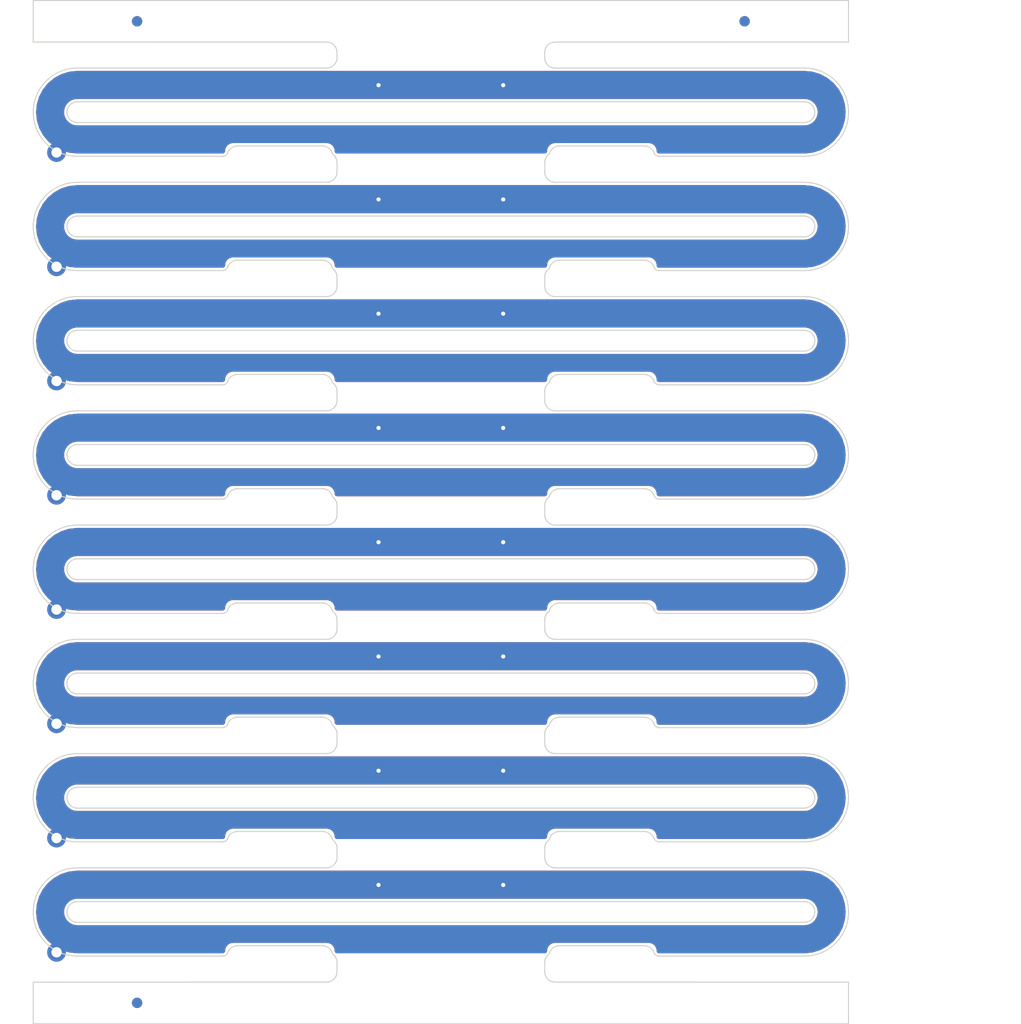
<source format=kicad_pcb>
(kicad_pcb (version 20171130) (host pcbnew 5.1.5+dfsg1-2build2)
  (layers (0 F.Cu signal) (31 B.Cu signal) (34 B.Paste user) (35 F.Paste user) (36 B.SilkS user) (37 F.SilkS user) (38 B.Mask user) (39 F.Mask user) (44 Edge.Cuts user))
  (net 0 "")
  (net 1 Board_1-GND)
  (net 2 Board_2-GND)
  (net 3 Board_3-GND)
  (net 4 Board_4-GND)
  (net 5 Board_5-GND)
  (net 6 Board_6-GND)
  (net 7 Board_7-GND)
  (net 8 Board_8-GND)
  (module NPTH (layer F.Cu) (at 54.004455 140.001144)
    (fp_text reference REF** hide)
    (fp_text value NPTH hide)
    (pad "" np_thru_hole circle (at 0 0) (size 1.5 1.5) (drill 1.5) (layers *.Cu))
  )
  (module NPTH (layer F.Cu) (at 124.495546 45.499)
    (fp_text reference REF** hide)
    (fp_text value NPTH hide)
    (pad "" np_thru_hole circle (at 0 0) (size 1.5 1.5) (drill 1.5) (layers *.Cu))
  )
  (module NPTH (layer F.Cu) (at 54.004455 45.499)
    (fp_text reference REF** hide)
    (fp_text value NPTH hide)
    (pad "" np_thru_hole circle (at 0 0) (size 1.5 1.5) (drill 1.5) (layers *.Cu))
  )
  (module Fiducial (layer B.Cu) (at 60.004455 140.001144)
    (fp_text reference REF** hide)
    (fp_text value Fiducial hide)
    (pad "" smd circle (at 0 0) (size 1 1) (layers B.Cu B.Mask) (clearance 0.5))
  )
  (module Fiducial (layer F.Cu) (at 60.004455 140.001144)
    (fp_text reference REF** hide)
    (fp_text value Fiducial hide)
    (pad "" smd circle (at 0 0) (size 1 1) (layers F.Cu F.Mask) (clearance 0.5))
  )
  (module Fiducial (layer B.Cu) (at 118.495546 45.499)
    (fp_text reference REF** hide)
    (fp_text value Fiducial hide)
    (pad "" smd circle (at 0 0) (size 1 1) (layers B.Cu B.Mask) (clearance 0.5))
  )
  (module Fiducial (layer F.Cu) (at 118.495546 45.499)
    (fp_text reference REF** hide)
    (fp_text value Fiducial hide)
    (pad "" smd circle (at 0 0) (size 1 1) (layers F.Cu F.Mask) (clearance 0.5))
  )
  (module Fiducial (layer B.Cu) (at 60.004455 45.499)
    (fp_text reference REF** hide)
    (fp_text value Fiducial hide)
    (pad "" smd circle (at 0 0) (size 1 1) (layers B.Cu B.Mask) (clearance 0.5))
  )
  (module Fiducial (layer F.Cu) (at 60.004455 45.499)
    (fp_text reference REF** hide)
    (fp_text value Fiducial hide)
    (pad "" smd circle (at 0 0) (size 1 1) (layers F.Cu F.Mask) (clearance 0.5))
  )
  (module cycfi_library:single-pad-10x2 (layer B.Cu) (at 89.250001 128.650127)
    (fp_text reference H4 hide)
    (fp_text value "Core GND")
    (pad 1 smd rect (at 0 0) (size 10 2) (layers B.Cu B.Paste B.Mask) (net 8 Board_8-GND))
  )
  (module cycfi_library:round-single-pad-1.8mm-th (layer F.Cu) (at 52.250001 135.130127)
    (fp_text reference H3 hide)
    (fp_text value single_pad_smd)
    (pad 1 thru_hole circle (at 0 0) (size 1.8 1.8) (drill 1) (layers *.Cu *.Mask) (net 8 Board_8-GND))
  )
  (module cycfi_library:single-pad-10x2 (layer B.Cu) (at 89.250001 117.650109)
    (fp_text reference H4 hide)
    (fp_text value "Core GND")
    (pad 1 smd rect (at 0 0) (size 10 2) (layers B.Cu B.Paste B.Mask) (net 7 Board_7-GND))
  )
  (module cycfi_library:round-single-pad-1.8mm-th (layer F.Cu) (at 52.250001 124.130109)
    (fp_text reference H3 hide)
    (fp_text value single_pad_smd)
    (pad 1 thru_hole circle (at 0 0) (size 1.8 1.8) (drill 1) (layers *.Cu *.Mask) (net 7 Board_7-GND))
  )
  (module cycfi_library:single-pad-10x2 (layer B.Cu) (at 89.250001 106.650091)
    (fp_text reference H4 hide)
    (fp_text value "Core GND")
    (pad 1 smd rect (at 0 0) (size 10 2) (layers B.Cu B.Paste B.Mask) (net 6 Board_6-GND))
  )
  (module cycfi_library:round-single-pad-1.8mm-th (layer F.Cu) (at 52.250001 113.130091)
    (fp_text reference H3 hide)
    (fp_text value single_pad_smd)
    (pad 1 thru_hole circle (at 0 0) (size 1.8 1.8) (drill 1) (layers *.Cu *.Mask) (net 6 Board_6-GND))
  )
  (module cycfi_library:single-pad-10x2 (layer B.Cu) (at 89.250001 95.650073)
    (fp_text reference H4 hide)
    (fp_text value "Core GND")
    (pad 1 smd rect (at 0 0) (size 10 2) (layers B.Cu B.Paste B.Mask) (net 5 Board_5-GND))
  )
  (module cycfi_library:round-single-pad-1.8mm-th (layer F.Cu) (at 52.250001 102.130073)
    (fp_text reference H3 hide)
    (fp_text value single_pad_smd)
    (pad 1 thru_hole circle (at 0 0) (size 1.8 1.8) (drill 1) (layers *.Cu *.Mask) (net 5 Board_5-GND))
  )
  (module cycfi_library:single-pad-10x2 (layer B.Cu) (at 89.250001 84.650055)
    (fp_text reference H4 hide)
    (fp_text value "Core GND")
    (pad 1 smd rect (at 0 0) (size 10 2) (layers B.Cu B.Paste B.Mask) (net 4 Board_4-GND))
  )
  (module cycfi_library:round-single-pad-1.8mm-th (layer F.Cu) (at 52.250001 91.130055)
    (fp_text reference H3 hide)
    (fp_text value single_pad_smd)
    (pad 1 thru_hole circle (at 0 0) (size 1.8 1.8) (drill 1) (layers *.Cu *.Mask) (net 4 Board_4-GND))
  )
  (module cycfi_library:single-pad-10x2 (layer B.Cu) (at 89.250001 73.650037)
    (fp_text reference H4 hide)
    (fp_text value "Core GND")
    (pad 1 smd rect (at 0 0) (size 10 2) (layers B.Cu B.Paste B.Mask) (net 3 Board_3-GND))
  )
  (module cycfi_library:round-single-pad-1.8mm-th (layer F.Cu) (at 52.250001 80.130037)
    (fp_text reference H3 hide)
    (fp_text value single_pad_smd)
    (pad 1 thru_hole circle (at 0 0) (size 1.8 1.8) (drill 1) (layers *.Cu *.Mask) (net 3 Board_3-GND))
  )
  (module cycfi_library:single-pad-10x2 (layer B.Cu) (at 89.250001 62.650019)
    (fp_text reference H4 hide)
    (fp_text value "Core GND")
    (pad 1 smd rect (at 0 0) (size 10 2) (layers B.Cu B.Paste B.Mask) (net 2 Board_2-GND))
  )
  (module cycfi_library:round-single-pad-1.8mm-th (layer F.Cu) (at 52.250001 69.130019)
    (fp_text reference H3 hide)
    (fp_text value single_pad_smd)
    (pad 1 thru_hole circle (at 0 0) (size 1.8 1.8) (drill 1) (layers *.Cu *.Mask) (net 2 Board_2-GND))
  )
  (module cycfi_library:single-pad-10x2 (layer B.Cu) (at 89.250001 51.650001)
    (fp_text reference H4 hide)
    (fp_text value "Core GND")
    (pad 1 smd rect (at 0 0) (size 10 2) (layers B.Cu B.Paste B.Mask) (net 1 Board_1-GND))
  )
  (module cycfi_library:round-single-pad-1.8mm-th (layer F.Cu) (at 52.250001 58.130001)
    (fp_text reference H3 hide)
    (fp_text value single_pad_smd)
    (pad 1 thru_hole circle (at 0 0) (size 1.8 1.8) (drill 1) (layers *.Cu *.Mask) (net 1 Board_1-GND))
  )
  (gr_line (start 124.4999 77.2159) (end 124.4011 77.2362) (layer Edge.Cuts) (width 0.1))
  (gr_line (start 124.5964 77.1857) (end 124.4999 77.2159) (layer Edge.Cuts) (width 0.1))
  (gr_line (start 124.6893 77.1459) (end 124.5964 77.1857) (layer Edge.Cuts) (width 0.1))
  (gr_line (start 124.7776 77.0968) (end 124.6893 77.1459) (layer Edge.Cuts) (width 0.1))
  (gr_line (start 124.8608 77.0389) (end 124.7776 77.0968) (layer Edge.Cuts) (width 0.1))
  (gr_line (start 124.9375 76.9731) (end 124.8608 77.0389) (layer Edge.Cuts) (width 0.1))
  (gr_line (start 125.0071 76.8998) (end 124.9375 76.9731) (layer Edge.Cuts) (width 0.1))
  (gr_line (start 125.069 76.8199) (end 125.0071 76.8998) (layer Edge.Cuts) (width 0.1))
  (gr_line (start 125.1224 76.7341) (end 125.069 76.8199) (layer Edge.Cuts) (width 0.1))
  (gr_line (start 125.1669 76.6434) (end 125.1224 76.7341) (layer Edge.Cuts) (width 0.1))
  (gr_line (start 125.202 76.5486) (end 125.1669 76.6434) (layer Edge.Cuts) (width 0.1))
  (gr_line (start 125.2273 76.4507) (end 125.202 76.5486) (layer Edge.Cuts) (width 0.1))
  (gr_line (start 125.2426 76.3508) (end 125.2273 76.4507) (layer Edge.Cuts) (width 0.1))
  (gr_line (start 125.2477 76.2499) (end 125.2426 76.3508) (layer Edge.Cuts) (width 0.1))
  (gr_line (start 125.2426 76.1492) (end 125.2477 76.2499) (layer Edge.Cuts) (width 0.1))
  (gr_line (start 125.2273 76.0493) (end 125.2426 76.1492) (layer Edge.Cuts) (width 0.1))
  (gr_line (start 125.202 75.9515) (end 125.2273 76.0493) (layer Edge.Cuts) (width 0.1))
  (gr_line (start 125.1669 75.8567) (end 125.202 75.9515) (layer Edge.Cuts) (width 0.1))
  (gr_line (start 125.1224 75.766) (end 125.1669 75.8567) (layer Edge.Cuts) (width 0.1))
  (gr_line (start 125.069 75.6802) (end 125.1224 75.766) (layer Edge.Cuts) (width 0.1))
  (gr_line (start 125.0071 75.6003) (end 125.069 75.6802) (layer Edge.Cuts) (width 0.1))
  (gr_line (start 124.9373 75.5268) (end 125.0071 75.6003) (layer Edge.Cuts) (width 0.1))
  (gr_line (start 124.8606 75.461) (end 124.9373 75.5268) (layer Edge.Cuts) (width 0.1))
  (gr_line (start 124.7776 75.4033) (end 124.8606 75.461) (layer Edge.Cuts) (width 0.1))
  (gr_line (start 124.6893 75.3542) (end 124.7776 75.4033) (layer Edge.Cuts) (width 0.1))
  (gr_line (start 124.5966 75.3145) (end 124.6893 75.3542) (layer Edge.Cuts) (width 0.1))
  (gr_line (start 124.5002 75.2842) (end 124.5966 75.3145) (layer Edge.Cuts) (width 0.1))
  (gr_line (start 124.4012 75.2638) (end 124.5002 75.2842) (layer Edge.Cuts) (width 0.1))
  (gr_line (start 124.3007 75.2536) (end 124.4012 75.2638) (layer Edge.Cuts) (width 0.1))
  (gr_line (start 124.2248 75.251) (end 124.3007 75.2536) (layer Edge.Cuts) (width 0.1))
  (gr_line (start 54.2754 75.251) (end 124.2248 75.251) (layer Edge.Cuts) (width 0.1))
  (gr_line (start 54.1991 75.2536) (end 54.2754 75.251) (layer Edge.Cuts) (width 0.1))
  (gr_line (start 54.0988 75.2638) (end 54.1991 75.2536) (layer Edge.Cuts) (width 0.1))
  (gr_line (start 53.9998 75.2842) (end 54.0988 75.2638) (layer Edge.Cuts) (width 0.1))
  (gr_line (start 53.9034 75.3145) (end 53.9998 75.2842) (layer Edge.Cuts) (width 0.1))
  (gr_line (start 53.8105 75.3543) (end 53.9034 75.3145) (layer Edge.Cuts) (width 0.1))
  (gr_line (start 53.7221 75.4034) (end 53.8105 75.3543) (layer Edge.Cuts) (width 0.1))
  (gr_line (start 53.6392 75.4612) (end 53.7221 75.4034) (layer Edge.Cuts) (width 0.1))
  (gr_line (start 53.5625 75.527) (end 53.6392 75.4612) (layer Edge.Cuts) (width 0.1))
  (gr_line (start 53.4929 75.6003) (end 53.5625 75.527) (layer Edge.Cuts) (width 0.1))
  (gr_line (start 53.431 75.6802) (end 53.4929 75.6003) (layer Edge.Cuts) (width 0.1))
  (gr_line (start 53.3776 75.766) (end 53.431 75.6802) (layer Edge.Cuts) (width 0.1))
  (gr_line (start 53.3331 75.8567) (end 53.3776 75.766) (layer Edge.Cuts) (width 0.1))
  (gr_line (start 53.2981 75.9512) (end 53.3331 75.8567) (layer Edge.Cuts) (width 0.1))
  (gr_line (start 53.2727 76.0491) (end 53.2981 75.9512) (layer Edge.Cuts) (width 0.1))
  (gr_line (start 53.2574 76.149) (end 53.2727 76.0491) (layer Edge.Cuts) (width 0.1))
  (gr_line (start 53.2523 76.2499) (end 53.2574 76.149) (layer Edge.Cuts) (width 0.1))
  (gr_line (start 53.2574 76.3508) (end 53.2523 76.2499) (layer Edge.Cuts) (width 0.1))
  (gr_line (start 53.2727 76.4507) (end 53.2574 76.3508) (layer Edge.Cuts) (width 0.1))
  (gr_line (start 53.298 76.5486) (end 53.2727 76.4507) (layer Edge.Cuts) (width 0.1))
  (gr_line (start 53.3331 76.6434) (end 53.298 76.5486) (layer Edge.Cuts) (width 0.1))
  (gr_line (start 53.3776 76.7341) (end 53.3331 76.6434) (layer Edge.Cuts) (width 0.1))
  (gr_line (start 53.431 76.8199) (end 53.3776 76.7341) (layer Edge.Cuts) (width 0.1))
  (gr_line (start 53.4929 76.8998) (end 53.431 76.8199) (layer Edge.Cuts) (width 0.1))
  (gr_line (start 53.5625 76.9731) (end 53.4929 76.8998) (layer Edge.Cuts) (width 0.1))
  (gr_line (start 53.6392 77.0389) (end 53.5625 76.9731) (layer Edge.Cuts) (width 0.1))
  (gr_line (start 53.7221 77.0967) (end 53.6392 77.0389) (layer Edge.Cuts) (width 0.1))
  (gr_line (start 53.8105 77.1457) (end 53.7221 77.0967) (layer Edge.Cuts) (width 0.1))
  (gr_line (start 53.9034 77.1856) (end 53.8105 77.1457) (layer Edge.Cuts) (width 0.1))
  (gr_line (start 53.9998 77.2159) (end 53.9034 77.1856) (layer Edge.Cuts) (width 0.1))
  (gr_line (start 54.0988 77.2362) (end 53.9998 77.2159) (layer Edge.Cuts) (width 0.1))
  (gr_line (start 54.1993 77.2465) (end 54.0988 77.2362) (layer Edge.Cuts) (width 0.1))
  (gr_line (start 54.2752 77.249) (end 54.1993 77.2465) (layer Edge.Cuts) (width 0.1))
  (gr_line (start 124.2249 77.249) (end 54.2752 77.249) (layer Edge.Cuts) (width 0.1))
  (gr_line (start 124.3005 77.2465) (end 124.2249 77.249) (layer Edge.Cuts) (width 0.1))
  (gr_line (start 124.4011 77.2362) (end 124.3005 77.2465) (layer Edge.Cuts) (width 0.1))
  (gr_line (start 124.4999 132.216) (end 124.4011 132.2363) (layer Edge.Cuts) (width 0.1))
  (gr_line (start 124.5964 132.1858) (end 124.4999 132.216) (layer Edge.Cuts) (width 0.1))
  (gr_line (start 124.6893 132.1459) (end 124.5964 132.1858) (layer Edge.Cuts) (width 0.1))
  (gr_line (start 124.7776 132.0969) (end 124.6893 132.1459) (layer Edge.Cuts) (width 0.1))
  (gr_line (start 124.8608 132.039) (end 124.7776 132.0969) (layer Edge.Cuts) (width 0.1))
  (gr_line (start 124.9375 131.9732) (end 124.8608 132.039) (layer Edge.Cuts) (width 0.1))
  (gr_line (start 125.0071 131.8999) (end 124.9375 131.9732) (layer Edge.Cuts) (width 0.1))
  (gr_line (start 125.069 131.82) (end 125.0071 131.8999) (layer Edge.Cuts) (width 0.1))
  (gr_line (start 125.1224 131.7342) (end 125.069 131.82) (layer Edge.Cuts) (width 0.1))
  (gr_line (start 125.1669 131.6435) (end 125.1224 131.7342) (layer Edge.Cuts) (width 0.1))
  (gr_line (start 125.202 131.5487) (end 125.1669 131.6435) (layer Edge.Cuts) (width 0.1))
  (gr_line (start 125.2273 131.4508) (end 125.202 131.5487) (layer Edge.Cuts) (width 0.1))
  (gr_line (start 125.2426 131.3509) (end 125.2273 131.4508) (layer Edge.Cuts) (width 0.1))
  (gr_line (start 125.2477 131.25) (end 125.2426 131.3509) (layer Edge.Cuts) (width 0.1))
  (gr_line (start 125.2426 131.1493) (end 125.2477 131.25) (layer Edge.Cuts) (width 0.1))
  (gr_line (start 125.2273 131.0494) (end 125.2426 131.1493) (layer Edge.Cuts) (width 0.1))
  (gr_line (start 125.202 130.9516) (end 125.2273 131.0494) (layer Edge.Cuts) (width 0.1))
  (gr_line (start 125.1669 130.8568) (end 125.202 130.9516) (layer Edge.Cuts) (width 0.1))
  (gr_line (start 125.1224 130.7661) (end 125.1669 130.8568) (layer Edge.Cuts) (width 0.1))
  (gr_line (start 125.069 130.6803) (end 125.1224 130.7661) (layer Edge.Cuts) (width 0.1))
  (gr_line (start 125.0071 130.6003) (end 125.069 130.6803) (layer Edge.Cuts) (width 0.1))
  (gr_line (start 124.9373 130.5269) (end 125.0071 130.6003) (layer Edge.Cuts) (width 0.1))
  (gr_line (start 124.8606 130.4611) (end 124.9373 130.5269) (layer Edge.Cuts) (width 0.1))
  (gr_line (start 124.7776 130.4033) (end 124.8606 130.4611) (layer Edge.Cuts) (width 0.1))
  (gr_line (start 124.6893 130.3543) (end 124.7776 130.4033) (layer Edge.Cuts) (width 0.1))
  (gr_line (start 124.5966 130.3146) (end 124.6893 130.3543) (layer Edge.Cuts) (width 0.1))
  (gr_line (start 124.5002 130.2843) (end 124.5966 130.3146) (layer Edge.Cuts) (width 0.1))
  (gr_line (start 124.4012 130.2639) (end 124.5002 130.2843) (layer Edge.Cuts) (width 0.1))
  (gr_line (start 124.3007 130.2537) (end 124.4012 130.2639) (layer Edge.Cuts) (width 0.1))
  (gr_line (start 124.2248 130.2511) (end 124.3007 130.2537) (layer Edge.Cuts) (width 0.1))
  (gr_line (start 54.2754 130.2511) (end 124.2248 130.2511) (layer Edge.Cuts) (width 0.1))
  (gr_line (start 54.1992 130.2537) (end 54.2754 130.2511) (layer Edge.Cuts) (width 0.1))
  (gr_line (start 54.0988 130.2639) (end 54.1992 130.2537) (layer Edge.Cuts) (width 0.1))
  (gr_line (start 53.9998 130.2843) (end 54.0988 130.2639) (layer Edge.Cuts) (width 0.1))
  (gr_line (start 53.9034 130.3146) (end 53.9998 130.2843) (layer Edge.Cuts) (width 0.1))
  (gr_line (start 53.8105 130.3544) (end 53.9034 130.3146) (layer Edge.Cuts) (width 0.1))
  (gr_line (start 53.7221 130.4035) (end 53.8105 130.3544) (layer Edge.Cuts) (width 0.1))
  (gr_line (start 53.6392 130.4612) (end 53.7221 130.4035) (layer Edge.Cuts) (width 0.1))
  (gr_line (start 53.5625 130.5271) (end 53.6392 130.4612) (layer Edge.Cuts) (width 0.1))
  (gr_line (start 53.4929 130.6003) (end 53.5625 130.5271) (layer Edge.Cuts) (width 0.1))
  (gr_line (start 53.431 130.6803) (end 53.4929 130.6003) (layer Edge.Cuts) (width 0.1))
  (gr_line (start 53.3776 130.7661) (end 53.431 130.6803) (layer Edge.Cuts) (width 0.1))
  (gr_line (start 53.3331 130.8568) (end 53.3776 130.7661) (layer Edge.Cuts) (width 0.1))
  (gr_line (start 53.2981 130.9513) (end 53.3331 130.8568) (layer Edge.Cuts) (width 0.1))
  (gr_line (start 53.2727 131.0492) (end 53.2981 130.9513) (layer Edge.Cuts) (width 0.1))
  (gr_line (start 53.2574 131.1491) (end 53.2727 131.0492) (layer Edge.Cuts) (width 0.1))
  (gr_line (start 53.2523 131.25) (end 53.2574 131.1491) (layer Edge.Cuts) (width 0.1))
  (gr_line (start 53.2574 131.3509) (end 53.2523 131.25) (layer Edge.Cuts) (width 0.1))
  (gr_line (start 53.2727 131.4508) (end 53.2574 131.3509) (layer Edge.Cuts) (width 0.1))
  (gr_line (start 53.298 131.5487) (end 53.2727 131.4508) (layer Edge.Cuts) (width 0.1))
  (gr_line (start 53.3331 131.6435) (end 53.298 131.5487) (layer Edge.Cuts) (width 0.1))
  (gr_line (start 53.3776 131.7342) (end 53.3331 131.6435) (layer Edge.Cuts) (width 0.1))
  (gr_line (start 53.431 131.82) (end 53.3776 131.7342) (layer Edge.Cuts) (width 0.1))
  (gr_line (start 53.4929 131.8999) (end 53.431 131.82) (layer Edge.Cuts) (width 0.1))
  (gr_line (start 53.5625 131.9732) (end 53.4929 131.8999) (layer Edge.Cuts) (width 0.1))
  (gr_line (start 53.6392 132.039) (end 53.5625 131.9732) (layer Edge.Cuts) (width 0.1))
  (gr_line (start 53.7221 132.0968) (end 53.6392 132.039) (layer Edge.Cuts) (width 0.1))
  (gr_line (start 53.8105 132.1458) (end 53.7221 132.0968) (layer Edge.Cuts) (width 0.1))
  (gr_line (start 53.9034 132.1857) (end 53.8105 132.1458) (layer Edge.Cuts) (width 0.1))
  (gr_line (start 53.9998 132.216) (end 53.9034 132.1857) (layer Edge.Cuts) (width 0.1))
  (gr_line (start 54.0988 132.2363) (end 53.9998 132.216) (layer Edge.Cuts) (width 0.1))
  (gr_line (start 54.1993 132.2466) (end 54.0988 132.2363) (layer Edge.Cuts) (width 0.1))
  (gr_line (start 54.2752 132.2491) (end 54.1993 132.2466) (layer Edge.Cuts) (width 0.1))
  (gr_line (start 124.2249 132.2491) (end 54.2752 132.2491) (layer Edge.Cuts) (width 0.1))
  (gr_line (start 124.3005 132.2465) (end 124.2249 132.2491) (layer Edge.Cuts) (width 0.1))
  (gr_line (start 124.4011 132.2363) (end 124.3005 132.2465) (layer Edge.Cuts) (width 0.1))
  (gr_line (start 124.4999 66.2159) (end 124.401 66.2362) (layer Edge.Cuts) (width 0.1))
  (gr_line (start 124.5964 66.1857) (end 124.4999 66.2159) (layer Edge.Cuts) (width 0.1))
  (gr_line (start 124.6893 66.1458) (end 124.5964 66.1857) (layer Edge.Cuts) (width 0.1))
  (gr_line (start 124.7776 66.0968) (end 124.6893 66.1458) (layer Edge.Cuts) (width 0.1))
  (gr_line (start 124.8606 66.0391) (end 124.7776 66.0968) (layer Edge.Cuts) (width 0.1))
  (gr_line (start 124.9373 65.9733) (end 124.8606 66.0391) (layer Edge.Cuts) (width 0.1))
  (gr_line (start 125.0071 65.8998) (end 124.9373 65.9733) (layer Edge.Cuts) (width 0.1))
  (gr_line (start 125.069 65.8199) (end 125.0071 65.8998) (layer Edge.Cuts) (width 0.1))
  (gr_line (start 125.1223 65.7343) (end 125.069 65.8199) (layer Edge.Cuts) (width 0.1))
  (gr_line (start 125.1668 65.6436) (end 125.1223 65.7343) (layer Edge.Cuts) (width 0.1))
  (gr_line (start 125.2019 65.5488) (end 125.1668 65.6436) (layer Edge.Cuts) (width 0.1))
  (gr_line (start 125.2273 65.451) (end 125.2019 65.5488) (layer Edge.Cuts) (width 0.1))
  (gr_line (start 125.2426 65.3511) (end 125.2273 65.451) (layer Edge.Cuts) (width 0.1))
  (gr_line (start 125.2477 65.2502) (end 125.2426 65.3511) (layer Edge.Cuts) (width 0.1))
  (gr_line (start 125.2426 65.1492) (end 125.2477 65.2502) (layer Edge.Cuts) (width 0.1))
  (gr_line (start 125.2273 65.0493) (end 125.2426 65.1492) (layer Edge.Cuts) (width 0.1))
  (gr_line (start 125.202 64.9515) (end 125.2273 65.0493) (layer Edge.Cuts) (width 0.1))
  (gr_line (start 125.1669 64.8567) (end 125.202 64.9515) (layer Edge.Cuts) (width 0.1))
  (gr_line (start 125.1224 64.7659) (end 125.1669 64.8567) (layer Edge.Cuts) (width 0.1))
  (gr_line (start 125.069 64.6802) (end 125.1224 64.7659) (layer Edge.Cuts) (width 0.1))
  (gr_line (start 125.0071 64.6002) (end 125.069 64.6802) (layer Edge.Cuts) (width 0.1))
  (gr_line (start 124.9373 64.5268) (end 125.0071 64.6002) (layer Edge.Cuts) (width 0.1))
  (gr_line (start 124.8606 64.461) (end 124.9373 64.5268) (layer Edge.Cuts) (width 0.1))
  (gr_line (start 124.7779 64.4034) (end 124.8606 64.461) (layer Edge.Cuts) (width 0.1))
  (gr_line (start 124.6895 64.3543) (end 124.7779 64.4034) (layer Edge.Cuts) (width 0.1))
  (gr_line (start 124.5966 64.3145) (end 124.6895 64.3543) (layer Edge.Cuts) (width 0.1))
  (gr_line (start 124.5002 64.2842) (end 124.5966 64.3145) (layer Edge.Cuts) (width 0.1))
  (gr_line (start 124.4012 64.2638) (end 124.5002 64.2842) (layer Edge.Cuts) (width 0.1))
  (gr_line (start 124.3007 64.2536) (end 124.4012 64.2638) (layer Edge.Cuts) (width 0.1))
  (gr_line (start 124.2248 64.251) (end 124.3007 64.2536) (layer Edge.Cuts) (width 0.1))
  (gr_line (start 54.2753 64.251) (end 124.2248 64.251) (layer Edge.Cuts) (width 0.1))
  (gr_line (start 54.1992 64.2536) (end 54.2753 64.251) (layer Edge.Cuts) (width 0.1))
  (gr_line (start 54.0988 64.2638) (end 54.1992 64.2536) (layer Edge.Cuts) (width 0.1))
  (gr_line (start 53.9998 64.2842) (end 54.0988 64.2638) (layer Edge.Cuts) (width 0.1))
  (gr_line (start 53.9034 64.3145) (end 53.9998 64.2842) (layer Edge.Cuts) (width 0.1))
  (gr_line (start 53.8105 64.3543) (end 53.9034 64.3145) (layer Edge.Cuts) (width 0.1))
  (gr_line (start 53.7221 64.4034) (end 53.8105 64.3543) (layer Edge.Cuts) (width 0.1))
  (gr_line (start 53.6392 64.4611) (end 53.7221 64.4034) (layer Edge.Cuts) (width 0.1))
  (gr_line (start 53.5625 64.527) (end 53.6392 64.4611) (layer Edge.Cuts) (width 0.1))
  (gr_line (start 53.4929 64.6002) (end 53.5625 64.527) (layer Edge.Cuts) (width 0.1))
  (gr_line (start 53.431 64.6802) (end 53.4929 64.6002) (layer Edge.Cuts) (width 0.1))
  (gr_line (start 53.3776 64.7659) (end 53.431 64.6802) (layer Edge.Cuts) (width 0.1))
  (gr_line (start 53.3331 64.8567) (end 53.3776 64.7659) (layer Edge.Cuts) (width 0.1))
  (gr_line (start 53.298 64.9515) (end 53.3331 64.8567) (layer Edge.Cuts) (width 0.1))
  (gr_line (start 53.2727 65.049) (end 53.298 64.9515) (layer Edge.Cuts) (width 0.1))
  (gr_line (start 53.2574 65.1489) (end 53.2727 65.049) (layer Edge.Cuts) (width 0.1))
  (gr_line (start 53.2523 65.2499) (end 53.2574 65.1489) (layer Edge.Cuts) (width 0.1))
  (gr_line (start 53.2574 65.3508) (end 53.2523 65.2499) (layer Edge.Cuts) (width 0.1))
  (gr_line (start 53.2727 65.4507) (end 53.2574 65.3508) (layer Edge.Cuts) (width 0.1))
  (gr_line (start 53.298 65.5486) (end 53.2727 65.4507) (layer Edge.Cuts) (width 0.1))
  (gr_line (start 53.3331 65.6433) (end 53.298 65.5486) (layer Edge.Cuts) (width 0.1))
  (gr_line (start 53.3776 65.7341) (end 53.3331 65.6433) (layer Edge.Cuts) (width 0.1))
  (gr_line (start 53.431 65.8199) (end 53.3776 65.7341) (layer Edge.Cuts) (width 0.1))
  (gr_line (start 53.4929 65.8998) (end 53.431 65.8199) (layer Edge.Cuts) (width 0.1))
  (gr_line (start 53.5625 65.9731) (end 53.4929 65.8998) (layer Edge.Cuts) (width 0.1))
  (gr_line (start 53.6392 66.0389) (end 53.5625 65.9731) (layer Edge.Cuts) (width 0.1))
  (gr_line (start 53.7221 66.0967) (end 53.6392 66.0389) (layer Edge.Cuts) (width 0.1))
  (gr_line (start 53.8105 66.1457) (end 53.7221 66.0967) (layer Edge.Cuts) (width 0.1))
  (gr_line (start 53.9034 66.1856) (end 53.8105 66.1457) (layer Edge.Cuts) (width 0.1))
  (gr_line (start 53.9998 66.2159) (end 53.9034 66.1856) (layer Edge.Cuts) (width 0.1))
  (gr_line (start 54.0988 66.2362) (end 53.9998 66.2159) (layer Edge.Cuts) (width 0.1))
  (gr_line (start 54.1993 66.2464) (end 54.0988 66.2362) (layer Edge.Cuts) (width 0.1))
  (gr_line (start 54.2752 66.249) (end 54.1993 66.2464) (layer Edge.Cuts) (width 0.1))
  (gr_line (start 124.2249 66.249) (end 54.2752 66.249) (layer Edge.Cuts) (width 0.1))
  (gr_line (start 124.3006 66.2464) (end 124.2249 66.249) (layer Edge.Cuts) (width 0.1))
  (gr_line (start 124.401 66.2362) (end 124.3006 66.2464) (layer Edge.Cuts) (width 0.1))
  (gr_line (start 124.4999 121.216) (end 124.401 121.2363) (layer Edge.Cuts) (width 0.1))
  (gr_line (start 124.5964 121.1858) (end 124.4999 121.216) (layer Edge.Cuts) (width 0.1))
  (gr_line (start 124.6893 121.1459) (end 124.5964 121.1858) (layer Edge.Cuts) (width 0.1))
  (gr_line (start 124.7776 121.0969) (end 124.6893 121.1459) (layer Edge.Cuts) (width 0.1))
  (gr_line (start 124.8608 121.039) (end 124.7776 121.0969) (layer Edge.Cuts) (width 0.1))
  (gr_line (start 124.9375 120.9732) (end 124.8608 121.039) (layer Edge.Cuts) (width 0.1))
  (gr_line (start 125.0071 120.8999) (end 124.9375 120.9732) (layer Edge.Cuts) (width 0.1))
  (gr_line (start 125.069 120.82) (end 125.0071 120.8999) (layer Edge.Cuts) (width 0.1))
  (gr_line (start 125.1224 120.7342) (end 125.069 120.82) (layer Edge.Cuts) (width 0.1))
  (gr_line (start 125.1669 120.6434) (end 125.1224 120.7342) (layer Edge.Cuts) (width 0.1))
  (gr_line (start 125.202 120.5487) (end 125.1669 120.6434) (layer Edge.Cuts) (width 0.1))
  (gr_line (start 125.2273 120.4508) (end 125.202 120.5487) (layer Edge.Cuts) (width 0.1))
  (gr_line (start 125.2426 120.3509) (end 125.2273 120.4508) (layer Edge.Cuts) (width 0.1))
  (gr_line (start 125.2477 120.25) (end 125.2426 120.3509) (layer Edge.Cuts) (width 0.1))
  (gr_line (start 125.2426 120.1493) (end 125.2477 120.25) (layer Edge.Cuts) (width 0.1))
  (gr_line (start 125.2273 120.0494) (end 125.2426 120.1493) (layer Edge.Cuts) (width 0.1))
  (gr_line (start 125.202 119.9516) (end 125.2273 120.0494) (layer Edge.Cuts) (width 0.1))
  (gr_line (start 125.1669 119.8568) (end 125.202 119.9516) (layer Edge.Cuts) (width 0.1))
  (gr_line (start 125.1224 119.766) (end 125.1669 119.8568) (layer Edge.Cuts) (width 0.1))
  (gr_line (start 125.069 119.6803) (end 125.1224 119.766) (layer Edge.Cuts) (width 0.1))
  (gr_line (start 125.0071 119.6003) (end 125.069 119.6803) (layer Edge.Cuts) (width 0.1))
  (gr_line (start 124.9373 119.5269) (end 125.0071 119.6003) (layer Edge.Cuts) (width 0.1))
  (gr_line (start 124.8606 119.4611) (end 124.9373 119.5269) (layer Edge.Cuts) (width 0.1))
  (gr_line (start 124.7776 119.4033) (end 124.8606 119.4611) (layer Edge.Cuts) (width 0.1))
  (gr_line (start 124.6893 119.3543) (end 124.7776 119.4033) (layer Edge.Cuts) (width 0.1))
  (gr_line (start 124.5966 119.3145) (end 124.6893 119.3543) (layer Edge.Cuts) (width 0.1))
  (gr_line (start 124.5002 119.2843) (end 124.5966 119.3145) (layer Edge.Cuts) (width 0.1))
  (gr_line (start 124.4012 119.2639) (end 124.5002 119.2843) (layer Edge.Cuts) (width 0.1))
  (gr_line (start 124.3007 119.2537) (end 124.4012 119.2639) (layer Edge.Cuts) (width 0.1))
  (gr_line (start 124.2248 119.2511) (end 124.3007 119.2537) (layer Edge.Cuts) (width 0.1))
  (gr_line (start 54.2753 119.2511) (end 124.2248 119.2511) (layer Edge.Cuts) (width 0.1))
  (gr_line (start 54.1993 119.2537) (end 54.2753 119.2511) (layer Edge.Cuts) (width 0.1))
  (gr_line (start 54.0988 119.2639) (end 54.1993 119.2537) (layer Edge.Cuts) (width 0.1))
  (gr_line (start 53.9998 119.2843) (end 54.0988 119.2639) (layer Edge.Cuts) (width 0.1))
  (gr_line (start 53.9034 119.3145) (end 53.9998 119.2843) (layer Edge.Cuts) (width 0.1))
  (gr_line (start 53.8105 119.3544) (end 53.9034 119.3145) (layer Edge.Cuts) (width 0.1))
  (gr_line (start 53.7221 119.4035) (end 53.8105 119.3544) (layer Edge.Cuts) (width 0.1))
  (gr_line (start 53.6392 119.4612) (end 53.7221 119.4035) (layer Edge.Cuts) (width 0.1))
  (gr_line (start 53.5625 119.5271) (end 53.6392 119.4612) (layer Edge.Cuts) (width 0.1))
  (gr_line (start 53.4929 119.6003) (end 53.5625 119.5271) (layer Edge.Cuts) (width 0.1))
  (gr_line (start 53.431 119.6803) (end 53.4929 119.6003) (layer Edge.Cuts) (width 0.1))
  (gr_line (start 53.3776 119.766) (end 53.431 119.6803) (layer Edge.Cuts) (width 0.1))
  (gr_line (start 53.3331 119.8568) (end 53.3776 119.766) (layer Edge.Cuts) (width 0.1))
  (gr_line (start 53.2981 119.9513) (end 53.3331 119.8568) (layer Edge.Cuts) (width 0.1))
  (gr_line (start 53.2727 120.0491) (end 53.2981 119.9513) (layer Edge.Cuts) (width 0.1))
  (gr_line (start 53.2574 120.149) (end 53.2727 120.0491) (layer Edge.Cuts) (width 0.1))
  (gr_line (start 53.2523 120.25) (end 53.2574 120.149) (layer Edge.Cuts) (width 0.1))
  (gr_line (start 53.2574 120.3509) (end 53.2523 120.25) (layer Edge.Cuts) (width 0.1))
  (gr_line (start 53.2727 120.4508) (end 53.2574 120.3509) (layer Edge.Cuts) (width 0.1))
  (gr_line (start 53.298 120.5487) (end 53.2727 120.4508) (layer Edge.Cuts) (width 0.1))
  (gr_line (start 53.3331 120.6434) (end 53.298 120.5487) (layer Edge.Cuts) (width 0.1))
  (gr_line (start 53.3776 120.7342) (end 53.3331 120.6434) (layer Edge.Cuts) (width 0.1))
  (gr_line (start 53.431 120.82) (end 53.3776 120.7342) (layer Edge.Cuts) (width 0.1))
  (gr_line (start 53.4929 120.8999) (end 53.431 120.82) (layer Edge.Cuts) (width 0.1))
  (gr_line (start 53.5625 120.9732) (end 53.4929 120.8999) (layer Edge.Cuts) (width 0.1))
  (gr_line (start 53.6392 121.039) (end 53.5625 120.9732) (layer Edge.Cuts) (width 0.1))
  (gr_line (start 53.7221 121.0967) (end 53.6392 121.039) (layer Edge.Cuts) (width 0.1))
  (gr_line (start 53.8105 121.1458) (end 53.7221 121.0967) (layer Edge.Cuts) (width 0.1))
  (gr_line (start 53.9034 121.1857) (end 53.8105 121.1458) (layer Edge.Cuts) (width 0.1))
  (gr_line (start 53.9998 121.2159) (end 53.9034 121.1857) (layer Edge.Cuts) (width 0.1))
  (gr_line (start 54.0988 121.2363) (end 53.9998 121.2159) (layer Edge.Cuts) (width 0.1))
  (gr_line (start 54.1993 121.2465) (end 54.0988 121.2363) (layer Edge.Cuts) (width 0.1))
  (gr_line (start 54.2752 121.2491) (end 54.1993 121.2465) (layer Edge.Cuts) (width 0.1))
  (gr_line (start 124.2248 121.2491) (end 54.2752 121.2491) (layer Edge.Cuts) (width 0.1))
  (gr_line (start 124.3006 121.2465) (end 124.2248 121.2491) (layer Edge.Cuts) (width 0.1))
  (gr_line (start 124.401 121.2363) (end 124.3006 121.2465) (layer Edge.Cuts) (width 0.1))
  (gr_line (start 124.4999 55.2159) (end 124.401 55.2362) (layer Edge.Cuts) (width 0.1))
  (gr_line (start 124.5964 55.1857) (end 124.4999 55.2159) (layer Edge.Cuts) (width 0.1))
  (gr_line (start 124.6893 55.1458) (end 124.5964 55.1857) (layer Edge.Cuts) (width 0.1))
  (gr_line (start 124.7776 55.0968) (end 124.6893 55.1458) (layer Edge.Cuts) (width 0.1))
  (gr_line (start 124.8606 55.0391) (end 124.7776 55.0968) (layer Edge.Cuts) (width 0.1))
  (gr_line (start 124.9373 54.9732) (end 124.8606 55.0391) (layer Edge.Cuts) (width 0.1))
  (gr_line (start 125.0071 54.8998) (end 124.9373 54.9732) (layer Edge.Cuts) (width 0.1))
  (gr_line (start 125.069 54.8199) (end 125.0071 54.8998) (layer Edge.Cuts) (width 0.1))
  (gr_line (start 125.1223 54.7343) (end 125.069 54.8199) (layer Edge.Cuts) (width 0.1))
  (gr_line (start 125.1668 54.6436) (end 125.1223 54.7343) (layer Edge.Cuts) (width 0.1))
  (gr_line (start 125.2019 54.5488) (end 125.1668 54.6436) (layer Edge.Cuts) (width 0.1))
  (gr_line (start 125.2273 54.451) (end 125.2019 54.5488) (layer Edge.Cuts) (width 0.1))
  (gr_line (start 125.2426 54.3511) (end 125.2273 54.451) (layer Edge.Cuts) (width 0.1))
  (gr_line (start 125.2477 54.2501) (end 125.2426 54.3511) (layer Edge.Cuts) (width 0.1))
  (gr_line (start 125.2426 54.1492) (end 125.2477 54.2501) (layer Edge.Cuts) (width 0.1))
  (gr_line (start 125.2273 54.0493) (end 125.2426 54.1492) (layer Edge.Cuts) (width 0.1))
  (gr_line (start 125.202 53.9515) (end 125.2273 54.0493) (layer Edge.Cuts) (width 0.1))
  (gr_line (start 125.1669 53.8567) (end 125.202 53.9515) (layer Edge.Cuts) (width 0.1))
  (gr_line (start 125.1224 53.7659) (end 125.1669 53.8567) (layer Edge.Cuts) (width 0.1))
  (gr_line (start 125.069 53.6802) (end 125.1224 53.7659) (layer Edge.Cuts) (width 0.1))
  (gr_line (start 125.0071 53.6002) (end 125.069 53.6802) (layer Edge.Cuts) (width 0.1))
  (gr_line (start 124.9373 53.5268) (end 125.0071 53.6002) (layer Edge.Cuts) (width 0.1))
  (gr_line (start 124.8606 53.4609) (end 124.9373 53.5268) (layer Edge.Cuts) (width 0.1))
  (gr_line (start 124.7779 53.4034) (end 124.8606 53.4609) (layer Edge.Cuts) (width 0.1))
  (gr_line (start 124.6895 53.3543) (end 124.7779 53.4034) (layer Edge.Cuts) (width 0.1))
  (gr_line (start 124.5966 53.3144) (end 124.6895 53.3543) (layer Edge.Cuts) (width 0.1))
  (gr_line (start 124.5002 53.2842) (end 124.5966 53.3144) (layer Edge.Cuts) (width 0.1))
  (gr_line (start 124.4012 53.2638) (end 124.5002 53.2842) (layer Edge.Cuts) (width 0.1))
  (gr_line (start 124.3007 53.2536) (end 124.4012 53.2638) (layer Edge.Cuts) (width 0.1))
  (gr_line (start 124.2248 53.251) (end 124.3007 53.2536) (layer Edge.Cuts) (width 0.1))
  (gr_line (start 54.2752 53.251) (end 124.2248 53.251) (layer Edge.Cuts) (width 0.1))
  (gr_line (start 54.1993 53.2536) (end 54.2752 53.251) (layer Edge.Cuts) (width 0.1))
  (gr_line (start 54.0988 53.2638) (end 54.1993 53.2536) (layer Edge.Cuts) (width 0.1))
  (gr_line (start 53.9998 53.2842) (end 54.0988 53.2638) (layer Edge.Cuts) (width 0.1))
  (gr_line (start 53.9034 53.3144) (end 53.9998 53.2842) (layer Edge.Cuts) (width 0.1))
  (gr_line (start 53.8105 53.3543) (end 53.9034 53.3144) (layer Edge.Cuts) (width 0.1))
  (gr_line (start 53.7221 53.4034) (end 53.8105 53.3543) (layer Edge.Cuts) (width 0.1))
  (gr_line (start 53.6392 53.4611) (end 53.7221 53.4034) (layer Edge.Cuts) (width 0.1))
  (gr_line (start 53.5625 53.527) (end 53.6392 53.4611) (layer Edge.Cuts) (width 0.1))
  (gr_line (start 53.4929 53.6002) (end 53.5625 53.527) (layer Edge.Cuts) (width 0.1))
  (gr_line (start 53.431 53.6802) (end 53.4929 53.6002) (layer Edge.Cuts) (width 0.1))
  (gr_line (start 53.3776 53.7659) (end 53.431 53.6802) (layer Edge.Cuts) (width 0.1))
  (gr_line (start 53.3331 53.8567) (end 53.3776 53.7659) (layer Edge.Cuts) (width 0.1))
  (gr_line (start 53.298 53.9515) (end 53.3331 53.8567) (layer Edge.Cuts) (width 0.1))
  (gr_line (start 53.2727 54.049) (end 53.298 53.9515) (layer Edge.Cuts) (width 0.1))
  (gr_line (start 53.2574 54.1489) (end 53.2727 54.049) (layer Edge.Cuts) (width 0.1))
  (gr_line (start 53.2523 54.2499) (end 53.2574 54.1489) (layer Edge.Cuts) (width 0.1))
  (gr_line (start 53.2574 54.3508) (end 53.2523 54.2499) (layer Edge.Cuts) (width 0.1))
  (gr_line (start 53.2727 54.4507) (end 53.2574 54.3508) (layer Edge.Cuts) (width 0.1))
  (gr_line (start 53.298 54.5485) (end 53.2727 54.4507) (layer Edge.Cuts) (width 0.1))
  (gr_line (start 53.3331 54.6433) (end 53.298 54.5485) (layer Edge.Cuts) (width 0.1))
  (gr_line (start 53.3776 54.7341) (end 53.3331 54.6433) (layer Edge.Cuts) (width 0.1))
  (gr_line (start 53.431 54.8199) (end 53.3776 54.7341) (layer Edge.Cuts) (width 0.1))
  (gr_line (start 53.4929 54.8998) (end 53.431 54.8199) (layer Edge.Cuts) (width 0.1))
  (gr_line (start 53.5625 54.973) (end 53.4929 54.8998) (layer Edge.Cuts) (width 0.1))
  (gr_line (start 53.6392 55.0389) (end 53.5625 54.973) (layer Edge.Cuts) (width 0.1))
  (gr_line (start 53.7221 55.0966) (end 53.6392 55.0389) (layer Edge.Cuts) (width 0.1))
  (gr_line (start 53.8105 55.1457) (end 53.7221 55.0966) (layer Edge.Cuts) (width 0.1))
  (gr_line (start 53.9034 55.1856) (end 53.8105 55.1457) (layer Edge.Cuts) (width 0.1))
  (gr_line (start 53.9998 55.2158) (end 53.9034 55.1856) (layer Edge.Cuts) (width 0.1))
  (gr_line (start 54.0988 55.2362) (end 53.9998 55.2158) (layer Edge.Cuts) (width 0.1))
  (gr_line (start 54.1993 55.2464) (end 54.0988 55.2362) (layer Edge.Cuts) (width 0.1))
  (gr_line (start 54.2752 55.249) (end 54.1993 55.2464) (layer Edge.Cuts) (width 0.1))
  (gr_line (start 124.2248 55.249) (end 54.2752 55.249) (layer Edge.Cuts) (width 0.1))
  (gr_line (start 124.3007 55.2464) (end 124.2248 55.249) (layer Edge.Cuts) (width 0.1))
  (gr_line (start 124.401 55.2362) (end 124.3007 55.2464) (layer Edge.Cuts) (width 0.1))
  (gr_line (start 124.5002 110.2159) (end 124.4009 110.2363) (layer Edge.Cuts) (width 0.1))
  (gr_line (start 124.5966 110.1857) (end 124.5002 110.2159) (layer Edge.Cuts) (width 0.1))
  (gr_line (start 124.6895 110.1458) (end 124.5966 110.1857) (layer Edge.Cuts) (width 0.1))
  (gr_line (start 124.7779 110.0967) (end 124.6895 110.1458) (layer Edge.Cuts) (width 0.1))
  (gr_line (start 124.8608 110.039) (end 124.7779 110.0967) (layer Edge.Cuts) (width 0.1))
  (gr_line (start 124.9375 109.9731) (end 124.8608 110.039) (layer Edge.Cuts) (width 0.1))
  (gr_line (start 125.0071 109.8999) (end 124.9375 109.9731) (layer Edge.Cuts) (width 0.1))
  (gr_line (start 125.069 109.8199) (end 125.0071 109.8999) (layer Edge.Cuts) (width 0.1))
  (gr_line (start 125.1224 109.7342) (end 125.069 109.8199) (layer Edge.Cuts) (width 0.1))
  (gr_line (start 125.1669 109.6434) (end 125.1224 109.7342) (layer Edge.Cuts) (width 0.1))
  (gr_line (start 125.202 109.5486) (end 125.1669 109.6434) (layer Edge.Cuts) (width 0.1))
  (gr_line (start 125.2273 109.4508) (end 125.202 109.5486) (layer Edge.Cuts) (width 0.1))
  (gr_line (start 125.2426 109.3509) (end 125.2273 109.4508) (layer Edge.Cuts) (width 0.1))
  (gr_line (start 125.2477 109.25) (end 125.2426 109.3509) (layer Edge.Cuts) (width 0.1))
  (gr_line (start 125.2426 109.1493) (end 125.2477 109.25) (layer Edge.Cuts) (width 0.1))
  (gr_line (start 125.2273 109.0494) (end 125.2426 109.1493) (layer Edge.Cuts) (width 0.1))
  (gr_line (start 125.202 108.9515) (end 125.2273 109.0494) (layer Edge.Cuts) (width 0.1))
  (gr_line (start 125.1669 108.8568) (end 125.202 108.9515) (layer Edge.Cuts) (width 0.1))
  (gr_line (start 125.1224 108.766) (end 125.1669 108.8568) (layer Edge.Cuts) (width 0.1))
  (gr_line (start 125.069 108.6802) (end 125.1224 108.766) (layer Edge.Cuts) (width 0.1))
  (gr_line (start 125.0071 108.6003) (end 125.069 108.6802) (layer Edge.Cuts) (width 0.1))
  (gr_line (start 124.9373 108.5269) (end 125.0071 108.6003) (layer Edge.Cuts) (width 0.1))
  (gr_line (start 124.8606 108.461) (end 124.9373 108.5269) (layer Edge.Cuts) (width 0.1))
  (gr_line (start 124.7776 108.4033) (end 124.8606 108.461) (layer Edge.Cuts) (width 0.1))
  (gr_line (start 124.6893 108.3543) (end 124.7776 108.4033) (layer Edge.Cuts) (width 0.1))
  (gr_line (start 124.5966 108.3145) (end 124.6893 108.3543) (layer Edge.Cuts) (width 0.1))
  (gr_line (start 124.5002 108.2843) (end 124.5966 108.3145) (layer Edge.Cuts) (width 0.1))
  (gr_line (start 124.4012 108.2639) (end 124.5002 108.2843) (layer Edge.Cuts) (width 0.1))
  (gr_line (start 124.3007 108.2537) (end 124.4012 108.2639) (layer Edge.Cuts) (width 0.1))
  (gr_line (start 124.2248 108.2511) (end 124.3007 108.2537) (layer Edge.Cuts) (width 0.1))
  (gr_line (start 54.2752 108.2511) (end 124.2248 108.2511) (layer Edge.Cuts) (width 0.1))
  (gr_line (start 54.1994 108.2537) (end 54.2752 108.2511) (layer Edge.Cuts) (width 0.1))
  (gr_line (start 54.0988 108.2639) (end 54.1994 108.2537) (layer Edge.Cuts) (width 0.1))
  (gr_line (start 53.9998 108.2843) (end 54.0988 108.2639) (layer Edge.Cuts) (width 0.1))
  (gr_line (start 53.9034 108.3145) (end 53.9998 108.2843) (layer Edge.Cuts) (width 0.1))
  (gr_line (start 53.8105 108.3544) (end 53.9034 108.3145) (layer Edge.Cuts) (width 0.1))
  (gr_line (start 53.7221 108.4035) (end 53.8105 108.3544) (layer Edge.Cuts) (width 0.1))
  (gr_line (start 53.6392 108.4612) (end 53.7221 108.4035) (layer Edge.Cuts) (width 0.1))
  (gr_line (start 53.5625 108.527) (end 53.6392 108.4612) (layer Edge.Cuts) (width 0.1))
  (gr_line (start 53.4929 108.6003) (end 53.5625 108.527) (layer Edge.Cuts) (width 0.1))
  (gr_line (start 53.431 108.6802) (end 53.4929 108.6003) (layer Edge.Cuts) (width 0.1))
  (gr_line (start 53.3776 108.766) (end 53.431 108.6802) (layer Edge.Cuts) (width 0.1))
  (gr_line (start 53.3331 108.8568) (end 53.3776 108.766) (layer Edge.Cuts) (width 0.1))
  (gr_line (start 53.2981 108.9513) (end 53.3331 108.8568) (layer Edge.Cuts) (width 0.1))
  (gr_line (start 53.2727 109.0491) (end 53.2981 108.9513) (layer Edge.Cuts) (width 0.1))
  (gr_line (start 53.2574 109.149) (end 53.2727 109.0491) (layer Edge.Cuts) (width 0.1))
  (gr_line (start 53.2523 109.25) (end 53.2574 109.149) (layer Edge.Cuts) (width 0.1))
  (gr_line (start 53.2574 109.3509) (end 53.2523 109.25) (layer Edge.Cuts) (width 0.1))
  (gr_line (start 53.2727 109.4508) (end 53.2574 109.3509) (layer Edge.Cuts) (width 0.1))
  (gr_line (start 53.298 109.5486) (end 53.2727 109.4508) (layer Edge.Cuts) (width 0.1))
  (gr_line (start 53.3331 109.6434) (end 53.298 109.5486) (layer Edge.Cuts) (width 0.1))
  (gr_line (start 53.3776 109.7342) (end 53.3331 109.6434) (layer Edge.Cuts) (width 0.1))
  (gr_line (start 53.431 109.8199) (end 53.3776 109.7342) (layer Edge.Cuts) (width 0.1))
  (gr_line (start 53.4929 109.8999) (end 53.431 109.8199) (layer Edge.Cuts) (width 0.1))
  (gr_line (start 53.5625 109.9731) (end 53.4929 109.8999) (layer Edge.Cuts) (width 0.1))
  (gr_line (start 53.6392 110.039) (end 53.5625 109.9731) (layer Edge.Cuts) (width 0.1))
  (gr_line (start 53.7221 110.0967) (end 53.6392 110.039) (layer Edge.Cuts) (width 0.1))
  (gr_line (start 53.8105 110.1458) (end 53.7221 110.0967) (layer Edge.Cuts) (width 0.1))
  (gr_line (start 53.9034 110.1857) (end 53.8105 110.1458) (layer Edge.Cuts) (width 0.1))
  (gr_line (start 53.9998 110.2159) (end 53.9034 110.1857) (layer Edge.Cuts) (width 0.1))
  (gr_line (start 54.0988 110.2363) (end 53.9998 110.2159) (layer Edge.Cuts) (width 0.1))
  (gr_line (start 54.1993 110.2465) (end 54.0988 110.2363) (layer Edge.Cuts) (width 0.1))
  (gr_line (start 54.2752 110.2491) (end 54.1993 110.2465) (layer Edge.Cuts) (width 0.1))
  (gr_line (start 124.2247 110.2491) (end 54.2752 110.2491) (layer Edge.Cuts) (width 0.1))
  (gr_line (start 124.3007 110.2465) (end 124.2247 110.2491) (layer Edge.Cuts) (width 0.1))
  (gr_line (start 124.4009 110.2363) (end 124.3007 110.2465) (layer Edge.Cuts) (width 0.1))
  (gr_line (start 124.5002 99.2159) (end 124.4008 99.2363) (layer Edge.Cuts) (width 0.1))
  (gr_line (start 124.5966 99.1856) (end 124.5002 99.2159) (layer Edge.Cuts) (width 0.1))
  (gr_line (start 124.6895 99.1458) (end 124.5966 99.1856) (layer Edge.Cuts) (width 0.1))
  (gr_line (start 124.7779 99.0967) (end 124.6895 99.1458) (layer Edge.Cuts) (width 0.1))
  (gr_line (start 124.8608 99.039) (end 124.7779 99.0967) (layer Edge.Cuts) (width 0.1))
  (gr_line (start 124.9375 98.9731) (end 124.8608 99.039) (layer Edge.Cuts) (width 0.1))
  (gr_line (start 125.0071 98.8999) (end 124.9375 98.9731) (layer Edge.Cuts) (width 0.1))
  (gr_line (start 125.069 98.8199) (end 125.0071 98.8999) (layer Edge.Cuts) (width 0.1))
  (gr_line (start 125.1224 98.7341) (end 125.069 98.8199) (layer Edge.Cuts) (width 0.1))
  (gr_line (start 125.1669 98.6434) (end 125.1224 98.7341) (layer Edge.Cuts) (width 0.1))
  (gr_line (start 125.202 98.5486) (end 125.1669 98.6434) (layer Edge.Cuts) (width 0.1))
  (gr_line (start 125.2273 98.4508) (end 125.202 98.5486) (layer Edge.Cuts) (width 0.1))
  (gr_line (start 125.2426 98.3509) (end 125.2273 98.4508) (layer Edge.Cuts) (width 0.1))
  (gr_line (start 125.2477 98.2499) (end 125.2426 98.3509) (layer Edge.Cuts) (width 0.1))
  (gr_line (start 125.2426 98.1493) (end 125.2477 98.2499) (layer Edge.Cuts) (width 0.1))
  (gr_line (start 125.2273 98.0494) (end 125.2426 98.1493) (layer Edge.Cuts) (width 0.1))
  (gr_line (start 125.202 97.9515) (end 125.2273 98.0494) (layer Edge.Cuts) (width 0.1))
  (gr_line (start 125.1669 97.8567) (end 125.202 97.9515) (layer Edge.Cuts) (width 0.1))
  (gr_line (start 125.1224 97.766) (end 125.1669 97.8567) (layer Edge.Cuts) (width 0.1))
  (gr_line (start 125.069 97.6802) (end 125.1224 97.766) (layer Edge.Cuts) (width 0.1))
  (gr_line (start 125.0071 97.6003) (end 125.069 97.6802) (layer Edge.Cuts) (width 0.1))
  (gr_line (start 124.9373 97.5268) (end 125.0071 97.6003) (layer Edge.Cuts) (width 0.1))
  (gr_line (start 124.8606 97.461) (end 124.9373 97.5268) (layer Edge.Cuts) (width 0.1))
  (gr_line (start 124.7776 97.4033) (end 124.8606 97.461) (layer Edge.Cuts) (width 0.1))
  (gr_line (start 124.6893 97.3543) (end 124.7776 97.4033) (layer Edge.Cuts) (width 0.1))
  (gr_line (start 124.5966 97.3145) (end 124.6893 97.3543) (layer Edge.Cuts) (width 0.1))
  (gr_line (start 124.5002 97.2842) (end 124.5966 97.3145) (layer Edge.Cuts) (width 0.1))
  (gr_line (start 124.4012 97.2639) (end 124.5002 97.2842) (layer Edge.Cuts) (width 0.1))
  (gr_line (start 124.3007 97.2536) (end 124.4012 97.2639) (layer Edge.Cuts) (width 0.1))
  (gr_line (start 124.2248 97.2511) (end 124.3007 97.2536) (layer Edge.Cuts) (width 0.1))
  (gr_line (start 54.2751 97.2511) (end 124.2248 97.2511) (layer Edge.Cuts) (width 0.1))
  (gr_line (start 54.1995 97.2537) (end 54.2751 97.2511) (layer Edge.Cuts) (width 0.1))
  (gr_line (start 54.0988 97.2639) (end 54.1995 97.2537) (layer Edge.Cuts) (width 0.1))
  (gr_line (start 53.9998 97.2842) (end 54.0988 97.2639) (layer Edge.Cuts) (width 0.1))
  (gr_line (start 53.9034 97.3145) (end 53.9998 97.2842) (layer Edge.Cuts) (width 0.1))
  (gr_line (start 53.8105 97.3544) (end 53.9034 97.3145) (layer Edge.Cuts) (width 0.1))
  (gr_line (start 53.7221 97.4034) (end 53.8105 97.3544) (layer Edge.Cuts) (width 0.1))
  (gr_line (start 53.6392 97.4612) (end 53.7221 97.4034) (layer Edge.Cuts) (width 0.1))
  (gr_line (start 53.5625 97.527) (end 53.6392 97.4612) (layer Edge.Cuts) (width 0.1))
  (gr_line (start 53.4929 97.6003) (end 53.5625 97.527) (layer Edge.Cuts) (width 0.1))
  (gr_line (start 53.431 97.6802) (end 53.4929 97.6003) (layer Edge.Cuts) (width 0.1))
  (gr_line (start 53.3776 97.766) (end 53.431 97.6802) (layer Edge.Cuts) (width 0.1))
  (gr_line (start 53.3331 97.8567) (end 53.3776 97.766) (layer Edge.Cuts) (width 0.1))
  (gr_line (start 53.2981 97.9513) (end 53.3331 97.8567) (layer Edge.Cuts) (width 0.1))
  (gr_line (start 53.2727 98.0491) (end 53.2981 97.9513) (layer Edge.Cuts) (width 0.1))
  (gr_line (start 53.2574 98.149) (end 53.2727 98.0491) (layer Edge.Cuts) (width 0.1))
  (gr_line (start 53.2523 98.2499) (end 53.2574 98.149) (layer Edge.Cuts) (width 0.1))
  (gr_line (start 53.2574 98.3509) (end 53.2523 98.2499) (layer Edge.Cuts) (width 0.1))
  (gr_line (start 53.2727 98.4508) (end 53.2574 98.3509) (layer Edge.Cuts) (width 0.1))
  (gr_line (start 53.298 98.5486) (end 53.2727 98.4508) (layer Edge.Cuts) (width 0.1))
  (gr_line (start 53.3331 98.6434) (end 53.298 98.5486) (layer Edge.Cuts) (width 0.1))
  (gr_line (start 53.3776 98.7341) (end 53.3331 98.6434) (layer Edge.Cuts) (width 0.1))
  (gr_line (start 53.431 98.8199) (end 53.3776 98.7341) (layer Edge.Cuts) (width 0.1))
  (gr_line (start 53.4929 98.8999) (end 53.431 98.8199) (layer Edge.Cuts) (width 0.1))
  (gr_line (start 53.5625 98.9731) (end 53.4929 98.8999) (layer Edge.Cuts) (width 0.1))
  (gr_line (start 53.6392 99.039) (end 53.5625 98.9731) (layer Edge.Cuts) (width 0.1))
  (gr_line (start 53.7221 99.0967) (end 53.6392 99.039) (layer Edge.Cuts) (width 0.1))
  (gr_line (start 53.8105 99.1458) (end 53.7221 99.0967) (layer Edge.Cuts) (width 0.1))
  (gr_line (start 53.9034 99.1856) (end 53.8105 99.1458) (layer Edge.Cuts) (width 0.1))
  (gr_line (start 53.9998 99.2159) (end 53.9034 99.1856) (layer Edge.Cuts) (width 0.1))
  (gr_line (start 54.0988 99.2363) (end 53.9998 99.2159) (layer Edge.Cuts) (width 0.1))
  (gr_line (start 54.1993 99.2465) (end 54.0988 99.2363) (layer Edge.Cuts) (width 0.1))
  (gr_line (start 54.2752 99.2491) (end 54.1993 99.2465) (layer Edge.Cuts) (width 0.1))
  (gr_line (start 124.2246 99.2491) (end 54.2752 99.2491) (layer Edge.Cuts) (width 0.1))
  (gr_line (start 124.3008 99.2465) (end 124.2246 99.2491) (layer Edge.Cuts) (width 0.1))
  (gr_line (start 124.4008 99.2363) (end 124.3008 99.2465) (layer Edge.Cuts) (width 0.1))
  (gr_line (start 124.5002 88.2159) (end 124.4007 88.2363) (layer Edge.Cuts) (width 0.1))
  (gr_line (start 124.5966 88.1856) (end 124.5002 88.2159) (layer Edge.Cuts) (width 0.1))
  (gr_line (start 124.6895 88.1457) (end 124.5966 88.1856) (layer Edge.Cuts) (width 0.1))
  (gr_line (start 124.7779 88.0967) (end 124.6895 88.1457) (layer Edge.Cuts) (width 0.1))
  (gr_line (start 124.8608 88.0389) (end 124.7779 88.0967) (layer Edge.Cuts) (width 0.1))
  (gr_line (start 124.9375 87.9731) (end 124.8608 88.0389) (layer Edge.Cuts) (width 0.1))
  (gr_line (start 125.0071 87.8998) (end 124.9375 87.9731) (layer Edge.Cuts) (width 0.1))
  (gr_line (start 125.069 87.8199) (end 125.0071 87.8998) (layer Edge.Cuts) (width 0.1))
  (gr_line (start 125.1224 87.7341) (end 125.069 87.8199) (layer Edge.Cuts) (width 0.1))
  (gr_line (start 125.1669 87.6434) (end 125.1224 87.7341) (layer Edge.Cuts) (width 0.1))
  (gr_line (start 125.202 87.5486) (end 125.1669 87.6434) (layer Edge.Cuts) (width 0.1))
  (gr_line (start 125.2273 87.4508) (end 125.202 87.5486) (layer Edge.Cuts) (width 0.1))
  (gr_line (start 125.2426 87.3509) (end 125.2273 87.4508) (layer Edge.Cuts) (width 0.1))
  (gr_line (start 125.2477 87.2499) (end 125.2426 87.3509) (layer Edge.Cuts) (width 0.1))
  (gr_line (start 125.2426 87.1493) (end 125.2477 87.2499) (layer Edge.Cuts) (width 0.1))
  (gr_line (start 125.2273 87.0494) (end 125.2426 87.1493) (layer Edge.Cuts) (width 0.1))
  (gr_line (start 125.202 86.9515) (end 125.2273 87.0494) (layer Edge.Cuts) (width 0.1))
  (gr_line (start 125.1669 86.8567) (end 125.202 86.9515) (layer Edge.Cuts) (width 0.1))
  (gr_line (start 125.1224 86.766) (end 125.1669 86.8567) (layer Edge.Cuts) (width 0.1))
  (gr_line (start 125.069 86.6802) (end 125.1224 86.766) (layer Edge.Cuts) (width 0.1))
  (gr_line (start 125.0071 86.6003) (end 125.069 86.6802) (layer Edge.Cuts) (width 0.1))
  (gr_line (start 124.9373 86.5268) (end 125.0071 86.6003) (layer Edge.Cuts) (width 0.1))
  (gr_line (start 124.8606 86.461) (end 124.9373 86.5268) (layer Edge.Cuts) (width 0.1))
  (gr_line (start 124.7776 86.4033) (end 124.8606 86.461) (layer Edge.Cuts) (width 0.1))
  (gr_line (start 124.6893 86.3542) (end 124.7776 86.4033) (layer Edge.Cuts) (width 0.1))
  (gr_line (start 124.5966 86.3145) (end 124.6893 86.3542) (layer Edge.Cuts) (width 0.1))
  (gr_line (start 124.5002 86.2842) (end 124.5966 86.3145) (layer Edge.Cuts) (width 0.1))
  (gr_line (start 124.4012 86.2639) (end 124.5002 86.2842) (layer Edge.Cuts) (width 0.1))
  (gr_line (start 124.3007 86.2536) (end 124.4012 86.2639) (layer Edge.Cuts) (width 0.1))
  (gr_line (start 124.2248 86.2511) (end 124.3007 86.2536) (layer Edge.Cuts) (width 0.1))
  (gr_line (start 54.275 86.2511) (end 124.2248 86.2511) (layer Edge.Cuts) (width 0.1))
  (gr_line (start 54.1996 86.2536) (end 54.275 86.2511) (layer Edge.Cuts) (width 0.1))
  (gr_line (start 54.0988 86.2639) (end 54.1996 86.2536) (layer Edge.Cuts) (width 0.1))
  (gr_line (start 53.9998 86.2842) (end 54.0988 86.2639) (layer Edge.Cuts) (width 0.1))
  (gr_line (start 53.9034 86.3145) (end 53.9998 86.2842) (layer Edge.Cuts) (width 0.1))
  (gr_line (start 53.8105 86.3544) (end 53.9034 86.3145) (layer Edge.Cuts) (width 0.1))
  (gr_line (start 53.7221 86.4034) (end 53.8105 86.3544) (layer Edge.Cuts) (width 0.1))
  (gr_line (start 53.6392 86.4612) (end 53.7221 86.4034) (layer Edge.Cuts) (width 0.1))
  (gr_line (start 53.5625 86.527) (end 53.6392 86.4612) (layer Edge.Cuts) (width 0.1))
  (gr_line (start 53.4929 86.6003) (end 53.5625 86.527) (layer Edge.Cuts) (width 0.1))
  (gr_line (start 53.431 86.6802) (end 53.4929 86.6003) (layer Edge.Cuts) (width 0.1))
  (gr_line (start 53.3776 86.766) (end 53.431 86.6802) (layer Edge.Cuts) (width 0.1))
  (gr_line (start 53.3331 86.8567) (end 53.3776 86.766) (layer Edge.Cuts) (width 0.1))
  (gr_line (start 53.2981 86.9512) (end 53.3331 86.8567) (layer Edge.Cuts) (width 0.1))
  (gr_line (start 53.2727 87.0491) (end 53.2981 86.9512) (layer Edge.Cuts) (width 0.1))
  (gr_line (start 53.2574 87.149) (end 53.2727 87.0491) (layer Edge.Cuts) (width 0.1))
  (gr_line (start 53.2523 87.2499) (end 53.2574 87.149) (layer Edge.Cuts) (width 0.1))
  (gr_line (start 53.2574 87.3509) (end 53.2523 87.2499) (layer Edge.Cuts) (width 0.1))
  (gr_line (start 53.2727 87.4508) (end 53.2574 87.3509) (layer Edge.Cuts) (width 0.1))
  (gr_line (start 53.298 87.5486) (end 53.2727 87.4508) (layer Edge.Cuts) (width 0.1))
  (gr_line (start 53.3331 87.6434) (end 53.298 87.5486) (layer Edge.Cuts) (width 0.1))
  (gr_line (start 53.3776 87.7341) (end 53.3331 87.6434) (layer Edge.Cuts) (width 0.1))
  (gr_line (start 53.431 87.8199) (end 53.3776 87.7341) (layer Edge.Cuts) (width 0.1))
  (gr_line (start 53.4929 87.8998) (end 53.431 87.8199) (layer Edge.Cuts) (width 0.1))
  (gr_line (start 53.5625 87.9731) (end 53.4929 87.8998) (layer Edge.Cuts) (width 0.1))
  (gr_line (start 53.6392 88.0389) (end 53.5625 87.9731) (layer Edge.Cuts) (width 0.1))
  (gr_line (start 53.7221 88.0967) (end 53.6392 88.0389) (layer Edge.Cuts) (width 0.1))
  (gr_line (start 53.8105 88.1457) (end 53.7221 88.0967) (layer Edge.Cuts) (width 0.1))
  (gr_line (start 53.9034 88.1856) (end 53.8105 88.1457) (layer Edge.Cuts) (width 0.1))
  (gr_line (start 53.9998 88.2159) (end 53.9034 88.1856) (layer Edge.Cuts) (width 0.1))
  (gr_line (start 54.0988 88.2362) (end 53.9998 88.2159) (layer Edge.Cuts) (width 0.1))
  (gr_line (start 54.1993 88.2465) (end 54.0988 88.2362) (layer Edge.Cuts) (width 0.1))
  (gr_line (start 54.2752 88.2491) (end 54.1993 88.2465) (layer Edge.Cuts) (width 0.1))
  (gr_line (start 124.2245 88.2491) (end 54.2752 88.2491) (layer Edge.Cuts) (width 0.1))
  (gr_line (start 124.3009 88.2465) (end 124.2245 88.2491) (layer Edge.Cuts) (width 0.1))
  (gr_line (start 124.4007 88.2363) (end 124.3009 88.2465) (layer Edge.Cuts) (width 0.1))
  (gr_line (start 128.471 43.499) (end 50.0146 43.4997) (layer Edge.Cuts) (width 0.1))
  (gr_line (start 128.4873 43.5) (end 128.471 43.499) (layer Edge.Cuts) (width 0.1))
  (gr_line (start 128.4929 43.5037) (end 128.4873 43.5) (layer Edge.Cuts) (width 0.1))
  (gr_line (start 128.4948 43.5082) (end 128.4929 43.5037) (layer Edge.Cuts) (width 0.1))
  (gr_line (start 128.4955 43.5235) (end 128.4948 43.5082) (layer Edge.Cuts) (width 0.1))
  (gr_line (start 128.4955 47.4755) (end 128.4955 43.5235) (layer Edge.Cuts) (width 0.1))
  (gr_line (start 128.4943 47.4927) (end 128.4955 47.4755) (layer Edge.Cuts) (width 0.1))
  (gr_line (start 128.4908 47.4974) (end 128.4943 47.4927) (layer Edge.Cuts) (width 0.1))
  (gr_line (start 128.4863 47.4992) (end 128.4908 47.4974) (layer Edge.Cuts) (width 0.1))
  (gr_line (start 100.2412 47.5) (end 128.4863 47.4992) (layer Edge.Cuts) (width 0.1))
  (gr_line (start 100.144 47.5048) (end 100.2412 47.5) (layer Edge.Cuts) (width 0.1))
  (gr_line (start 100.0479 47.519) (end 100.144 47.5048) (layer Edge.Cuts) (width 0.1))
  (gr_line (start 99.9536 47.5426) (end 100.0479 47.519) (layer Edge.Cuts) (width 0.1))
  (gr_line (start 99.8622 47.5754) (end 99.9536 47.5426) (layer Edge.Cuts) (width 0.1))
  (gr_line (start 99.7743 47.6169) (end 99.8622 47.5754) (layer Edge.Cuts) (width 0.1))
  (gr_line (start 99.691 47.6669) (end 99.7743 47.6169) (layer Edge.Cuts) (width 0.1))
  (gr_line (start 99.613 47.7247) (end 99.691 47.6669) (layer Edge.Cuts) (width 0.1))
  (gr_line (start 99.541 47.79) (end 99.613 47.7247) (layer Edge.Cuts) (width 0.1))
  (gr_line (start 99.4757 47.862) (end 99.541 47.79) (layer Edge.Cuts) (width 0.1))
  (gr_line (start 99.4179 47.94) (end 99.4757 47.862) (layer Edge.Cuts) (width 0.1))
  (gr_line (start 99.3679 48.0233) (end 99.4179 47.94) (layer Edge.Cuts) (width 0.1))
  (gr_line (start 99.3264 48.1111) (end 99.3679 48.0233) (layer Edge.Cuts) (width 0.1))
  (gr_line (start 99.2936 48.2026) (end 99.3264 48.1111) (layer Edge.Cuts) (width 0.1))
  (gr_line (start 99.27 48.2969) (end 99.2936 48.2026) (layer Edge.Cuts) (width 0.1))
  (gr_line (start 99.2558 48.393) (end 99.27 48.2969) (layer Edge.Cuts) (width 0.1))
  (gr_line (start 99.251 48.4902) (end 99.2558 48.393) (layer Edge.Cuts) (width 0.1))
  (gr_line (start 99.251 49.0088) (end 99.251 48.4902) (layer Edge.Cuts) (width 0.1))
  (gr_line (start 99.2558 49.106) (end 99.251 49.0088) (layer Edge.Cuts) (width 0.1))
  (gr_line (start 99.27 49.2021) (end 99.2558 49.106) (layer Edge.Cuts) (width 0.1))
  (gr_line (start 99.2936 49.2964) (end 99.27 49.2021) (layer Edge.Cuts) (width 0.1))
  (gr_line (start 99.3264 49.3879) (end 99.2936 49.2964) (layer Edge.Cuts) (width 0.1))
  (gr_line (start 99.3679 49.4757) (end 99.3264 49.3879) (layer Edge.Cuts) (width 0.1))
  (gr_line (start 99.4179 49.559) (end 99.3679 49.4757) (layer Edge.Cuts) (width 0.1))
  (gr_line (start 99.4757 49.637) (end 99.4179 49.559) (layer Edge.Cuts) (width 0.1))
  (gr_line (start 99.541 49.709) (end 99.4757 49.637) (layer Edge.Cuts) (width 0.1))
  (gr_line (start 99.613 49.7743) (end 99.541 49.709) (layer Edge.Cuts) (width 0.1))
  (gr_line (start 99.691 49.8321) (end 99.613 49.7743) (layer Edge.Cuts) (width 0.1))
  (gr_line (start 99.7743 49.8821) (end 99.691 49.8321) (layer Edge.Cuts) (width 0.1))
  (gr_line (start 99.8622 49.9236) (end 99.7743 49.8821) (layer Edge.Cuts) (width 0.1))
  (gr_line (start 99.9536 49.9564) (end 99.8622 49.9236) (layer Edge.Cuts) (width 0.1))
  (gr_line (start 100.0479 49.98) (end 99.9536 49.9564) (layer Edge.Cuts) (width 0.1))
  (gr_line (start 100.144 49.9942) (end 100.0479 49.98) (layer Edge.Cuts) (width 0.1))
  (gr_line (start 100.2412 49.999) (end 100.144 49.9942) (layer Edge.Cuts) (width 0.1))
  (gr_line (start 124.2437 49.999) (end 100.2412 49.999) (layer Edge.Cuts) (width 0.1))
  (gr_line (start 124.6798 50.0211) (end 124.2437 49.999) (layer Edge.Cuts) (width 0.1))
  (gr_line (start 125.1054 50.0863) (end 124.6798 50.0211) (layer Edge.Cuts) (width 0.1))
  (gr_line (start 125.5223 50.1942) (end 125.1054 50.0863) (layer Edge.Cuts) (width 0.1))
  (gr_line (start 125.9145 50.3391) (end 125.5223 50.1942) (layer Edge.Cuts) (width 0.1))
  (gr_line (start 125.9378 50.3491) (end 125.9145 50.3391) (layer Edge.Cuts) (width 0.1))
  (gr_line (start 126.3016 50.5275) (end 125.9378 50.3491) (layer Edge.Cuts) (width 0.1))
  (gr_line (start 126.3238 50.5399) (end 126.3016 50.5275) (layer Edge.Cuts) (width 0.1))
  (gr_line (start 126.6785 50.7614) (end 126.3238 50.5399) (layer Edge.Cuts) (width 0.1))
  (gr_line (start 127.0186 51.0246) (end 126.6785 50.7614) (layer Edge.Cuts) (width 0.1))
  (gr_line (start 127.3307 51.3213) (end 127.0186 51.0246) (layer Edge.Cuts) (width 0.1))
  (gr_line (start 127.6033 51.6383) (end 127.3307 51.3213) (layer Edge.Cuts) (width 0.1))
  (gr_line (start 127.6189 51.6584) (end 127.6033 51.6383) (layer Edge.Cuts) (width 0.1))
  (gr_line (start 127.8503 51.9909) (end 127.6189 51.6584) (layer Edge.Cuts) (width 0.1))
  (gr_line (start 127.8638 52.0125) (end 127.8503 51.9909) (layer Edge.Cuts) (width 0.1))
  (gr_line (start 128.0664 52.3783) (end 127.8638 52.0125) (layer Edge.Cuts) (width 0.1))
  (gr_line (start 128.236 52.7735) (end 128.0664 52.3783) (layer Edge.Cuts) (width 0.1))
  (gr_line (start 128.3649 53.1843) (end 128.236 52.7735) (layer Edge.Cuts) (width 0.1))
  (gr_line (start 128.4494 53.5938) (end 128.3649 53.1843) (layer Edge.Cuts) (width 0.1))
  (gr_line (start 128.4533 53.6189) (end 128.4494 53.5938) (layer Edge.Cuts) (width 0.1))
  (gr_line (start 128.4943 54.022) (end 128.4533 53.6189) (layer Edge.Cuts) (width 0.1))
  (gr_line (start 128.4955 54.0474) (end 128.4943 54.022) (layer Edge.Cuts) (width 0.1))
  (gr_line (start 128.4952 54.4656) (end 128.4955 54.0474) (layer Edge.Cuts) (width 0.1))
  (gr_line (start 128.4517 54.8934) (end 128.4952 54.4656) (layer Edge.Cuts) (width 0.1))
  (gr_line (start 128.365 55.3152) (end 128.4517 54.8934) (layer Edge.Cuts) (width 0.1))
  (gr_line (start 128.2402 55.7142) (end 128.365 55.3152) (layer Edge.Cuts) (width 0.1))
  (gr_line (start 128.2314 55.7381) (end 128.2402 55.7142) (layer Edge.Cuts) (width 0.1))
  (gr_line (start 128.0716 56.1104) (end 128.2314 55.7381) (layer Edge.Cuts) (width 0.1))
  (gr_line (start 128.0604 56.1332) (end 128.0716 56.1104) (layer Edge.Cuts) (width 0.1))
  (gr_line (start 127.8572 56.4987) (end 128.0604 56.1332) (layer Edge.Cuts) (width 0.1))
  (gr_line (start 127.6112 56.8521) (end 127.8572 56.4987) (layer Edge.Cuts) (width 0.1))
  (gr_line (start 127.331 57.1784) (end 127.6112 56.8521) (layer Edge.Cuts) (width 0.1))
  (gr_line (start 127.0189 57.4751) (end 127.331 57.1784) (layer Edge.Cuts) (width 0.1))
  (gr_line (start 126.6785 57.7387) (end 127.0189 57.4751) (layer Edge.Cuts) (width 0.1))
  (gr_line (start 126.3238 57.9601) (end 126.6785 57.7387) (layer Edge.Cuts) (width 0.1))
  (gr_line (start 126.3016 57.9725) (end 126.3238 57.9601) (layer Edge.Cuts) (width 0.1))
  (gr_line (start 125.9379 58.1509) (end 126.3016 57.9725) (layer Edge.Cuts) (width 0.1))
  (gr_line (start 125.9145 58.1609) (end 125.9379 58.1509) (layer Edge.Cuts) (width 0.1))
  (gr_line (start 125.5222 58.3058) (end 125.9145 58.1609) (layer Edge.Cuts) (width 0.1))
  (gr_line (start 125.1181 58.4108) (end 125.5222 58.3058) (layer Edge.Cuts) (width 0.1))
  (gr_line (start 125.0931 58.4159) (end 125.1181 58.4108) (layer Edge.Cuts) (width 0.1))
  (gr_line (start 124.6798 58.4789) (end 125.0931 58.4159) (layer Edge.Cuts) (width 0.1))
  (gr_line (start 124.2437 58.501) (end 124.6798 58.4789) (layer Edge.Cuts) (width 0.1))
  (gr_line (start 110.2498 58.5009) (end 124.2437 58.501) (layer Edge.Cuts) (width 0.1))
  (gr_line (start 110.1974 58.4979) (end 110.2498 58.5009) (layer Edge.Cuts) (width 0.1))
  (gr_line (start 110.1461 58.4898) (end 110.1974 58.4979) (layer Edge.Cuts) (width 0.1))
  (gr_line (start 110.0955 58.4762) (end 110.1461 58.4898) (layer Edge.Cuts) (width 0.1))
  (gr_line (start 110.0583 58.4623) (end 110.0955 58.4762) (layer Edge.Cuts) (width 0.1))
  (gr_line (start 109.9999 58.4337) (end 110.0583 58.4623) (layer Edge.Cuts) (width 0.1))
  (gr_line (start 109.9666 58.4125) (end 109.9999 58.4337) (layer Edge.Cuts) (width 0.1))
  (gr_line (start 109.9453 58.397) (end 109.9666 58.4125) (layer Edge.Cuts) (width 0.1))
  (gr_line (start 109.9055 58.363) (end 109.9453 58.397) (layer Edge.Cuts) (width 0.1))
  (gr_line (start 109.8781 58.3352) (end 109.9055 58.363) (layer Edge.Cuts) (width 0.1))
  (gr_line (start 109.853 58.3047) (end 109.8781 58.3352) (layer Edge.Cuts) (width 0.1))
  (gr_line (start 109.8163 58.2501) (end 109.853 58.3047) (layer Edge.Cuts) (width 0.1))
  (gr_line (start 109.7925 58.2034) (end 109.8163 58.2501) (layer Edge.Cuts) (width 0.1))
  (gr_line (start 109.7405 58.0738) (end 109.7925 58.2034) (layer Edge.Cuts) (width 0.1))
  (gr_line (start 109.697 57.9908) (end 109.7405 58.0738) (layer Edge.Cuts) (width 0.1))
  (gr_line (start 109.6459 57.9123) (end 109.697 57.9908) (layer Edge.Cuts) (width 0.1))
  (gr_line (start 109.5877 57.839) (end 109.6459 57.9123) (layer Edge.Cuts) (width 0.1))
  (gr_line (start 109.5227 57.7715) (end 109.5877 57.839) (layer Edge.Cuts) (width 0.1))
  (gr_line (start 109.4517 57.7105) (end 109.5227 57.7715) (layer Edge.Cuts) (width 0.1))
  (gr_line (start 109.3752 57.6564) (end 109.4517 57.7105) (layer Edge.Cuts) (width 0.1))
  (gr_line (start 109.2939 57.6098) (end 109.3752 57.6564) (layer Edge.Cuts) (width 0.1))
  (gr_line (start 109.2086 57.5711) (end 109.2939 57.6098) (layer Edge.Cuts) (width 0.1))
  (gr_line (start 109.12 57.5407) (end 109.2086 57.5711) (layer Edge.Cuts) (width 0.1))
  (gr_line (start 109.029 57.5187) (end 109.12 57.5407) (layer Edge.Cuts) (width 0.1))
  (gr_line (start 108.9363 57.5054) (end 109.029 57.5187) (layer Edge.Cuts) (width 0.1))
  (gr_line (start 108.8425 57.501) (end 108.9363 57.5054) (layer Edge.Cuts) (width 0.1))
  (gr_line (start 100.6575 57.501) (end 108.8425 57.501) (layer Edge.Cuts) (width 0.1))
  (gr_line (start 100.5637 57.5054) (end 100.6575 57.501) (layer Edge.Cuts) (width 0.1))
  (gr_line (start 100.471 57.5187) (end 100.5637 57.5054) (layer Edge.Cuts) (width 0.1))
  (gr_line (start 100.38 57.5407) (end 100.471 57.5187) (layer Edge.Cuts) (width 0.1))
  (gr_line (start 100.2914 57.5711) (end 100.38 57.5407) (layer Edge.Cuts) (width 0.1))
  (gr_line (start 100.2061 57.6098) (end 100.2914 57.5711) (layer Edge.Cuts) (width 0.1))
  (gr_line (start 100.1248 57.6564) (end 100.2061 57.6098) (layer Edge.Cuts) (width 0.1))
  (gr_line (start 100.0483 57.7105) (end 100.1248 57.6564) (layer Edge.Cuts) (width 0.1))
  (gr_line (start 99.9773 57.7715) (end 100.0483 57.7105) (layer Edge.Cuts) (width 0.1))
  (gr_line (start 99.9123 57.839) (end 99.9773 57.7715) (layer Edge.Cuts) (width 0.1))
  (gr_line (start 99.8541 57.9123) (end 99.9123 57.839) (layer Edge.Cuts) (width 0.1))
  (gr_line (start 99.803 57.9908) (end 99.8541 57.9123) (layer Edge.Cuts) (width 0.1))
  (gr_line (start 99.7595 58.0738) (end 99.803 57.9908) (layer Edge.Cuts) (width 0.1))
  (gr_line (start 99.7018 58.2153) (end 99.7595 58.0738) (layer Edge.Cuts) (width 0.1))
  (gr_line (start 99.6834 58.2506) (end 99.7018 58.2153) (layer Edge.Cuts) (width 0.1))
  (gr_line (start 99.6552 58.2941) (end 99.6834 58.2506) (layer Edge.Cuts) (width 0.1))
  (gr_line (start 99.6219 58.3352) (end 99.6552 58.2941) (layer Edge.Cuts) (width 0.1))
  (gr_line (start 99.5652 58.3903) (end 99.6219 58.3352) (layer Edge.Cuts) (width 0.1))
  (gr_line (start 99.4946 58.4634) (end 99.5652 58.3903) (layer Edge.Cuts) (width 0.1))
  (gr_line (start 99.432 58.5431) (end 99.4946 58.4634) (layer Edge.Cuts) (width 0.1))
  (gr_line (start 99.378 58.6287) (end 99.432 58.5431) (layer Edge.Cuts) (width 0.1))
  (gr_line (start 99.3329 58.7195) (end 99.378 58.6287) (layer Edge.Cuts) (width 0.1))
  (gr_line (start 99.2974 58.8144) (end 99.3329 58.7195) (layer Edge.Cuts) (width 0.1))
  (gr_line (start 99.2717 58.9124) (end 99.2974 58.8144) (layer Edge.Cuts) (width 0.1))
  (gr_line (start 99.2562 59.0125) (end 99.2717 58.9124) (layer Edge.Cuts) (width 0.1))
  (gr_line (start 99.251 59.114) (end 99.2562 59.0125) (layer Edge.Cuts) (width 0.1))
  (gr_line (start 99.251 60.0088) (end 99.251 59.114) (layer Edge.Cuts) (width 0.1))
  (gr_line (start 99.2558 60.106) (end 99.251 60.0088) (layer Edge.Cuts) (width 0.1))
  (gr_line (start 99.27 60.2021) (end 99.2558 60.106) (layer Edge.Cuts) (width 0.1))
  (gr_line (start 99.2936 60.2964) (end 99.27 60.2021) (layer Edge.Cuts) (width 0.1))
  (gr_line (start 99.3264 60.3879) (end 99.2936 60.2964) (layer Edge.Cuts) (width 0.1))
  (gr_line (start 99.3679 60.4757) (end 99.3264 60.3879) (layer Edge.Cuts) (width 0.1))
  (gr_line (start 99.4179 60.559) (end 99.3679 60.4757) (layer Edge.Cuts) (width 0.1))
  (gr_line (start 99.4757 60.6371) (end 99.4179 60.559) (layer Edge.Cuts) (width 0.1))
  (gr_line (start 99.541 60.709) (end 99.4757 60.6371) (layer Edge.Cuts) (width 0.1))
  (gr_line (start 99.613 60.7743) (end 99.541 60.709) (layer Edge.Cuts) (width 0.1))
  (gr_line (start 99.691 60.8322) (end 99.613 60.7743) (layer Edge.Cuts) (width 0.1))
  (gr_line (start 99.7743 60.8821) (end 99.691 60.8322) (layer Edge.Cuts) (width 0.1))
  (gr_line (start 99.8622 60.9236) (end 99.7743 60.8821) (layer Edge.Cuts) (width 0.1))
  (gr_line (start 99.9536 60.9564) (end 99.8622 60.9236) (layer Edge.Cuts) (width 0.1))
  (gr_line (start 100.0479 60.98) (end 99.9536 60.9564) (layer Edge.Cuts) (width 0.1))
  (gr_line (start 100.144 60.9942) (end 100.0479 60.98) (layer Edge.Cuts) (width 0.1))
  (gr_line (start 100.2412 60.999) (end 100.144 60.9942) (layer Edge.Cuts) (width 0.1))
  (gr_line (start 124.2437 60.999) (end 100.2412 60.999) (layer Edge.Cuts) (width 0.1))
  (gr_line (start 124.6798 61.0211) (end 124.2437 60.999) (layer Edge.Cuts) (width 0.1))
  (gr_line (start 125.1059 61.0864) (end 124.6798 61.0211) (layer Edge.Cuts) (width 0.1))
  (gr_line (start 125.5223 61.1942) (end 125.1059 61.0864) (layer Edge.Cuts) (width 0.1))
  (gr_line (start 125.9145 61.3391) (end 125.5223 61.1942) (layer Edge.Cuts) (width 0.1))
  (gr_line (start 125.9378 61.3491) (end 125.9145 61.3391) (layer Edge.Cuts) (width 0.1))
  (gr_line (start 126.3016 61.5276) (end 125.9378 61.3491) (layer Edge.Cuts) (width 0.1))
  (gr_line (start 126.3238 61.5399) (end 126.3016 61.5276) (layer Edge.Cuts) (width 0.1))
  (gr_line (start 126.6785 61.7614) (end 126.3238 61.5399) (layer Edge.Cuts) (width 0.1))
  (gr_line (start 127.0186 62.0246) (end 126.6785 61.7614) (layer Edge.Cuts) (width 0.1))
  (gr_line (start 127.3307 62.3213) (end 127.0186 62.0246) (layer Edge.Cuts) (width 0.1))
  (gr_line (start 127.6033 62.6383) (end 127.3307 62.3213) (layer Edge.Cuts) (width 0.1))
  (gr_line (start 127.6189 62.6584) (end 127.6033 62.6383) (layer Edge.Cuts) (width 0.1))
  (gr_line (start 127.8503 62.9909) (end 127.6189 62.6584) (layer Edge.Cuts) (width 0.1))
  (gr_line (start 127.8638 63.0125) (end 127.8503 62.9909) (layer Edge.Cuts) (width 0.1))
  (gr_line (start 128.0664 63.3783) (end 127.8638 63.0125) (layer Edge.Cuts) (width 0.1))
  (gr_line (start 128.236 63.7735) (end 128.0664 63.3783) (layer Edge.Cuts) (width 0.1))
  (gr_line (start 128.3649 64.1844) (end 128.236 63.7735) (layer Edge.Cuts) (width 0.1))
  (gr_line (start 128.4494 64.5938) (end 128.3649 64.1844) (layer Edge.Cuts) (width 0.1))
  (gr_line (start 128.4533 64.619) (end 128.4494 64.5938) (layer Edge.Cuts) (width 0.1))
  (gr_line (start 128.4943 65.022) (end 128.4533 64.619) (layer Edge.Cuts) (width 0.1))
  (gr_line (start 128.4955 65.0474) (end 128.4943 65.022) (layer Edge.Cuts) (width 0.1))
  (gr_line (start 128.4952 65.4656) (end 128.4955 65.0474) (layer Edge.Cuts) (width 0.1))
  (gr_line (start 128.4517 65.8935) (end 128.4952 65.4656) (layer Edge.Cuts) (width 0.1))
  (gr_line (start 128.365 66.3152) (end 128.4517 65.8935) (layer Edge.Cuts) (width 0.1))
  (gr_line (start 128.2402 66.7143) (end 128.365 66.3152) (layer Edge.Cuts) (width 0.1))
  (gr_line (start 128.2314 66.7381) (end 128.2402 66.7143) (layer Edge.Cuts) (width 0.1))
  (gr_line (start 128.0716 67.1104) (end 128.2314 66.7381) (layer Edge.Cuts) (width 0.1))
  (gr_line (start 128.0604 67.1333) (end 128.0716 67.1104) (layer Edge.Cuts) (width 0.1))
  (gr_line (start 127.8572 67.4987) (end 128.0604 67.1333) (layer Edge.Cuts) (width 0.1))
  (gr_line (start 127.6112 67.8521) (end 127.8572 67.4987) (layer Edge.Cuts) (width 0.1))
  (gr_line (start 127.331 68.1784) (end 127.6112 67.8521) (layer Edge.Cuts) (width 0.1))
  (gr_line (start 127.0189 68.4751) (end 127.331 68.1784) (layer Edge.Cuts) (width 0.1))
  (gr_line (start 126.6785 68.7387) (end 127.0189 68.4751) (layer Edge.Cuts) (width 0.1))
  (gr_line (start 126.3238 68.9601) (end 126.6785 68.7387) (layer Edge.Cuts) (width 0.1))
  (gr_line (start 126.3016 68.9725) (end 126.3238 68.9601) (layer Edge.Cuts) (width 0.1))
  (gr_line (start 125.9379 69.1509) (end 126.3016 68.9725) (layer Edge.Cuts) (width 0.1))
  (gr_line (start 125.9145 69.1609) (end 125.9379 69.1509) (layer Edge.Cuts) (width 0.1))
  (gr_line (start 125.5222 69.3058) (end 125.9145 69.1609) (layer Edge.Cuts) (width 0.1))
  (gr_line (start 125.1181 69.4108) (end 125.5222 69.3058) (layer Edge.Cuts) (width 0.1))
  (gr_line (start 125.0931 69.4159) (end 125.1181 69.4108) (layer Edge.Cuts) (width 0.1))
  (gr_line (start 124.6798 69.4789) (end 125.0931 69.4159) (layer Edge.Cuts) (width 0.1))
  (gr_line (start 124.2437 69.501) (end 124.6798 69.4789) (layer Edge.Cuts) (width 0.1))
  (gr_line (start 110.2498 69.5009) (end 124.2437 69.501) (layer Edge.Cuts) (width 0.1))
  (gr_line (start 110.1974 69.4979) (end 110.2498 69.5009) (layer Edge.Cuts) (width 0.1))
  (gr_line (start 110.1461 69.4898) (end 110.1974 69.4979) (layer Edge.Cuts) (width 0.1))
  (gr_line (start 110.0955 69.4762) (end 110.1461 69.4898) (layer Edge.Cuts) (width 0.1))
  (gr_line (start 110.0583 69.4623) (end 110.0955 69.4762) (layer Edge.Cuts) (width 0.1))
  (gr_line (start 109.9999 69.4337) (end 110.0583 69.4623) (layer Edge.Cuts) (width 0.1))
  (gr_line (start 109.9666 69.4125) (end 109.9999 69.4337) (layer Edge.Cuts) (width 0.1))
  (gr_line (start 109.9453 69.3971) (end 109.9666 69.4125) (layer Edge.Cuts) (width 0.1))
  (gr_line (start 109.9055 69.363) (end 109.9453 69.3971) (layer Edge.Cuts) (width 0.1))
  (gr_line (start 109.8781 69.3352) (end 109.9055 69.363) (layer Edge.Cuts) (width 0.1))
  (gr_line (start 109.853 69.3047) (end 109.8781 69.3352) (layer Edge.Cuts) (width 0.1))
  (gr_line (start 109.8163 69.2501) (end 109.853 69.3047) (layer Edge.Cuts) (width 0.1))
  (gr_line (start 109.7925 69.2034) (end 109.8163 69.2501) (layer Edge.Cuts) (width 0.1))
  (gr_line (start 109.7405 69.0738) (end 109.7925 69.2034) (layer Edge.Cuts) (width 0.1))
  (gr_line (start 109.697 68.9908) (end 109.7405 69.0738) (layer Edge.Cuts) (width 0.1))
  (gr_line (start 109.6459 68.9123) (end 109.697 68.9908) (layer Edge.Cuts) (width 0.1))
  (gr_line (start 109.5877 68.839) (end 109.6459 68.9123) (layer Edge.Cuts) (width 0.1))
  (gr_line (start 109.5227 68.7715) (end 109.5877 68.839) (layer Edge.Cuts) (width 0.1))
  (gr_line (start 109.4517 68.7105) (end 109.5227 68.7715) (layer Edge.Cuts) (width 0.1))
  (gr_line (start 109.3752 68.6564) (end 109.4517 68.7105) (layer Edge.Cuts) (width 0.1))
  (gr_line (start 109.2939 68.6098) (end 109.3752 68.6564) (layer Edge.Cuts) (width 0.1))
  (gr_line (start 109.2086 68.5711) (end 109.2939 68.6098) (layer Edge.Cuts) (width 0.1))
  (gr_line (start 109.12 68.5407) (end 109.2086 68.5711) (layer Edge.Cuts) (width 0.1))
  (gr_line (start 109.029 68.5187) (end 109.12 68.5407) (layer Edge.Cuts) (width 0.1))
  (gr_line (start 108.9362 68.5054) (end 109.029 68.5187) (layer Edge.Cuts) (width 0.1))
  (gr_line (start 108.8424 68.501) (end 108.9362 68.5054) (layer Edge.Cuts) (width 0.1))
  (gr_line (start 100.6575 68.501) (end 108.8424 68.501) (layer Edge.Cuts) (width 0.1))
  (gr_line (start 100.5637 68.5055) (end 100.6575 68.501) (layer Edge.Cuts) (width 0.1))
  (gr_line (start 100.471 68.5187) (end 100.5637 68.5055) (layer Edge.Cuts) (width 0.1))
  (gr_line (start 100.38 68.5407) (end 100.471 68.5187) (layer Edge.Cuts) (width 0.1))
  (gr_line (start 100.2914 68.5711) (end 100.38 68.5407) (layer Edge.Cuts) (width 0.1))
  (gr_line (start 100.2061 68.6098) (end 100.2914 68.5711) (layer Edge.Cuts) (width 0.1))
  (gr_line (start 100.1248 68.6564) (end 100.2061 68.6098) (layer Edge.Cuts) (width 0.1))
  (gr_line (start 100.0483 68.7105) (end 100.1248 68.6564) (layer Edge.Cuts) (width 0.1))
  (gr_line (start 99.9773 68.7715) (end 100.0483 68.7105) (layer Edge.Cuts) (width 0.1))
  (gr_line (start 99.9123 68.839) (end 99.9773 68.7715) (layer Edge.Cuts) (width 0.1))
  (gr_line (start 99.8541 68.9123) (end 99.9123 68.839) (layer Edge.Cuts) (width 0.1))
  (gr_line (start 99.803 68.9909) (end 99.8541 68.9123) (layer Edge.Cuts) (width 0.1))
  (gr_line (start 99.7595 69.0738) (end 99.803 68.9909) (layer Edge.Cuts) (width 0.1))
  (gr_line (start 99.7018 69.2153) (end 99.7595 69.0738) (layer Edge.Cuts) (width 0.1))
  (gr_line (start 99.6837 69.2501) (end 99.7018 69.2153) (layer Edge.Cuts) (width 0.1))
  (gr_line (start 99.6623 69.2837) (end 99.6837 69.2501) (layer Edge.Cuts) (width 0.1))
  (gr_line (start 99.6219 69.3352) (end 99.6623 69.2837) (layer Edge.Cuts) (width 0.1))
  (gr_line (start 99.5652 69.3903) (end 99.6219 69.3352) (layer Edge.Cuts) (width 0.1))
  (gr_line (start 99.4946 69.4634) (end 99.5652 69.3903) (layer Edge.Cuts) (width 0.1))
  (gr_line (start 99.432 69.5431) (end 99.4946 69.4634) (layer Edge.Cuts) (width 0.1))
  (gr_line (start 99.378 69.6288) (end 99.432 69.5431) (layer Edge.Cuts) (width 0.1))
  (gr_line (start 99.3329 69.7195) (end 99.378 69.6288) (layer Edge.Cuts) (width 0.1))
  (gr_line (start 99.2974 69.8144) (end 99.3329 69.7195) (layer Edge.Cuts) (width 0.1))
  (gr_line (start 99.2717 69.9124) (end 99.2974 69.8144) (layer Edge.Cuts) (width 0.1))
  (gr_line (start 99.2562 70.0126) (end 99.2717 69.9124) (layer Edge.Cuts) (width 0.1))
  (gr_line (start 99.251 70.114) (end 99.2562 70.0126) (layer Edge.Cuts) (width 0.1))
  (gr_line (start 99.251 71.0088) (end 99.251 70.114) (layer Edge.Cuts) (width 0.1))
  (gr_line (start 99.2558 71.1061) (end 99.251 71.0088) (layer Edge.Cuts) (width 0.1))
  (gr_line (start 99.27 71.2022) (end 99.2558 71.1061) (layer Edge.Cuts) (width 0.1))
  (gr_line (start 99.2936 71.2964) (end 99.27 71.2022) (layer Edge.Cuts) (width 0.1))
  (gr_line (start 99.3264 71.3879) (end 99.2936 71.2964) (layer Edge.Cuts) (width 0.1))
  (gr_line (start 99.3679 71.4757) (end 99.3264 71.3879) (layer Edge.Cuts) (width 0.1))
  (gr_line (start 99.4179 71.559) (end 99.3679 71.4757) (layer Edge.Cuts) (width 0.1))
  (gr_line (start 99.4757 71.6371) (end 99.4179 71.559) (layer Edge.Cuts) (width 0.1))
  (gr_line (start 99.541 71.7091) (end 99.4757 71.6371) (layer Edge.Cuts) (width 0.1))
  (gr_line (start 99.613 71.7743) (end 99.541 71.7091) (layer Edge.Cuts) (width 0.1))
  (gr_line (start 99.691 71.8322) (end 99.613 71.7743) (layer Edge.Cuts) (width 0.1))
  (gr_line (start 99.7743 71.8821) (end 99.691 71.8322) (layer Edge.Cuts) (width 0.1))
  (gr_line (start 99.8622 71.9237) (end 99.7743 71.8821) (layer Edge.Cuts) (width 0.1))
  (gr_line (start 99.9536 71.9564) (end 99.8622 71.9237) (layer Edge.Cuts) (width 0.1))
  (gr_line (start 100.0479 71.98) (end 99.9536 71.9564) (layer Edge.Cuts) (width 0.1))
  (gr_line (start 100.144 71.9942) (end 100.0479 71.98) (layer Edge.Cuts) (width 0.1))
  (gr_line (start 100.2412 71.999) (end 100.144 71.9942) (layer Edge.Cuts) (width 0.1))
  (gr_line (start 124.2437 71.999) (end 100.2412 71.999) (layer Edge.Cuts) (width 0.1))
  (gr_line (start 124.6798 72.0211) (end 124.2437 71.999) (layer Edge.Cuts) (width 0.1))
  (gr_line (start 125.1059 72.0864) (end 124.6798 72.0211) (layer Edge.Cuts) (width 0.1))
  (gr_line (start 125.5223 72.1942) (end 125.1059 72.0864) (layer Edge.Cuts) (width 0.1))
  (gr_line (start 125.9145 72.3391) (end 125.5223 72.1942) (layer Edge.Cuts) (width 0.1))
  (gr_line (start 125.9378 72.3491) (end 125.9145 72.3391) (layer Edge.Cuts) (width 0.1))
  (gr_line (start 126.3016 72.5276) (end 125.9378 72.3491) (layer Edge.Cuts) (width 0.1))
  (gr_line (start 126.3238 72.5399) (end 126.3016 72.5276) (layer Edge.Cuts) (width 0.1))
  (gr_line (start 126.6785 72.7614) (end 126.3238 72.5399) (layer Edge.Cuts) (width 0.1))
  (gr_line (start 127.0186 73.0247) (end 126.6785 72.7614) (layer Edge.Cuts) (width 0.1))
  (gr_line (start 127.3307 73.3213) (end 127.0186 73.0247) (layer Edge.Cuts) (width 0.1))
  (gr_line (start 127.6033 73.6383) (end 127.3307 73.3213) (layer Edge.Cuts) (width 0.1))
  (gr_line (start 127.6189 73.6584) (end 127.6033 73.6383) (layer Edge.Cuts) (width 0.1))
  (gr_line (start 127.8503 73.9909) (end 127.6189 73.6584) (layer Edge.Cuts) (width 0.1))
  (gr_line (start 127.8638 74.0125) (end 127.8503 73.9909) (layer Edge.Cuts) (width 0.1))
  (gr_line (start 128.0664 74.3783) (end 127.8638 74.0125) (layer Edge.Cuts) (width 0.1))
  (gr_line (start 128.236 74.7735) (end 128.0664 74.3783) (layer Edge.Cuts) (width 0.1))
  (gr_line (start 128.3649 75.1844) (end 128.236 74.7735) (layer Edge.Cuts) (width 0.1))
  (gr_line (start 128.4494 75.5938) (end 128.3649 75.1844) (layer Edge.Cuts) (width 0.1))
  (gr_line (start 128.4533 75.619) (end 128.4494 75.5938) (layer Edge.Cuts) (width 0.1))
  (gr_line (start 128.4943 76.022) (end 128.4533 75.619) (layer Edge.Cuts) (width 0.1))
  (gr_line (start 128.4955 76.0474) (end 128.4943 76.022) (layer Edge.Cuts) (width 0.1))
  (gr_line (start 128.4952 76.4656) (end 128.4955 76.0474) (layer Edge.Cuts) (width 0.1))
  (gr_line (start 128.4516 76.894) (end 128.4952 76.4656) (layer Edge.Cuts) (width 0.1))
  (gr_line (start 128.365 77.3153) (end 128.4516 76.894) (layer Edge.Cuts) (width 0.1))
  (gr_line (start 128.2362 77.7261) (end 128.365 77.3153) (layer Edge.Cuts) (width 0.1))
  (gr_line (start 128.0664 78.1218) (end 128.2362 77.7261) (layer Edge.Cuts) (width 0.1))
  (gr_line (start 127.8574 78.4983) (end 128.0664 78.1218) (layer Edge.Cuts) (width 0.1))
  (gr_line (start 127.6115 78.8517) (end 127.8574 78.4983) (layer Edge.Cuts) (width 0.1))
  (gr_line (start 127.3394 79.1692) (end 127.6115 78.8517) (layer Edge.Cuts) (width 0.1))
  (gr_line (start 127.3219 79.1876) (end 127.3394 79.1692) (layer Edge.Cuts) (width 0.1))
  (gr_line (start 127.0282 79.4667) (end 127.3219 79.1876) (layer Edge.Cuts) (width 0.1))
  (gr_line (start 127.0089 79.4833) (end 127.0282 79.4667) (layer Edge.Cuts) (width 0.1))
  (gr_line (start 126.678 79.739) (end 127.0089 79.4833) (layer Edge.Cuts) (width 0.1))
  (gr_line (start 126.3238 79.9601) (end 126.678 79.739) (layer Edge.Cuts) (width 0.1))
  (gr_line (start 126.3016 79.9725) (end 126.3238 79.9601) (layer Edge.Cuts) (width 0.1))
  (gr_line (start 125.926 80.1563) (end 126.3016 79.9725) (layer Edge.Cuts) (width 0.1))
  (gr_line (start 125.5227 80.3057) (end 125.926 80.1563) (layer Edge.Cuts) (width 0.1))
  (gr_line (start 125.1059 80.4137) (end 125.5227 80.3057) (layer Edge.Cuts) (width 0.1))
  (gr_line (start 124.6924 80.4773) (end 125.1059 80.4137) (layer Edge.Cuts) (width 0.1))
  (gr_line (start 124.6674 80.4799) (end 124.6924 80.4773) (layer Edge.Cuts) (width 0.1))
  (gr_line (start 124.2437 80.501) (end 124.6674 80.4799) (layer Edge.Cuts) (width 0.1))
  (gr_line (start 110.2566 80.501) (end 124.2437 80.501) (layer Edge.Cuts) (width 0.1))
  (gr_line (start 110.2108 80.499) (end 110.2566 80.501) (layer Edge.Cuts) (width 0.1))
  (gr_line (start 110.1847 80.4962) (end 110.2108 80.499) (layer Edge.Cuts) (width 0.1))
  (gr_line (start 110.1331 80.4867) (end 110.1847 80.4962) (layer Edge.Cuts) (width 0.1))
  (gr_line (start 110.095 80.4761) (end 110.1331 80.4867) (layer Edge.Cuts) (width 0.1))
  (gr_line (start 110.0347 80.4519) (end 110.095 80.4761) (layer Edge.Cuts) (width 0.1))
  (gr_line (start 109.9994 80.4335) (end 110.0347 80.4519) (layer Edge.Cuts) (width 0.1))
  (gr_line (start 109.9559 80.4052) (end 109.9994 80.4335) (layer Edge.Cuts) (width 0.1))
  (gr_line (start 109.9152 80.3723) (end 109.9559 80.4052) (layer Edge.Cuts) (width 0.1))
  (gr_line (start 109.8868 80.3444) (end 109.9152 80.3723) (layer Edge.Cuts) (width 0.1))
  (gr_line (start 109.8451 80.2945) (end 109.8868 80.3444) (layer Edge.Cuts) (width 0.1))
  (gr_line (start 109.8163 80.2501) (end 109.8451 80.2945) (layer Edge.Cuts) (width 0.1))
  (gr_line (start 109.7925 80.2034) (end 109.8163 80.2501) (layer Edge.Cuts) (width 0.1))
  (gr_line (start 109.7405 80.0738) (end 109.7925 80.2034) (layer Edge.Cuts) (width 0.1))
  (gr_line (start 109.697 79.9908) (end 109.7405 80.0738) (layer Edge.Cuts) (width 0.1))
  (gr_line (start 109.6459 79.9123) (end 109.697 79.9908) (layer Edge.Cuts) (width 0.1))
  (gr_line (start 109.5876 79.839) (end 109.6459 79.9123) (layer Edge.Cuts) (width 0.1))
  (gr_line (start 109.5227 79.7715) (end 109.5876 79.839) (layer Edge.Cuts) (width 0.1))
  (gr_line (start 109.4516 79.7105) (end 109.5227 79.7715) (layer Edge.Cuts) (width 0.1))
  (gr_line (start 109.3752 79.6564) (end 109.4516 79.7105) (layer Edge.Cuts) (width 0.1))
  (gr_line (start 109.2939 79.6098) (end 109.3752 79.6564) (layer Edge.Cuts) (width 0.1))
  (gr_line (start 109.2086 79.5711) (end 109.2939 79.6098) (layer Edge.Cuts) (width 0.1))
  (gr_line (start 109.12 79.5407) (end 109.2086 79.5711) (layer Edge.Cuts) (width 0.1))
  (gr_line (start 109.029 79.5187) (end 109.12 79.5407) (layer Edge.Cuts) (width 0.1))
  (gr_line (start 108.9362 79.5054) (end 109.029 79.5187) (layer Edge.Cuts) (width 0.1))
  (gr_line (start 108.8424 79.501) (end 108.9362 79.5054) (layer Edge.Cuts) (width 0.1))
  (gr_line (start 100.6575 79.501) (end 108.8424 79.501) (layer Edge.Cuts) (width 0.1))
  (gr_line (start 100.5637 79.5055) (end 100.6575 79.501) (layer Edge.Cuts) (width 0.1))
  (gr_line (start 100.471 79.5187) (end 100.5637 79.5055) (layer Edge.Cuts) (width 0.1))
  (gr_line (start 100.38 79.5407) (end 100.471 79.5187) (layer Edge.Cuts) (width 0.1))
  (gr_line (start 100.2914 79.5712) (end 100.38 79.5407) (layer Edge.Cuts) (width 0.1))
  (gr_line (start 100.2061 79.6099) (end 100.2914 79.5712) (layer Edge.Cuts) (width 0.1))
  (gr_line (start 100.1248 79.6564) (end 100.2061 79.6099) (layer Edge.Cuts) (width 0.1))
  (gr_line (start 100.0483 79.7105) (end 100.1248 79.6564) (layer Edge.Cuts) (width 0.1))
  (gr_line (start 99.9773 79.7716) (end 100.0483 79.7105) (layer Edge.Cuts) (width 0.1))
  (gr_line (start 99.9123 79.839) (end 99.9773 79.7716) (layer Edge.Cuts) (width 0.1))
  (gr_line (start 99.8541 79.9124) (end 99.9123 79.839) (layer Edge.Cuts) (width 0.1))
  (gr_line (start 99.803 79.9909) (end 99.8541 79.9124) (layer Edge.Cuts) (width 0.1))
  (gr_line (start 99.7595 80.0739) (end 99.803 79.9909) (layer Edge.Cuts) (width 0.1))
  (gr_line (start 99.7075 80.2035) (end 99.7595 80.0739) (layer Edge.Cuts) (width 0.1))
  (gr_line (start 99.6769 80.2613) (end 99.7075 80.2035) (layer Edge.Cuts) (width 0.1))
  (gr_line (start 99.6549 80.2945) (end 99.6769 80.2613) (layer Edge.Cuts) (width 0.1))
  (gr_line (start 99.6222 80.3349) (end 99.6549 80.2945) (layer Edge.Cuts) (width 0.1))
  (gr_line (start 99.5652 80.3903) (end 99.6222 80.3349) (layer Edge.Cuts) (width 0.1))
  (gr_line (start 99.4946 80.4634) (end 99.5652 80.3903) (layer Edge.Cuts) (width 0.1))
  (gr_line (start 99.432 80.5431) (end 99.4946 80.4634) (layer Edge.Cuts) (width 0.1))
  (gr_line (start 99.378 80.6288) (end 99.432 80.5431) (layer Edge.Cuts) (width 0.1))
  (gr_line (start 99.3329 80.7195) (end 99.378 80.6288) (layer Edge.Cuts) (width 0.1))
  (gr_line (start 99.2974 80.8144) (end 99.3329 80.7195) (layer Edge.Cuts) (width 0.1))
  (gr_line (start 99.2717 80.9124) (end 99.2974 80.8144) (layer Edge.Cuts) (width 0.1))
  (gr_line (start 99.2562 81.0126) (end 99.2717 80.9124) (layer Edge.Cuts) (width 0.1))
  (gr_line (start 99.251 81.114) (end 99.2562 81.0126) (layer Edge.Cuts) (width 0.1))
  (gr_line (start 99.251 82.0088) (end 99.251 81.114) (layer Edge.Cuts) (width 0.1))
  (gr_line (start 99.2558 82.1061) (end 99.251 82.0088) (layer Edge.Cuts) (width 0.1))
  (gr_line (start 99.27 82.2022) (end 99.2558 82.1061) (layer Edge.Cuts) (width 0.1))
  (gr_line (start 99.2936 82.2964) (end 99.27 82.2022) (layer Edge.Cuts) (width 0.1))
  (gr_line (start 99.3264 82.3879) (end 99.2936 82.2964) (layer Edge.Cuts) (width 0.1))
  (gr_line (start 99.3679 82.4757) (end 99.3264 82.3879) (layer Edge.Cuts) (width 0.1))
  (gr_line (start 99.4179 82.5591) (end 99.3679 82.4757) (layer Edge.Cuts) (width 0.1))
  (gr_line (start 99.4757 82.6371) (end 99.4179 82.5591) (layer Edge.Cuts) (width 0.1))
  (gr_line (start 99.541 82.7091) (end 99.4757 82.6371) (layer Edge.Cuts) (width 0.1))
  (gr_line (start 99.613 82.7743) (end 99.541 82.7091) (layer Edge.Cuts) (width 0.1))
  (gr_line (start 99.691 82.8322) (end 99.613 82.7743) (layer Edge.Cuts) (width 0.1))
  (gr_line (start 99.7743 82.8822) (end 99.691 82.8322) (layer Edge.Cuts) (width 0.1))
  (gr_line (start 99.8622 82.9237) (end 99.7743 82.8822) (layer Edge.Cuts) (width 0.1))
  (gr_line (start 99.9536 82.9564) (end 99.8622 82.9237) (layer Edge.Cuts) (width 0.1))
  (gr_line (start 100.0479 82.98) (end 99.9536 82.9564) (layer Edge.Cuts) (width 0.1))
  (gr_line (start 100.144 82.9943) (end 100.0479 82.98) (layer Edge.Cuts) (width 0.1))
  (gr_line (start 100.2412 82.9991) (end 100.144 82.9943) (layer Edge.Cuts) (width 0.1))
  (gr_line (start 124.2438 82.9991) (end 100.2412 82.9991) (layer Edge.Cuts) (width 0.1))
  (gr_line (start 124.6673 83.0202) (end 124.2438 82.9991) (layer Edge.Cuts) (width 0.1))
  (gr_line (start 124.6926 83.0228) (end 124.6673 83.0202) (layer Edge.Cuts) (width 0.1))
  (gr_line (start 125.1054 83.0863) (end 124.6926 83.0228) (layer Edge.Cuts) (width 0.1))
  (gr_line (start 125.5103 83.1908) (end 125.1054 83.0863) (layer Edge.Cuts) (width 0.1))
  (gr_line (start 125.5345 83.1984) (end 125.5103 83.1908) (layer Edge.Cuts) (width 0.1))
  (gr_line (start 125.9145 83.3391) (end 125.5345 83.1984) (layer Edge.Cuts) (width 0.1))
  (gr_line (start 125.9378 83.3492) (end 125.9145 83.3391) (layer Edge.Cuts) (width 0.1))
  (gr_line (start 126.3131 83.5336) (end 125.9378 83.3492) (layer Edge.Cuts) (width 0.1))
  (gr_line (start 126.6781 83.7611) (end 126.3131 83.5336) (layer Edge.Cuts) (width 0.1))
  (gr_line (start 127.0186 84.0247) (end 126.6781 83.7611) (layer Edge.Cuts) (width 0.1))
  (gr_line (start 127.3219 84.3125) (end 127.0186 84.0247) (layer Edge.Cuts) (width 0.1))
  (gr_line (start 127.3394 84.3309) (end 127.3219 84.3125) (layer Edge.Cuts) (width 0.1))
  (gr_line (start 127.6033 84.6383) (end 127.3394 84.3309) (layer Edge.Cuts) (width 0.1))
  (gr_line (start 127.6189 84.6584) (end 127.6033 84.6383) (layer Edge.Cuts) (width 0.1))
  (gr_line (start 127.8572 85.0014) (end 127.6189 84.6584) (layer Edge.Cuts) (width 0.1))
  (gr_line (start 128.0604 85.3668) (end 127.8572 85.0014) (layer Edge.Cuts) (width 0.1))
  (gr_line (start 128.0716 85.3896) (end 128.0604 85.3668) (layer Edge.Cuts) (width 0.1))
  (gr_line (start 128.2314 85.7619) (end 128.0716 85.3896) (layer Edge.Cuts) (width 0.1))
  (gr_line (start 128.2402 85.7858) (end 128.2314 85.7619) (layer Edge.Cuts) (width 0.1))
  (gr_line (start 128.3651 86.1849) (end 128.2402 85.7858) (layer Edge.Cuts) (width 0.1))
  (gr_line (start 128.4516 86.6062) (end 128.3651 86.1849) (layer Edge.Cuts) (width 0.1))
  (gr_line (start 128.4952 87.0345) (end 128.4516 86.6062) (layer Edge.Cuts) (width 0.1))
  (gr_line (start 128.4955 87.4526) (end 128.4952 87.0345) (layer Edge.Cuts) (width 0.1))
  (gr_line (start 128.4943 87.478) (end 128.4955 87.4526) (layer Edge.Cuts) (width 0.1))
  (gr_line (start 128.4533 87.8811) (end 128.4943 87.478) (layer Edge.Cuts) (width 0.1))
  (gr_line (start 128.4494 87.9062) (end 128.4533 87.8811) (layer Edge.Cuts) (width 0.1))
  (gr_line (start 128.3649 88.3158) (end 128.4494 87.9062) (layer Edge.Cuts) (width 0.1))
  (gr_line (start 128.2362 88.7261) (end 128.3649 88.3158) (layer Edge.Cuts) (width 0.1))
  (gr_line (start 128.0664 89.1218) (end 128.2362 88.7261) (layer Edge.Cuts) (width 0.1))
  (gr_line (start 127.8638 89.4875) (end 128.0664 89.1218) (layer Edge.Cuts) (width 0.1))
  (gr_line (start 127.8503 89.5091) (end 127.8638 89.4875) (layer Edge.Cuts) (width 0.1))
  (gr_line (start 127.6189 89.8417) (end 127.8503 89.5091) (layer Edge.Cuts) (width 0.1))
  (gr_line (start 127.6033 89.8618) (end 127.6189 89.8417) (layer Edge.Cuts) (width 0.1))
  (gr_line (start 127.3307 90.1788) (end 127.6033 89.8618) (layer Edge.Cuts) (width 0.1))
  (gr_line (start 127.0189 90.4751) (end 127.3307 90.1788) (layer Edge.Cuts) (width 0.1))
  (gr_line (start 126.6785 90.7387) (end 127.0189 90.4751) (layer Edge.Cuts) (width 0.1))
  (gr_line (start 126.3238 90.9602) (end 126.6785 90.7387) (layer Edge.Cuts) (width 0.1))
  (gr_line (start 126.3016 90.9725) (end 126.3238 90.9602) (layer Edge.Cuts) (width 0.1))
  (gr_line (start 125.9379 91.1509) (end 126.3016 90.9725) (layer Edge.Cuts) (width 0.1))
  (gr_line (start 125.9145 91.161) (end 125.9379 91.1509) (layer Edge.Cuts) (width 0.1))
  (gr_line (start 125.5222 91.3059) (end 125.9145 91.161) (layer Edge.Cuts) (width 0.1))
  (gr_line (start 125.1059 91.4137) (end 125.5222 91.3059) (layer Edge.Cuts) (width 0.1))
  (gr_line (start 124.6798 91.479) (end 125.1059 91.4137) (layer Edge.Cuts) (width 0.1))
  (gr_line (start 124.2437 91.5011) (end 124.6798 91.479) (layer Edge.Cuts) (width 0.1))
  (gr_line (start 110.2498 91.501) (end 124.2437 91.5011) (layer Edge.Cuts) (width 0.1))
  (gr_line (start 110.1974 91.4979) (end 110.2498 91.501) (layer Edge.Cuts) (width 0.1))
  (gr_line (start 110.1461 91.4898) (end 110.1974 91.4979) (layer Edge.Cuts) (width 0.1))
  (gr_line (start 110.0955 91.4763) (end 110.1461 91.4898) (layer Edge.Cuts) (width 0.1))
  (gr_line (start 110.0583 91.4624) (end 110.0955 91.4763) (layer Edge.Cuts) (width 0.1))
  (gr_line (start 109.9999 91.4338) (end 110.0583 91.4624) (layer Edge.Cuts) (width 0.1))
  (gr_line (start 109.9666 91.4125) (end 109.9999 91.4338) (layer Edge.Cuts) (width 0.1))
  (gr_line (start 109.9453 91.3971) (end 109.9666 91.4125) (layer Edge.Cuts) (width 0.1))
  (gr_line (start 109.9055 91.3631) (end 109.9453 91.3971) (layer Edge.Cuts) (width 0.1))
  (gr_line (start 109.8781 91.3352) (end 109.9055 91.3631) (layer Edge.Cuts) (width 0.1))
  (gr_line (start 109.853 91.3048) (end 109.8781 91.3352) (layer Edge.Cuts) (width 0.1))
  (gr_line (start 109.8163 91.2501) (end 109.853 91.3048) (layer Edge.Cuts) (width 0.1))
  (gr_line (start 109.7925 91.2034) (end 109.8163 91.2501) (layer Edge.Cuts) (width 0.1))
  (gr_line (start 109.7405 91.0739) (end 109.7925 91.2034) (layer Edge.Cuts) (width 0.1))
  (gr_line (start 109.6971 90.9909) (end 109.7405 91.0739) (layer Edge.Cuts) (width 0.1))
  (gr_line (start 109.646 90.9124) (end 109.6971 90.9909) (layer Edge.Cuts) (width 0.1))
  (gr_line (start 109.5877 90.8391) (end 109.646 90.9124) (layer Edge.Cuts) (width 0.1))
  (gr_line (start 109.5227 90.7716) (end 109.5877 90.8391) (layer Edge.Cuts) (width 0.1))
  (gr_line (start 109.4517 90.7106) (end 109.5227 90.7716) (layer Edge.Cuts) (width 0.1))
  (gr_line (start 109.3752 90.6565) (end 109.4517 90.7106) (layer Edge.Cuts) (width 0.1))
  (gr_line (start 109.2939 90.6099) (end 109.3752 90.6565) (layer Edge.Cuts) (width 0.1))
  (gr_line (start 109.2086 90.5712) (end 109.2939 90.6099) (layer Edge.Cuts) (width 0.1))
  (gr_line (start 109.1201 90.5408) (end 109.2086 90.5712) (layer Edge.Cuts) (width 0.1))
  (gr_line (start 109.029 90.5188) (end 109.1201 90.5408) (layer Edge.Cuts) (width 0.1))
  (gr_line (start 108.9363 90.5055) (end 109.029 90.5188) (layer Edge.Cuts) (width 0.1))
  (gr_line (start 108.8425 90.5011) (end 108.9363 90.5055) (layer Edge.Cuts) (width 0.1))
  (gr_line (start 100.6576 90.5011) (end 108.8425 90.5011) (layer Edge.Cuts) (width 0.1))
  (gr_line (start 100.5638 90.5055) (end 100.6576 90.5011) (layer Edge.Cuts) (width 0.1))
  (gr_line (start 100.471 90.5188) (end 100.5638 90.5055) (layer Edge.Cuts) (width 0.1))
  (gr_line (start 100.38 90.5407) (end 100.471 90.5188) (layer Edge.Cuts) (width 0.1))
  (gr_line (start 100.2914 90.5712) (end 100.38 90.5407) (layer Edge.Cuts) (width 0.1))
  (gr_line (start 100.2061 90.6099) (end 100.2914 90.5712) (layer Edge.Cuts) (width 0.1))
  (gr_line (start 100.1248 90.6565) (end 100.2061 90.6099) (layer Edge.Cuts) (width 0.1))
  (gr_line (start 100.0483 90.7105) (end 100.1248 90.6565) (layer Edge.Cuts) (width 0.1))
  (gr_line (start 99.9773 90.7716) (end 100.0483 90.7105) (layer Edge.Cuts) (width 0.1))
  (gr_line (start 99.9123 90.8391) (end 99.9773 90.7716) (layer Edge.Cuts) (width 0.1))
  (gr_line (start 99.8541 90.9124) (end 99.9123 90.8391) (layer Edge.Cuts) (width 0.1))
  (gr_line (start 99.803 90.9909) (end 99.8541 90.9124) (layer Edge.Cuts) (width 0.1))
  (gr_line (start 99.7595 91.0739) (end 99.803 90.9909) (layer Edge.Cuts) (width 0.1))
  (gr_line (start 99.7018 91.2153) (end 99.7595 91.0739) (layer Edge.Cuts) (width 0.1))
  (gr_line (start 99.6834 91.2506) (end 99.7018 91.2153) (layer Edge.Cuts) (width 0.1))
  (gr_line (start 99.6552 91.2941) (end 99.6834 91.2506) (layer Edge.Cuts) (width 0.1))
  (gr_line (start 99.6219 91.3353) (end 99.6552 91.2941) (layer Edge.Cuts) (width 0.1))
  (gr_line (start 99.5652 91.3903) (end 99.6219 91.3353) (layer Edge.Cuts) (width 0.1))
  (gr_line (start 99.4946 91.4634) (end 99.5652 91.3903) (layer Edge.Cuts) (width 0.1))
  (gr_line (start 99.432 91.5431) (end 99.4946 91.4634) (layer Edge.Cuts) (width 0.1))
  (gr_line (start 99.378 91.6288) (end 99.432 91.5431) (layer Edge.Cuts) (width 0.1))
  (gr_line (start 99.3329 91.7196) (end 99.378 91.6288) (layer Edge.Cuts) (width 0.1))
  (gr_line (start 99.2974 91.8144) (end 99.3329 91.7196) (layer Edge.Cuts) (width 0.1))
  (gr_line (start 99.2717 91.9125) (end 99.2974 91.8144) (layer Edge.Cuts) (width 0.1))
  (gr_line (start 99.2562 92.0126) (end 99.2717 91.9125) (layer Edge.Cuts) (width 0.1))
  (gr_line (start 99.251 92.114) (end 99.2562 92.0126) (layer Edge.Cuts) (width 0.1))
  (gr_line (start 99.251 93.0088) (end 99.251 92.114) (layer Edge.Cuts) (width 0.1))
  (gr_line (start 99.2558 93.1061) (end 99.251 93.0088) (layer Edge.Cuts) (width 0.1))
  (gr_line (start 99.27 93.2022) (end 99.2558 93.1061) (layer Edge.Cuts) (width 0.1))
  (gr_line (start 99.2936 93.2965) (end 99.27 93.2022) (layer Edge.Cuts) (width 0.1))
  (gr_line (start 99.3264 93.3879) (end 99.2936 93.2965) (layer Edge.Cuts) (width 0.1))
  (gr_line (start 99.3679 93.4758) (end 99.3264 93.3879) (layer Edge.Cuts) (width 0.1))
  (gr_line (start 99.4179 93.5591) (end 99.3679 93.4758) (layer Edge.Cuts) (width 0.1))
  (gr_line (start 99.4757 93.6371) (end 99.4179 93.5591) (layer Edge.Cuts) (width 0.1))
  (gr_line (start 99.541 93.7091) (end 99.4757 93.6371) (layer Edge.Cuts) (width 0.1))
  (gr_line (start 99.613 93.7744) (end 99.541 93.7091) (layer Edge.Cuts) (width 0.1))
  (gr_line (start 99.691 93.8322) (end 99.613 93.7744) (layer Edge.Cuts) (width 0.1))
  (gr_line (start 99.7743 93.8822) (end 99.691 93.8322) (layer Edge.Cuts) (width 0.1))
  (gr_line (start 99.8622 93.9237) (end 99.7743 93.8822) (layer Edge.Cuts) (width 0.1))
  (gr_line (start 99.9536 93.9564) (end 99.8622 93.9237) (layer Edge.Cuts) (width 0.1))
  (gr_line (start 100.0479 93.98) (end 99.9536 93.9564) (layer Edge.Cuts) (width 0.1))
  (gr_line (start 100.144 93.9943) (end 100.0479 93.98) (layer Edge.Cuts) (width 0.1))
  (gr_line (start 100.2412 93.9991) (end 100.144 93.9943) (layer Edge.Cuts) (width 0.1))
  (gr_line (start 124.2437 93.9991) (end 100.2412 93.9991) (layer Edge.Cuts) (width 0.1))
  (gr_line (start 124.6798 94.0212) (end 124.2437 93.9991) (layer Edge.Cuts) (width 0.1))
  (gr_line (start 125.0931 94.0842) (end 124.6798 94.0212) (layer Edge.Cuts) (width 0.1))
  (gr_line (start 125.118 94.0893) (end 125.0931 94.0842) (layer Edge.Cuts) (width 0.1))
  (gr_line (start 125.5103 94.1908) (end 125.118 94.0893) (layer Edge.Cuts) (width 0.1))
  (gr_line (start 125.5345 94.1984) (end 125.5103 94.1908) (layer Edge.Cuts) (width 0.1))
  (gr_line (start 125.9265 94.344) (end 125.5345 94.1984) (layer Edge.Cuts) (width 0.1))
  (gr_line (start 126.3016 94.5276) (end 125.9265 94.344) (layer Edge.Cuts) (width 0.1))
  (gr_line (start 126.3238 94.54) (end 126.3016 94.5276) (layer Edge.Cuts) (width 0.1))
  (gr_line (start 126.6785 94.7614) (end 126.3238 94.54) (layer Edge.Cuts) (width 0.1))
  (gr_line (start 127.019 95.025) (end 126.6785 94.7614) (layer Edge.Cuts) (width 0.1))
  (gr_line (start 127.3307 95.3213) (end 127.019 95.025) (layer Edge.Cuts) (width 0.1))
  (gr_line (start 127.6112 95.648) (end 127.3307 95.3213) (layer Edge.Cuts) (width 0.1))
  (gr_line (start 127.8572 96.0014) (end 127.6112 95.648) (layer Edge.Cuts) (width 0.1))
  (gr_line (start 128.0604 96.3668) (end 127.8572 96.0014) (layer Edge.Cuts) (width 0.1))
  (gr_line (start 128.0716 96.3896) (end 128.0604 96.3668) (layer Edge.Cuts) (width 0.1))
  (gr_line (start 128.2314 96.762) (end 128.0716 96.3896) (layer Edge.Cuts) (width 0.1))
  (gr_line (start 128.2402 96.7858) (end 128.2314 96.762) (layer Edge.Cuts) (width 0.1))
  (gr_line (start 128.3651 97.1849) (end 128.2402 96.7858) (layer Edge.Cuts) (width 0.1))
  (gr_line (start 128.4516 97.6062) (end 128.3651 97.1849) (layer Edge.Cuts) (width 0.1))
  (gr_line (start 128.4952 98.0346) (end 128.4516 97.6062) (layer Edge.Cuts) (width 0.1))
  (gr_line (start 128.4955 98.4526) (end 128.4952 98.0346) (layer Edge.Cuts) (width 0.1))
  (gr_line (start 128.4943 98.478) (end 128.4955 98.4526) (layer Edge.Cuts) (width 0.1))
  (gr_line (start 128.4533 98.8811) (end 128.4943 98.478) (layer Edge.Cuts) (width 0.1))
  (gr_line (start 128.4494 98.9063) (end 128.4533 98.8811) (layer Edge.Cuts) (width 0.1))
  (gr_line (start 128.3649 99.3158) (end 128.4494 98.9063) (layer Edge.Cuts) (width 0.1))
  (gr_line (start 128.2362 99.7261) (end 128.3649 99.3158) (layer Edge.Cuts) (width 0.1))
  (gr_line (start 128.0664 100.1218) (end 128.2362 99.7261) (layer Edge.Cuts) (width 0.1))
  (gr_line (start 127.8638 100.4876) (end 128.0664 100.1218) (layer Edge.Cuts) (width 0.1))
  (gr_line (start 127.8503 100.5091) (end 127.8638 100.4876) (layer Edge.Cuts) (width 0.1))
  (gr_line (start 127.6189 100.8417) (end 127.8503 100.5091) (layer Edge.Cuts) (width 0.1))
  (gr_line (start 127.6033 100.8618) (end 127.6189 100.8417) (layer Edge.Cuts) (width 0.1))
  (gr_line (start 127.3307 101.1788) (end 127.6033 100.8618) (layer Edge.Cuts) (width 0.1))
  (gr_line (start 127.0189 101.4752) (end 127.3307 101.1788) (layer Edge.Cuts) (width 0.1))
  (gr_line (start 126.6785 101.7387) (end 127.0189 101.4752) (layer Edge.Cuts) (width 0.1))
  (gr_line (start 126.3238 101.9602) (end 126.6785 101.7387) (layer Edge.Cuts) (width 0.1))
  (gr_line (start 126.3016 101.9725) (end 126.3238 101.9602) (layer Edge.Cuts) (width 0.1))
  (gr_line (start 125.9379 102.151) (end 126.3016 101.9725) (layer Edge.Cuts) (width 0.1))
  (gr_line (start 125.9145 102.161) (end 125.9379 102.151) (layer Edge.Cuts) (width 0.1))
  (gr_line (start 125.5222 102.3059) (end 125.9145 102.161) (layer Edge.Cuts) (width 0.1))
  (gr_line (start 125.1059 102.4137) (end 125.5222 102.3059) (layer Edge.Cuts) (width 0.1))
  (gr_line (start 124.6798 102.479) (end 125.1059 102.4137) (layer Edge.Cuts) (width 0.1))
  (gr_line (start 124.2437 102.5011) (end 124.6798 102.479) (layer Edge.Cuts) (width 0.1))
  (gr_line (start 110.2498 102.501) (end 124.2437 102.5011) (layer Edge.Cuts) (width 0.1))
  (gr_line (start 110.1974 102.498) (end 110.2498 102.501) (layer Edge.Cuts) (width 0.1))
  (gr_line (start 110.1461 102.4898) (end 110.1974 102.498) (layer Edge.Cuts) (width 0.1))
  (gr_line (start 110.0955 102.4763) (end 110.1461 102.4898) (layer Edge.Cuts) (width 0.1))
  (gr_line (start 110.0583 102.4624) (end 110.0955 102.4763) (layer Edge.Cuts) (width 0.1))
  (gr_line (start 109.9999 102.4338) (end 110.0583 102.4624) (layer Edge.Cuts) (width 0.1))
  (gr_line (start 109.9666 102.4126) (end 109.9999 102.4338) (layer Edge.Cuts) (width 0.1))
  (gr_line (start 109.9453 102.3971) (end 109.9666 102.4126) (layer Edge.Cuts) (width 0.1))
  (gr_line (start 109.9055 102.3631) (end 109.9453 102.3971) (layer Edge.Cuts) (width 0.1))
  (gr_line (start 109.8781 102.3353) (end 109.9055 102.3631) (layer Edge.Cuts) (width 0.1))
  (gr_line (start 109.853 102.3048) (end 109.8781 102.3353) (layer Edge.Cuts) (width 0.1))
  (gr_line (start 109.8163 102.2502) (end 109.853 102.3048) (layer Edge.Cuts) (width 0.1))
  (gr_line (start 109.7925 102.2034) (end 109.8163 102.2502) (layer Edge.Cuts) (width 0.1))
  (gr_line (start 109.7405 102.0739) (end 109.7925 102.2034) (layer Edge.Cuts) (width 0.1))
  (gr_line (start 109.697 101.9909) (end 109.7405 102.0739) (layer Edge.Cuts) (width 0.1))
  (gr_line (start 109.646 101.9124) (end 109.697 101.9909) (layer Edge.Cuts) (width 0.1))
  (gr_line (start 109.5877 101.8391) (end 109.646 101.9124) (layer Edge.Cuts) (width 0.1))
  (gr_line (start 109.5227 101.7716) (end 109.5877 101.8391) (layer Edge.Cuts) (width 0.1))
  (gr_line (start 109.4517 101.7106) (end 109.5227 101.7716) (layer Edge.Cuts) (width 0.1))
  (gr_line (start 109.3752 101.6565) (end 109.4517 101.7106) (layer Edge.Cuts) (width 0.1))
  (gr_line (start 109.2939 101.6099) (end 109.3752 101.6565) (layer Edge.Cuts) (width 0.1))
  (gr_line (start 109.2086 101.5712) (end 109.2939 101.6099) (layer Edge.Cuts) (width 0.1))
  (gr_line (start 109.12 101.5408) (end 109.2086 101.5712) (layer Edge.Cuts) (width 0.1))
  (gr_line (start 109.029 101.5188) (end 109.12 101.5408) (layer Edge.Cuts) (width 0.1))
  (gr_line (start 108.9363 101.5055) (end 109.029 101.5188) (layer Edge.Cuts) (width 0.1))
  (gr_line (start 108.8425 101.5011) (end 108.9363 101.5055) (layer Edge.Cuts) (width 0.1))
  (gr_line (start 100.6576 101.5011) (end 108.8425 101.5011) (layer Edge.Cuts) (width 0.1))
  (gr_line (start 100.5638 101.5055) (end 100.6576 101.5011) (layer Edge.Cuts) (width 0.1))
  (gr_line (start 100.471 101.5188) (end 100.5638 101.5055) (layer Edge.Cuts) (width 0.1))
  (gr_line (start 100.38 101.5407) (end 100.471 101.5188) (layer Edge.Cuts) (width 0.1))
  (gr_line (start 100.2914 101.5712) (end 100.38 101.5407) (layer Edge.Cuts) (width 0.1))
  (gr_line (start 100.2061 101.6099) (end 100.2914 101.5712) (layer Edge.Cuts) (width 0.1))
  (gr_line (start 100.1248 101.6565) (end 100.2061 101.6099) (layer Edge.Cuts) (width 0.1))
  (gr_line (start 100.0483 101.7105) (end 100.1248 101.6565) (layer Edge.Cuts) (width 0.1))
  (gr_line (start 99.9773 101.7716) (end 100.0483 101.7105) (layer Edge.Cuts) (width 0.1))
  (gr_line (start 99.9123 101.8391) (end 99.9773 101.7716) (layer Edge.Cuts) (width 0.1))
  (gr_line (start 99.8541 101.9124) (end 99.9123 101.8391) (layer Edge.Cuts) (width 0.1))
  (gr_line (start 99.803 101.9909) (end 99.8541 101.9124) (layer Edge.Cuts) (width 0.1))
  (gr_line (start 99.7595 102.0739) (end 99.803 101.9909) (layer Edge.Cuts) (width 0.1))
  (gr_line (start 99.7018 102.2153) (end 99.7595 102.0739) (layer Edge.Cuts) (width 0.1))
  (gr_line (start 99.6834 102.2506) (end 99.7018 102.2153) (layer Edge.Cuts) (width 0.1))
  (gr_line (start 99.6552 102.2942) (end 99.6834 102.2506) (layer Edge.Cuts) (width 0.1))
  (gr_line (start 99.6219 102.3353) (end 99.6552 102.2942) (layer Edge.Cuts) (width 0.1))
  (gr_line (start 99.5652 102.3904) (end 99.6219 102.3353) (layer Edge.Cuts) (width 0.1))
  (gr_line (start 99.4946 102.4634) (end 99.5652 102.3904) (layer Edge.Cuts) (width 0.1))
  (gr_line (start 99.432 102.5431) (end 99.4946 102.4634) (layer Edge.Cuts) (width 0.1))
  (gr_line (start 99.378 102.6288) (end 99.432 102.5431) (layer Edge.Cuts) (width 0.1))
  (gr_line (start 99.3329 102.7196) (end 99.378 102.6288) (layer Edge.Cuts) (width 0.1))
  (gr_line (start 99.2974 102.8145) (end 99.3329 102.7196) (layer Edge.Cuts) (width 0.1))
  (gr_line (start 99.2717 102.9125) (end 99.2974 102.8145) (layer Edge.Cuts) (width 0.1))
  (gr_line (start 99.2562 103.0126) (end 99.2717 102.9125) (layer Edge.Cuts) (width 0.1))
  (gr_line (start 99.251 103.1141) (end 99.2562 103.0126) (layer Edge.Cuts) (width 0.1))
  (gr_line (start 99.251 104.0088) (end 99.251 103.1141) (layer Edge.Cuts) (width 0.1))
  (gr_line (start 99.2558 104.1061) (end 99.251 104.0088) (layer Edge.Cuts) (width 0.1))
  (gr_line (start 99.27 104.2022) (end 99.2558 104.1061) (layer Edge.Cuts) (width 0.1))
  (gr_line (start 99.2936 104.2965) (end 99.27 104.2022) (layer Edge.Cuts) (width 0.1))
  (gr_line (start 99.3264 104.3879) (end 99.2936 104.2965) (layer Edge.Cuts) (width 0.1))
  (gr_line (start 99.3679 104.4758) (end 99.3264 104.3879) (layer Edge.Cuts) (width 0.1))
  (gr_line (start 99.4179 104.5591) (end 99.3679 104.4758) (layer Edge.Cuts) (width 0.1))
  (gr_line (start 99.4757 104.6371) (end 99.4179 104.5591) (layer Edge.Cuts) (width 0.1))
  (gr_line (start 99.541 104.7091) (end 99.4757 104.6371) (layer Edge.Cuts) (width 0.1))
  (gr_line (start 99.613 104.7744) (end 99.541 104.7091) (layer Edge.Cuts) (width 0.1))
  (gr_line (start 99.691 104.8322) (end 99.613 104.7744) (layer Edge.Cuts) (width 0.1))
  (gr_line (start 99.7743 104.8822) (end 99.691 104.8322) (layer Edge.Cuts) (width 0.1))
  (gr_line (start 99.8622 104.9237) (end 99.7743 104.8822) (layer Edge.Cuts) (width 0.1))
  (gr_line (start 99.9536 104.9565) (end 99.8622 104.9237) (layer Edge.Cuts) (width 0.1))
  (gr_line (start 100.0479 104.9801) (end 99.9536 104.9565) (layer Edge.Cuts) (width 0.1))
  (gr_line (start 100.144 104.9943) (end 100.0479 104.9801) (layer Edge.Cuts) (width 0.1))
  (gr_line (start 100.2412 104.9991) (end 100.144 104.9943) (layer Edge.Cuts) (width 0.1))
  (gr_line (start 124.2437 104.9991) (end 100.2412 104.9991) (layer Edge.Cuts) (width 0.1))
  (gr_line (start 124.6798 105.0212) (end 124.2437 104.9991) (layer Edge.Cuts) (width 0.1))
  (gr_line (start 125.0931 105.0842) (end 124.6798 105.0212) (layer Edge.Cuts) (width 0.1))
  (gr_line (start 125.118 105.0893) (end 125.0931 105.0842) (layer Edge.Cuts) (width 0.1))
  (gr_line (start 125.5103 105.1908) (end 125.118 105.0893) (layer Edge.Cuts) (width 0.1))
  (gr_line (start 125.5345 105.1985) (end 125.5103 105.1908) (layer Edge.Cuts) (width 0.1))
  (gr_line (start 125.9265 105.344) (end 125.5345 105.1985) (layer Edge.Cuts) (width 0.1))
  (gr_line (start 126.3016 105.5276) (end 125.9265 105.344) (layer Edge.Cuts) (width 0.1))
  (gr_line (start 126.3238 105.54) (end 126.3016 105.5276) (layer Edge.Cuts) (width 0.1))
  (gr_line (start 126.6785 105.7615) (end 126.3238 105.54) (layer Edge.Cuts) (width 0.1))
  (gr_line (start 127.019 106.025) (end 126.6785 105.7615) (layer Edge.Cuts) (width 0.1))
  (gr_line (start 127.3307 106.3214) (end 127.019 106.025) (layer Edge.Cuts) (width 0.1))
  (gr_line (start 127.6112 106.648) (end 127.3307 106.3214) (layer Edge.Cuts) (width 0.1))
  (gr_line (start 127.8572 107.0014) (end 127.6112 106.648) (layer Edge.Cuts) (width 0.1))
  (gr_line (start 128.0604 107.3668) (end 127.8572 107.0014) (layer Edge.Cuts) (width 0.1))
  (gr_line (start 128.0716 107.3897) (end 128.0604 107.3668) (layer Edge.Cuts) (width 0.1))
  (gr_line (start 128.2314 107.762) (end 128.0716 107.3897) (layer Edge.Cuts) (width 0.1))
  (gr_line (start 128.2402 107.7858) (end 128.2314 107.762) (layer Edge.Cuts) (width 0.1))
  (gr_line (start 128.3651 108.1849) (end 128.2402 107.7858) (layer Edge.Cuts) (width 0.1))
  (gr_line (start 128.4516 108.6062) (end 128.3651 108.1849) (layer Edge.Cuts) (width 0.1))
  (gr_line (start 128.4952 109.0346) (end 128.4516 108.6062) (layer Edge.Cuts) (width 0.1))
  (gr_line (start 128.4955 109.4529) (end 128.4952 109.0346) (layer Edge.Cuts) (width 0.1))
  (gr_line (start 128.4943 109.4781) (end 128.4955 109.4529) (layer Edge.Cuts) (width 0.1))
  (gr_line (start 128.4533 109.8811) (end 128.4943 109.4781) (layer Edge.Cuts) (width 0.1))
  (gr_line (start 128.4494 109.9063) (end 128.4533 109.8811) (layer Edge.Cuts) (width 0.1))
  (gr_line (start 128.3649 110.3158) (end 128.4494 109.9063) (layer Edge.Cuts) (width 0.1))
  (gr_line (start 128.236 110.7266) (end 128.3649 110.3158) (layer Edge.Cuts) (width 0.1))
  (gr_line (start 128.0664 111.1219) (end 128.236 110.7266) (layer Edge.Cuts) (width 0.1))
  (gr_line (start 127.8638 111.4876) (end 128.0664 111.1219) (layer Edge.Cuts) (width 0.1))
  (gr_line (start 127.8503 111.5092) (end 127.8638 111.4876) (layer Edge.Cuts) (width 0.1))
  (gr_line (start 127.6189 111.8417) (end 127.8503 111.5092) (layer Edge.Cuts) (width 0.1))
  (gr_line (start 127.6033 111.8618) (end 127.6189 111.8417) (layer Edge.Cuts) (width 0.1))
  (gr_line (start 127.3307 112.1789) (end 127.6033 111.8618) (layer Edge.Cuts) (width 0.1))
  (gr_line (start 127.0189 112.4752) (end 127.3307 112.1789) (layer Edge.Cuts) (width 0.1))
  (gr_line (start 126.6785 112.7388) (end 127.0189 112.4752) (layer Edge.Cuts) (width 0.1))
  (gr_line (start 126.3238 112.9602) (end 126.6785 112.7388) (layer Edge.Cuts) (width 0.1))
  (gr_line (start 126.3016 112.9725) (end 126.3238 112.9602) (layer Edge.Cuts) (width 0.1))
  (gr_line (start 125.9379 113.151) (end 126.3016 112.9725) (layer Edge.Cuts) (width 0.1))
  (gr_line (start 125.9145 113.161) (end 125.9379 113.151) (layer Edge.Cuts) (width 0.1))
  (gr_line (start 125.5222 113.3059) (end 125.9145 113.161) (layer Edge.Cuts) (width 0.1))
  (gr_line (start 125.1059 113.4137) (end 125.5222 113.3059) (layer Edge.Cuts) (width 0.1))
  (gr_line (start 124.6798 113.479) (end 125.1059 113.4137) (layer Edge.Cuts) (width 0.1))
  (gr_line (start 124.2437 113.5011) (end 124.6798 113.479) (layer Edge.Cuts) (width 0.1))
  (gr_line (start 110.2498 113.501) (end 124.2437 113.5011) (layer Edge.Cuts) (width 0.1))
  (gr_line (start 110.1974 113.498) (end 110.2498 113.501) (layer Edge.Cuts) (width 0.1))
  (gr_line (start 110.1461 113.4899) (end 110.1974 113.498) (layer Edge.Cuts) (width 0.1))
  (gr_line (start 110.0955 113.4763) (end 110.1461 113.4899) (layer Edge.Cuts) (width 0.1))
  (gr_line (start 110.0583 113.4624) (end 110.0955 113.4763) (layer Edge.Cuts) (width 0.1))
  (gr_line (start 109.9999 113.4338) (end 110.0583 113.4624) (layer Edge.Cuts) (width 0.1))
  (gr_line (start 109.9666 113.4126) (end 109.9999 113.4338) (layer Edge.Cuts) (width 0.1))
  (gr_line (start 109.9453 113.3971) (end 109.9666 113.4126) (layer Edge.Cuts) (width 0.1))
  (gr_line (start 109.9055 113.3631) (end 109.9453 113.3971) (layer Edge.Cuts) (width 0.1))
  (gr_line (start 109.8781 113.3353) (end 109.9055 113.3631) (layer Edge.Cuts) (width 0.1))
  (gr_line (start 109.853 113.3048) (end 109.8781 113.3353) (layer Edge.Cuts) (width 0.1))
  (gr_line (start 109.8163 113.2502) (end 109.853 113.3048) (layer Edge.Cuts) (width 0.1))
  (gr_line (start 109.7925 113.2035) (end 109.8163 113.2502) (layer Edge.Cuts) (width 0.1))
  (gr_line (start 109.7405 113.0739) (end 109.7925 113.2035) (layer Edge.Cuts) (width 0.1))
  (gr_line (start 109.697 112.9909) (end 109.7405 113.0739) (layer Edge.Cuts) (width 0.1))
  (gr_line (start 109.6459 112.9124) (end 109.697 112.9909) (layer Edge.Cuts) (width 0.1))
  (gr_line (start 109.5877 112.8391) (end 109.6459 112.9124) (layer Edge.Cuts) (width 0.1))
  (gr_line (start 109.5227 112.7716) (end 109.5877 112.8391) (layer Edge.Cuts) (width 0.1))
  (gr_line (start 109.4517 112.7106) (end 109.5227 112.7716) (layer Edge.Cuts) (width 0.1))
  (gr_line (start 109.3752 112.6565) (end 109.4517 112.7106) (layer Edge.Cuts) (width 0.1))
  (gr_line (start 109.2939 112.6099) (end 109.3752 112.6565) (layer Edge.Cuts) (width 0.1))
  (gr_line (start 109.2086 112.5712) (end 109.2939 112.6099) (layer Edge.Cuts) (width 0.1))
  (gr_line (start 109.12 112.5408) (end 109.2086 112.5712) (layer Edge.Cuts) (width 0.1))
  (gr_line (start 109.029 112.5188) (end 109.12 112.5408) (layer Edge.Cuts) (width 0.1))
  (gr_line (start 108.9363 112.5055) (end 109.029 112.5188) (layer Edge.Cuts) (width 0.1))
  (gr_line (start 108.8425 112.5011) (end 108.9363 112.5055) (layer Edge.Cuts) (width 0.1))
  (gr_line (start 100.6575 112.5011) (end 108.8425 112.5011) (layer Edge.Cuts) (width 0.1))
  (gr_line (start 100.5637 112.5055) (end 100.6575 112.5011) (layer Edge.Cuts) (width 0.1))
  (gr_line (start 100.471 112.5188) (end 100.5637 112.5055) (layer Edge.Cuts) (width 0.1))
  (gr_line (start 100.38 112.5407) (end 100.471 112.5188) (layer Edge.Cuts) (width 0.1))
  (gr_line (start 100.2914 112.5712) (end 100.38 112.5407) (layer Edge.Cuts) (width 0.1))
  (gr_line (start 100.2061 112.6099) (end 100.2914 112.5712) (layer Edge.Cuts) (width 0.1))
  (gr_line (start 100.1248 112.6565) (end 100.2061 112.6099) (layer Edge.Cuts) (width 0.1))
  (gr_line (start 100.0483 112.7106) (end 100.1248 112.6565) (layer Edge.Cuts) (width 0.1))
  (gr_line (start 99.9773 112.7716) (end 100.0483 112.7106) (layer Edge.Cuts) (width 0.1))
  (gr_line (start 99.9123 112.8391) (end 99.9773 112.7716) (layer Edge.Cuts) (width 0.1))
  (gr_line (start 99.8541 112.9124) (end 99.9123 112.8391) (layer Edge.Cuts) (width 0.1))
  (gr_line (start 99.803 112.9909) (end 99.8541 112.9124) (layer Edge.Cuts) (width 0.1))
  (gr_line (start 99.7595 113.0739) (end 99.803 112.9909) (layer Edge.Cuts) (width 0.1))
  (gr_line (start 99.7018 113.2153) (end 99.7595 113.0739) (layer Edge.Cuts) (width 0.1))
  (gr_line (start 99.6837 113.2502) (end 99.7018 113.2153) (layer Edge.Cuts) (width 0.1))
  (gr_line (start 99.6623 113.2837) (end 99.6837 113.2502) (layer Edge.Cuts) (width 0.1))
  (gr_line (start 99.6219 113.3353) (end 99.6623 113.2837) (layer Edge.Cuts) (width 0.1))
  (gr_line (start 99.5652 113.3904) (end 99.6219 113.3353) (layer Edge.Cuts) (width 0.1))
  (gr_line (start 99.4946 113.4635) (end 99.5652 113.3904) (layer Edge.Cuts) (width 0.1))
  (gr_line (start 99.432 113.5432) (end 99.4946 113.4635) (layer Edge.Cuts) (width 0.1))
  (gr_line (start 99.378 113.6288) (end 99.432 113.5432) (layer Edge.Cuts) (width 0.1))
  (gr_line (start 99.3329 113.7196) (end 99.378 113.6288) (layer Edge.Cuts) (width 0.1))
  (gr_line (start 99.2974 113.8145) (end 99.3329 113.7196) (layer Edge.Cuts) (width 0.1))
  (gr_line (start 99.2717 113.9125) (end 99.2974 113.8145) (layer Edge.Cuts) (width 0.1))
  (gr_line (start 99.2562 114.0126) (end 99.2717 113.9125) (layer Edge.Cuts) (width 0.1))
  (gr_line (start 99.251 114.1141) (end 99.2562 114.0126) (layer Edge.Cuts) (width 0.1))
  (gr_line (start 99.251 115.0089) (end 99.251 114.1141) (layer Edge.Cuts) (width 0.1))
  (gr_line (start 99.2558 115.1061) (end 99.251 115.0089) (layer Edge.Cuts) (width 0.1))
  (gr_line (start 99.27 115.2022) (end 99.2558 115.1061) (layer Edge.Cuts) (width 0.1))
  (gr_line (start 99.2936 115.2965) (end 99.27 115.2022) (layer Edge.Cuts) (width 0.1))
  (gr_line (start 99.3264 115.388) (end 99.2936 115.2965) (layer Edge.Cuts) (width 0.1))
  (gr_line (start 99.3679 115.4758) (end 99.3264 115.388) (layer Edge.Cuts) (width 0.1))
  (gr_line (start 99.4179 115.5591) (end 99.3679 115.4758) (layer Edge.Cuts) (width 0.1))
  (gr_line (start 99.4757 115.6371) (end 99.4179 115.5591) (layer Edge.Cuts) (width 0.1))
  (gr_line (start 99.541 115.7091) (end 99.4757 115.6371) (layer Edge.Cuts) (width 0.1))
  (gr_line (start 99.613 115.7744) (end 99.541 115.7091) (layer Edge.Cuts) (width 0.1))
  (gr_line (start 99.691 115.8323) (end 99.613 115.7744) (layer Edge.Cuts) (width 0.1))
  (gr_line (start 99.7743 115.8822) (end 99.691 115.8323) (layer Edge.Cuts) (width 0.1))
  (gr_line (start 99.8622 115.9237) (end 99.7743 115.8822) (layer Edge.Cuts) (width 0.1))
  (gr_line (start 99.9536 115.9565) (end 99.8622 115.9237) (layer Edge.Cuts) (width 0.1))
  (gr_line (start 100.0479 115.9801) (end 99.9536 115.9565) (layer Edge.Cuts) (width 0.1))
  (gr_line (start 100.144 115.9943) (end 100.0479 115.9801) (layer Edge.Cuts) (width 0.1))
  (gr_line (start 100.2412 115.9991) (end 100.144 115.9943) (layer Edge.Cuts) (width 0.1))
  (gr_line (start 124.2437 115.9991) (end 100.2412 115.9991) (layer Edge.Cuts) (width 0.1))
  (gr_line (start 124.6798 116.0212) (end 124.2437 115.9991) (layer Edge.Cuts) (width 0.1))
  (gr_line (start 125.0934 116.0842) (end 124.6798 116.0212) (layer Edge.Cuts) (width 0.1))
  (gr_line (start 125.118 116.0893) (end 125.0934 116.0842) (layer Edge.Cuts) (width 0.1))
  (gr_line (start 125.5223 116.1943) (end 125.118 116.0893) (layer Edge.Cuts) (width 0.1))
  (gr_line (start 125.9145 116.3392) (end 125.5223 116.1943) (layer Edge.Cuts) (width 0.1))
  (gr_line (start 125.9378 116.3492) (end 125.9145 116.3392) (layer Edge.Cuts) (width 0.1))
  (gr_line (start 126.3016 116.5276) (end 125.9378 116.3492) (layer Edge.Cuts) (width 0.1))
  (gr_line (start 126.3238 116.54) (end 126.3016 116.5276) (layer Edge.Cuts) (width 0.1))
  (gr_line (start 126.6785 116.7615) (end 126.3238 116.54) (layer Edge.Cuts) (width 0.1))
  (gr_line (start 127.019 117.0251) (end 126.6785 116.7615) (layer Edge.Cuts) (width 0.1))
  (gr_line (start 127.3307 117.3214) (end 127.019 117.0251) (layer Edge.Cuts) (width 0.1))
  (gr_line (start 127.6112 117.6481) (end 127.3307 117.3214) (layer Edge.Cuts) (width 0.1))
  (gr_line (start 127.8572 118.0015) (end 127.6112 117.6481) (layer Edge.Cuts) (width 0.1))
  (gr_line (start 128.0604 118.3668) (end 127.8572 118.0015) (layer Edge.Cuts) (width 0.1))
  (gr_line (start 128.0716 118.3897) (end 128.0604 118.3668) (layer Edge.Cuts) (width 0.1))
  (gr_line (start 128.2314 118.762) (end 128.0716 118.3897) (layer Edge.Cuts) (width 0.1))
  (gr_line (start 128.2402 118.7858) (end 128.2314 118.762) (layer Edge.Cuts) (width 0.1))
  (gr_line (start 128.3651 119.1849) (end 128.2402 118.7858) (layer Edge.Cuts) (width 0.1))
  (gr_line (start 128.4516 119.6062) (end 128.3651 119.1849) (layer Edge.Cuts) (width 0.1))
  (gr_line (start 128.4952 120.0346) (end 128.4516 119.6062) (layer Edge.Cuts) (width 0.1))
  (gr_line (start 128.4955 120.4527) (end 128.4952 120.0346) (layer Edge.Cuts) (width 0.1))
  (gr_line (start 128.4943 120.4781) (end 128.4955 120.4527) (layer Edge.Cuts) (width 0.1))
  (gr_line (start 128.4533 120.8811) (end 128.4943 120.4781) (layer Edge.Cuts) (width 0.1))
  (gr_line (start 128.4494 120.9063) (end 128.4533 120.8811) (layer Edge.Cuts) (width 0.1))
  (gr_line (start 128.3649 121.3158) (end 128.4494 120.9063) (layer Edge.Cuts) (width 0.1))
  (gr_line (start 128.2362 121.7262) (end 128.3649 121.3158) (layer Edge.Cuts) (width 0.1))
  (gr_line (start 128.0664 122.1219) (end 128.2362 121.7262) (layer Edge.Cuts) (width 0.1))
  (gr_line (start 127.8638 122.4876) (end 128.0664 122.1219) (layer Edge.Cuts) (width 0.1))
  (gr_line (start 127.8503 122.5092) (end 127.8638 122.4876) (layer Edge.Cuts) (width 0.1))
  (gr_line (start 127.6189 122.8417) (end 127.8503 122.5092) (layer Edge.Cuts) (width 0.1))
  (gr_line (start 127.6033 122.8618) (end 127.6189 122.8417) (layer Edge.Cuts) (width 0.1))
  (gr_line (start 127.3307 123.1789) (end 127.6033 122.8618) (layer Edge.Cuts) (width 0.1))
  (gr_line (start 127.0189 123.4752) (end 127.3307 123.1789) (layer Edge.Cuts) (width 0.1))
  (gr_line (start 126.6785 123.7388) (end 127.0189 123.4752) (layer Edge.Cuts) (width 0.1))
  (gr_line (start 126.3238 123.9602) (end 126.6785 123.7388) (layer Edge.Cuts) (width 0.1))
  (gr_line (start 126.3016 123.9726) (end 126.3238 123.9602) (layer Edge.Cuts) (width 0.1))
  (gr_line (start 125.9379 124.151) (end 126.3016 123.9726) (layer Edge.Cuts) (width 0.1))
  (gr_line (start 125.9145 124.161) (end 125.9379 124.151) (layer Edge.Cuts) (width 0.1))
  (gr_line (start 125.5222 124.3059) (end 125.9145 124.161) (layer Edge.Cuts) (width 0.1))
  (gr_line (start 125.1054 124.4138) (end 125.5222 124.3059) (layer Edge.Cuts) (width 0.1))
  (gr_line (start 124.6798 124.479) (end 125.1054 124.4138) (layer Edge.Cuts) (width 0.1))
  (gr_line (start 124.2437 124.5011) (end 124.6798 124.479) (layer Edge.Cuts) (width 0.1))
  (gr_line (start 110.2498 124.501) (end 124.2437 124.5011) (layer Edge.Cuts) (width 0.1))
  (gr_line (start 110.1974 124.498) (end 110.2498 124.501) (layer Edge.Cuts) (width 0.1))
  (gr_line (start 110.1461 124.4899) (end 110.1974 124.498) (layer Edge.Cuts) (width 0.1))
  (gr_line (start 110.0955 124.4763) (end 110.1461 124.4899) (layer Edge.Cuts) (width 0.1))
  (gr_line (start 110.0583 124.4624) (end 110.0955 124.4763) (layer Edge.Cuts) (width 0.1))
  (gr_line (start 109.9999 124.4338) (end 110.0583 124.4624) (layer Edge.Cuts) (width 0.1))
  (gr_line (start 109.9666 124.4126) (end 109.9999 124.4338) (layer Edge.Cuts) (width 0.1))
  (gr_line (start 109.9453 124.3972) (end 109.9666 124.4126) (layer Edge.Cuts) (width 0.1))
  (gr_line (start 109.9055 124.3631) (end 109.9453 124.3972) (layer Edge.Cuts) (width 0.1))
  (gr_line (start 109.8781 124.3353) (end 109.9055 124.3631) (layer Edge.Cuts) (width 0.1))
  (gr_line (start 109.853 124.3048) (end 109.8781 124.3353) (layer Edge.Cuts) (width 0.1))
  (gr_line (start 109.8163 124.2502) (end 109.853 124.3048) (layer Edge.Cuts) (width 0.1))
  (gr_line (start 109.7925 124.2035) (end 109.8163 124.2502) (layer Edge.Cuts) (width 0.1))
  (gr_line (start 109.7405 124.0739) (end 109.7925 124.2035) (layer Edge.Cuts) (width 0.1))
  (gr_line (start 109.697 123.9909) (end 109.7405 124.0739) (layer Edge.Cuts) (width 0.1))
  (gr_line (start 109.6459 123.9124) (end 109.697 123.9909) (layer Edge.Cuts) (width 0.1))
  (gr_line (start 109.5877 123.8391) (end 109.6459 123.9124) (layer Edge.Cuts) (width 0.1))
  (gr_line (start 109.5227 123.7716) (end 109.5877 123.8391) (layer Edge.Cuts) (width 0.1))
  (gr_line (start 109.4517 123.7106) (end 109.5227 123.7716) (layer Edge.Cuts) (width 0.1))
  (gr_line (start 109.3752 123.6565) (end 109.4517 123.7106) (layer Edge.Cuts) (width 0.1))
  (gr_line (start 109.2939 123.6099) (end 109.3752 123.6565) (layer Edge.Cuts) (width 0.1))
  (gr_line (start 109.2086 123.5712) (end 109.2939 123.6099) (layer Edge.Cuts) (width 0.1))
  (gr_line (start 109.12 123.5408) (end 109.2086 123.5712) (layer Edge.Cuts) (width 0.1))
  (gr_line (start 109.029 123.5188) (end 109.12 123.5408) (layer Edge.Cuts) (width 0.1))
  (gr_line (start 108.9362 123.5055) (end 109.029 123.5188) (layer Edge.Cuts) (width 0.1))
  (gr_line (start 108.8424 123.5011) (end 108.9362 123.5055) (layer Edge.Cuts) (width 0.1))
  (gr_line (start 100.6575 123.5011) (end 108.8424 123.5011) (layer Edge.Cuts) (width 0.1))
  (gr_line (start 100.5637 123.5056) (end 100.6575 123.5011) (layer Edge.Cuts) (width 0.1))
  (gr_line (start 100.471 123.5188) (end 100.5637 123.5056) (layer Edge.Cuts) (width 0.1))
  (gr_line (start 100.38 123.5408) (end 100.471 123.5188) (layer Edge.Cuts) (width 0.1))
  (gr_line (start 100.2914 123.5712) (end 100.38 123.5408) (layer Edge.Cuts) (width 0.1))
  (gr_line (start 100.2061 123.6099) (end 100.2914 123.5712) (layer Edge.Cuts) (width 0.1))
  (gr_line (start 100.1248 123.6565) (end 100.2061 123.6099) (layer Edge.Cuts) (width 0.1))
  (gr_line (start 100.0483 123.7106) (end 100.1248 123.6565) (layer Edge.Cuts) (width 0.1))
  (gr_line (start 99.9773 123.7716) (end 100.0483 123.7106) (layer Edge.Cuts) (width 0.1))
  (gr_line (start 99.9123 123.8391) (end 99.9773 123.7716) (layer Edge.Cuts) (width 0.1))
  (gr_line (start 99.8541 123.9124) (end 99.9123 123.8391) (layer Edge.Cuts) (width 0.1))
  (gr_line (start 99.803 123.9909) (end 99.8541 123.9124) (layer Edge.Cuts) (width 0.1))
  (gr_line (start 99.7595 124.0739) (end 99.803 123.9909) (layer Edge.Cuts) (width 0.1))
  (gr_line (start 99.7018 124.2154) (end 99.7595 124.0739) (layer Edge.Cuts) (width 0.1))
  (gr_line (start 99.6837 124.2502) (end 99.7018 124.2154) (layer Edge.Cuts) (width 0.1))
  (gr_line (start 99.6623 124.2838) (end 99.6837 124.2502) (layer Edge.Cuts) (width 0.1))
  (gr_line (start 99.6219 124.3353) (end 99.6623 124.2838) (layer Edge.Cuts) (width 0.1))
  (gr_line (start 99.5652 124.3904) (end 99.6219 124.3353) (layer Edge.Cuts) (width 0.1))
  (gr_line (start 99.4946 124.4635) (end 99.5652 124.3904) (layer Edge.Cuts) (width 0.1))
  (gr_line (start 99.432 124.5432) (end 99.4946 124.4635) (layer Edge.Cuts) (width 0.1))
  (gr_line (start 99.378 124.6288) (end 99.432 124.5432) (layer Edge.Cuts) (width 0.1))
  (gr_line (start 99.3329 124.7196) (end 99.378 124.6288) (layer Edge.Cuts) (width 0.1))
  (gr_line (start 99.2974 124.8145) (end 99.3329 124.7196) (layer Edge.Cuts) (width 0.1))
  (gr_line (start 99.2717 124.9125) (end 99.2974 124.8145) (layer Edge.Cuts) (width 0.1))
  (gr_line (start 99.2562 125.0126) (end 99.2717 124.9125) (layer Edge.Cuts) (width 0.1))
  (gr_line (start 99.251 125.1141) (end 99.2562 125.0126) (layer Edge.Cuts) (width 0.1))
  (gr_line (start 99.251 126.0089) (end 99.251 125.1141) (layer Edge.Cuts) (width 0.1))
  (gr_line (start 99.2558 126.1062) (end 99.251 126.0089) (layer Edge.Cuts) (width 0.1))
  (gr_line (start 99.27 126.2023) (end 99.2558 126.1062) (layer Edge.Cuts) (width 0.1))
  (gr_line (start 99.2936 126.2965) (end 99.27 126.2023) (layer Edge.Cuts) (width 0.1))
  (gr_line (start 99.3264 126.388) (end 99.2936 126.2965) (layer Edge.Cuts) (width 0.1))
  (gr_line (start 99.3679 126.4758) (end 99.3264 126.388) (layer Edge.Cuts) (width 0.1))
  (gr_line (start 99.4179 126.5591) (end 99.3679 126.4758) (layer Edge.Cuts) (width 0.1))
  (gr_line (start 99.4757 126.6372) (end 99.4179 126.5591) (layer Edge.Cuts) (width 0.1))
  (gr_line (start 99.541 126.7091) (end 99.4757 126.6372) (layer Edge.Cuts) (width 0.1))
  (gr_line (start 99.613 126.7744) (end 99.541 126.7091) (layer Edge.Cuts) (width 0.1))
  (gr_line (start 99.691 126.8323) (end 99.613 126.7744) (layer Edge.Cuts) (width 0.1))
  (gr_line (start 99.7743 126.8822) (end 99.691 126.8323) (layer Edge.Cuts) (width 0.1))
  (gr_line (start 99.8622 126.9237) (end 99.7743 126.8822) (layer Edge.Cuts) (width 0.1))
  (gr_line (start 99.9536 126.9565) (end 99.8622 126.9237) (layer Edge.Cuts) (width 0.1))
  (gr_line (start 100.0479 126.9801) (end 99.9536 126.9565) (layer Edge.Cuts) (width 0.1))
  (gr_line (start 100.144 126.9943) (end 100.0479 126.9801) (layer Edge.Cuts) (width 0.1))
  (gr_line (start 100.2412 126.9991) (end 100.144 126.9943) (layer Edge.Cuts) (width 0.1))
  (gr_line (start 124.2437 126.9991) (end 100.2412 126.9991) (layer Edge.Cuts) (width 0.1))
  (gr_line (start 124.6798 127.0212) (end 124.2437 126.9991) (layer Edge.Cuts) (width 0.1))
  (gr_line (start 125.0934 127.0843) (end 124.6798 127.0212) (layer Edge.Cuts) (width 0.1))
  (gr_line (start 125.118 127.0893) (end 125.0934 127.0843) (layer Edge.Cuts) (width 0.1))
  (gr_line (start 125.5223 127.1943) (end 125.118 127.0893) (layer Edge.Cuts) (width 0.1))
  (gr_line (start 125.9145 127.3392) (end 125.5223 127.1943) (layer Edge.Cuts) (width 0.1))
  (gr_line (start 125.9378 127.3492) (end 125.9145 127.3392) (layer Edge.Cuts) (width 0.1))
  (gr_line (start 126.3016 127.5277) (end 125.9378 127.3492) (layer Edge.Cuts) (width 0.1))
  (gr_line (start 126.3238 127.54) (end 126.3016 127.5277) (layer Edge.Cuts) (width 0.1))
  (gr_line (start 126.6785 127.7615) (end 126.3238 127.54) (layer Edge.Cuts) (width 0.1))
  (gr_line (start 127.019 128.0251) (end 126.6785 127.7615) (layer Edge.Cuts) (width 0.1))
  (gr_line (start 127.3307 128.3214) (end 127.019 128.0251) (layer Edge.Cuts) (width 0.1))
  (gr_line (start 127.6112 128.6481) (end 127.3307 128.3214) (layer Edge.Cuts) (width 0.1))
  (gr_line (start 127.8572 129.0015) (end 127.6112 128.6481) (layer Edge.Cuts) (width 0.1))
  (gr_line (start 128.0604 129.3669) (end 127.8572 129.0015) (layer Edge.Cuts) (width 0.1))
  (gr_line (start 128.0716 129.3897) (end 128.0604 129.3669) (layer Edge.Cuts) (width 0.1))
  (gr_line (start 128.2314 129.762) (end 128.0716 129.3897) (layer Edge.Cuts) (width 0.1))
  (gr_line (start 128.2402 129.7859) (end 128.2314 129.762) (layer Edge.Cuts) (width 0.1))
  (gr_line (start 128.3651 130.185) (end 128.2402 129.7859) (layer Edge.Cuts) (width 0.1))
  (gr_line (start 128.4516 130.6062) (end 128.3651 130.185) (layer Edge.Cuts) (width 0.1))
  (gr_line (start 128.4952 131.0346) (end 128.4516 130.6062) (layer Edge.Cuts) (width 0.1))
  (gr_line (start 128.4955 131.4527) (end 128.4952 131.0346) (layer Edge.Cuts) (width 0.1))
  (gr_line (start 128.4943 131.4781) (end 128.4955 131.4527) (layer Edge.Cuts) (width 0.1))
  (gr_line (start 128.4533 131.8812) (end 128.4943 131.4781) (layer Edge.Cuts) (width 0.1))
  (gr_line (start 128.4494 131.9063) (end 128.4533 131.8812) (layer Edge.Cuts) (width 0.1))
  (gr_line (start 128.3649 132.3158) (end 128.4494 131.9063) (layer Edge.Cuts) (width 0.1))
  (gr_line (start 128.2362 132.7262) (end 128.3649 132.3158) (layer Edge.Cuts) (width 0.1))
  (gr_line (start 128.0664 133.1219) (end 128.2362 132.7262) (layer Edge.Cuts) (width 0.1))
  (gr_line (start 127.8638 133.4876) (end 128.0664 133.1219) (layer Edge.Cuts) (width 0.1))
  (gr_line (start 127.8503 133.5092) (end 127.8638 133.4876) (layer Edge.Cuts) (width 0.1))
  (gr_line (start 127.6189 133.8417) (end 127.8503 133.5092) (layer Edge.Cuts) (width 0.1))
  (gr_line (start 127.6033 133.8618) (end 127.6189 133.8417) (layer Edge.Cuts) (width 0.1))
  (gr_line (start 127.3307 134.1789) (end 127.6033 133.8618) (layer Edge.Cuts) (width 0.1))
  (gr_line (start 127.0189 134.4752) (end 127.3307 134.1789) (layer Edge.Cuts) (width 0.1))
  (gr_line (start 126.6785 134.7388) (end 127.0189 134.4752) (layer Edge.Cuts) (width 0.1))
  (gr_line (start 126.3238 134.9602) (end 126.6785 134.7388) (layer Edge.Cuts) (width 0.1))
  (gr_line (start 126.3016 134.9726) (end 126.3238 134.9602) (layer Edge.Cuts) (width 0.1))
  (gr_line (start 125.9379 135.151) (end 126.3016 134.9726) (layer Edge.Cuts) (width 0.1))
  (gr_line (start 125.9145 135.161) (end 125.9379 135.151) (layer Edge.Cuts) (width 0.1))
  (gr_line (start 125.5222 135.3059) (end 125.9145 135.161) (layer Edge.Cuts) (width 0.1))
  (gr_line (start 125.1054 135.4138) (end 125.5222 135.3059) (layer Edge.Cuts) (width 0.1))
  (gr_line (start 124.6798 135.479) (end 125.1054 135.4138) (layer Edge.Cuts) (width 0.1))
  (gr_line (start 124.2437 135.5011) (end 124.6798 135.479) (layer Edge.Cuts) (width 0.1))
  (gr_line (start 110.2498 135.501) (end 124.2437 135.5011) (layer Edge.Cuts) (width 0.1))
  (gr_line (start 110.1974 135.498) (end 110.2498 135.501) (layer Edge.Cuts) (width 0.1))
  (gr_line (start 110.1461 135.4899) (end 110.1974 135.498) (layer Edge.Cuts) (width 0.1))
  (gr_line (start 110.0955 135.4763) (end 110.1461 135.4899) (layer Edge.Cuts) (width 0.1))
  (gr_line (start 110.0583 135.4624) (end 110.0955 135.4763) (layer Edge.Cuts) (width 0.1))
  (gr_line (start 109.9999 135.4338) (end 110.0583 135.4624) (layer Edge.Cuts) (width 0.1))
  (gr_line (start 109.9666 135.4126) (end 109.9999 135.4338) (layer Edge.Cuts) (width 0.1))
  (gr_line (start 109.9453 135.3972) (end 109.9666 135.4126) (layer Edge.Cuts) (width 0.1))
  (gr_line (start 109.9055 135.3631) (end 109.9453 135.3972) (layer Edge.Cuts) (width 0.1))
  (gr_line (start 109.8781 135.3353) (end 109.9055 135.3631) (layer Edge.Cuts) (width 0.1))
  (gr_line (start 109.853 135.3048) (end 109.8781 135.3353) (layer Edge.Cuts) (width 0.1))
  (gr_line (start 109.8163 135.2502) (end 109.853 135.3048) (layer Edge.Cuts) (width 0.1))
  (gr_line (start 109.7925 135.2035) (end 109.8163 135.2502) (layer Edge.Cuts) (width 0.1))
  (gr_line (start 109.7405 135.0739) (end 109.7925 135.2035) (layer Edge.Cuts) (width 0.1))
  (gr_line (start 109.697 134.9909) (end 109.7405 135.0739) (layer Edge.Cuts) (width 0.1))
  (gr_line (start 109.6459 134.9124) (end 109.697 134.9909) (layer Edge.Cuts) (width 0.1))
  (gr_line (start 109.5876 134.8391) (end 109.6459 134.9124) (layer Edge.Cuts) (width 0.1))
  (gr_line (start 109.5227 134.7716) (end 109.5876 134.8391) (layer Edge.Cuts) (width 0.1))
  (gr_line (start 109.4517 134.7106) (end 109.5227 134.7716) (layer Edge.Cuts) (width 0.1))
  (gr_line (start 109.3752 134.6565) (end 109.4517 134.7106) (layer Edge.Cuts) (width 0.1))
  (gr_line (start 109.2939 134.6099) (end 109.3752 134.6565) (layer Edge.Cuts) (width 0.1))
  (gr_line (start 109.2086 134.5712) (end 109.2939 134.6099) (layer Edge.Cuts) (width 0.1))
  (gr_line (start 109.12 134.5408) (end 109.2086 134.5712) (layer Edge.Cuts) (width 0.1))
  (gr_line (start 109.029 134.5188) (end 109.12 134.5408) (layer Edge.Cuts) (width 0.1))
  (gr_line (start 108.9362 134.5055) (end 109.029 134.5188) (layer Edge.Cuts) (width 0.1))
  (gr_line (start 108.8424 134.5011) (end 108.9362 134.5055) (layer Edge.Cuts) (width 0.1))
  (gr_line (start 100.6575 134.5011) (end 108.8424 134.5011) (layer Edge.Cuts) (width 0.1))
  (gr_line (start 100.5637 134.5056) (end 100.6575 134.5011) (layer Edge.Cuts) (width 0.1))
  (gr_line (start 100.471 134.5188) (end 100.5637 134.5056) (layer Edge.Cuts) (width 0.1))
  (gr_line (start 100.38 134.5408) (end 100.471 134.5188) (layer Edge.Cuts) (width 0.1))
  (gr_line (start 100.2914 134.5712) (end 100.38 134.5408) (layer Edge.Cuts) (width 0.1))
  (gr_line (start 100.2061 134.6099) (end 100.2914 134.5712) (layer Edge.Cuts) (width 0.1))
  (gr_line (start 100.1248 134.6565) (end 100.2061 134.6099) (layer Edge.Cuts) (width 0.1))
  (gr_line (start 100.0483 134.7106) (end 100.1248 134.6565) (layer Edge.Cuts) (width 0.1))
  (gr_line (start 99.9773 134.7716) (end 100.0483 134.7106) (layer Edge.Cuts) (width 0.1))
  (gr_line (start 99.9123 134.8391) (end 99.9773 134.7716) (layer Edge.Cuts) (width 0.1))
  (gr_line (start 99.8541 134.9125) (end 99.9123 134.8391) (layer Edge.Cuts) (width 0.1))
  (gr_line (start 99.803 134.991) (end 99.8541 134.9125) (layer Edge.Cuts) (width 0.1))
  (gr_line (start 99.7595 135.0739) (end 99.803 134.991) (layer Edge.Cuts) (width 0.1))
  (gr_line (start 99.7018 135.2154) (end 99.7595 135.0739) (layer Edge.Cuts) (width 0.1))
  (gr_line (start 99.6837 135.2502) (end 99.7018 135.2154) (layer Edge.Cuts) (width 0.1))
  (gr_line (start 99.6623 135.2838) (end 99.6837 135.2502) (layer Edge.Cuts) (width 0.1))
  (gr_line (start 99.6219 135.3353) (end 99.6623 135.2838) (layer Edge.Cuts) (width 0.1))
  (gr_line (start 99.5652 135.3904) (end 99.6219 135.3353) (layer Edge.Cuts) (width 0.1))
  (gr_line (start 99.4946 135.4635) (end 99.5652 135.3904) (layer Edge.Cuts) (width 0.1))
  (gr_line (start 99.432 135.5432) (end 99.4946 135.4635) (layer Edge.Cuts) (width 0.1))
  (gr_line (start 99.378 135.6289) (end 99.432 135.5432) (layer Edge.Cuts) (width 0.1))
  (gr_line (start 99.3329 135.7196) (end 99.378 135.6289) (layer Edge.Cuts) (width 0.1))
  (gr_line (start 99.2974 135.8145) (end 99.3329 135.7196) (layer Edge.Cuts) (width 0.1))
  (gr_line (start 99.2717 135.9125) (end 99.2974 135.8145) (layer Edge.Cuts) (width 0.1))
  (gr_line (start 99.2562 136.0127) (end 99.2717 135.9125) (layer Edge.Cuts) (width 0.1))
  (gr_line (start 99.251 136.1141) (end 99.2562 136.0127) (layer Edge.Cuts) (width 0.1))
  (gr_line (start 99.251 137.0099) (end 99.251 136.1141) (layer Edge.Cuts) (width 0.1))
  (gr_line (start 99.2558 137.1072) (end 99.251 137.0099) (layer Edge.Cuts) (width 0.1))
  (gr_line (start 99.27 137.2033) (end 99.2558 137.1072) (layer Edge.Cuts) (width 0.1))
  (gr_line (start 99.2936 137.2975) (end 99.27 137.2033) (layer Edge.Cuts) (width 0.1))
  (gr_line (start 99.3264 137.389) (end 99.2936 137.2975) (layer Edge.Cuts) (width 0.1))
  (gr_line (start 99.3679 137.4768) (end 99.3264 137.389) (layer Edge.Cuts) (width 0.1))
  (gr_line (start 99.4179 137.5602) (end 99.3679 137.4768) (layer Edge.Cuts) (width 0.1))
  (gr_line (start 99.4757 137.6382) (end 99.4179 137.5602) (layer Edge.Cuts) (width 0.1))
  (gr_line (start 99.541 137.7102) (end 99.4757 137.6382) (layer Edge.Cuts) (width 0.1))
  (gr_line (start 99.613 137.7754) (end 99.541 137.7102) (layer Edge.Cuts) (width 0.1))
  (gr_line (start 99.691 137.8333) (end 99.613 137.7754) (layer Edge.Cuts) (width 0.1))
  (gr_line (start 99.7743 137.8832) (end 99.691 137.8333) (layer Edge.Cuts) (width 0.1))
  (gr_line (start 99.8622 137.9248) (end 99.7743 137.8832) (layer Edge.Cuts) (width 0.1))
  (gr_line (start 99.9536 137.9575) (end 99.8622 137.9248) (layer Edge.Cuts) (width 0.1))
  (gr_line (start 100.0479 137.9811) (end 99.9536 137.9575) (layer Edge.Cuts) (width 0.1))
  (gr_line (start 100.144 137.9954) (end 100.0479 137.9811) (layer Edge.Cuts) (width 0.1))
  (gr_line (start 100.2412 138.0001) (end 100.144 137.9954) (layer Edge.Cuts) (width 0.1))
  (gr_line (start 128.4863 138.0009) (end 100.2412 138.0001) (layer Edge.Cuts) (width 0.1))
  (gr_line (start 128.4908 138.0028) (end 128.4863 138.0009) (layer Edge.Cuts) (width 0.1))
  (gr_line (start 128.4943 138.0075) (end 128.4908 138.0028) (layer Edge.Cuts) (width 0.1))
  (gr_line (start 128.4955 138.0247) (end 128.4943 138.0075) (layer Edge.Cuts) (width 0.1))
  (gr_line (start 128.4955 141.9766) (end 128.4955 138.0247) (layer Edge.Cuts) (width 0.1))
  (gr_line (start 128.4946 141.9929) (end 128.4955 141.9766) (layer Edge.Cuts) (width 0.1))
  (gr_line (start 128.4908 141.9985) (end 128.4946 141.9929) (layer Edge.Cuts) (width 0.1))
  (gr_line (start 128.4863 142.0004) (end 128.4908 141.9985) (layer Edge.Cuts) (width 0.1))
  (gr_line (start 128.471 142.0011) (end 128.4863 142.0004) (layer Edge.Cuts) (width 0.1))
  (gr_line (start 50.029 142.0011) (end 128.471 142.0011) (layer Edge.Cuts) (width 0.1))
  (gr_line (start 50.0127 142.0002) (end 50.029 142.0011) (layer Edge.Cuts) (width 0.1))
  (gr_line (start 50.0071 141.9964) (end 50.0127 142.0002) (layer Edge.Cuts) (width 0.1))
  (gr_line (start 50.0052 141.9919) (end 50.0071 141.9964) (layer Edge.Cuts) (width 0.1))
  (gr_line (start 50.0045 141.9766) (end 50.0052 141.9919) (layer Edge.Cuts) (width 0.1))
  (gr_line (start 50.0045 138.0247) (end 50.0045 141.9766) (layer Edge.Cuts) (width 0.1))
  (gr_line (start 50.0057 138.0075) (end 50.0045 138.0247) (layer Edge.Cuts) (width 0.1))
  (gr_line (start 50.0084 138.0034) (end 50.0057 138.0075) (layer Edge.Cuts) (width 0.1))
  (gr_line (start 50.0137 138.0009) (end 50.0084 138.0034) (layer Edge.Cuts) (width 0.1))
  (gr_line (start 78.2588 138.0001) (end 50.0137 138.0009) (layer Edge.Cuts) (width 0.1))
  (gr_line (start 78.356 137.9954) (end 78.2588 138.0001) (layer Edge.Cuts) (width 0.1))
  (gr_line (start 78.4521 137.9811) (end 78.356 137.9954) (layer Edge.Cuts) (width 0.1))
  (gr_line (start 78.5464 137.9575) (end 78.4521 137.9811) (layer Edge.Cuts) (width 0.1))
  (gr_line (start 78.6379 137.9248) (end 78.5464 137.9575) (layer Edge.Cuts) (width 0.1))
  (gr_line (start 78.7257 137.8832) (end 78.6379 137.9248) (layer Edge.Cuts) (width 0.1))
  (gr_line (start 78.809 137.8333) (end 78.7257 137.8832) (layer Edge.Cuts) (width 0.1))
  (gr_line (start 78.887 137.7754) (end 78.809 137.8333) (layer Edge.Cuts) (width 0.1))
  (gr_line (start 78.959 137.7102) (end 78.887 137.7754) (layer Edge.Cuts) (width 0.1))
  (gr_line (start 79.0243 137.6382) (end 78.959 137.7102) (layer Edge.Cuts) (width 0.1))
  (gr_line (start 79.0821 137.5602) (end 79.0243 137.6382) (layer Edge.Cuts) (width 0.1))
  (gr_line (start 79.1321 137.4768) (end 79.0821 137.5602) (layer Edge.Cuts) (width 0.1))
  (gr_line (start 79.1736 137.389) (end 79.1321 137.4768) (layer Edge.Cuts) (width 0.1))
  (gr_line (start 79.2064 137.2975) (end 79.1736 137.389) (layer Edge.Cuts) (width 0.1))
  (gr_line (start 79.23 137.2033) (end 79.2064 137.2975) (layer Edge.Cuts) (width 0.1))
  (gr_line (start 79.2442 137.1072) (end 79.23 137.2033) (layer Edge.Cuts) (width 0.1))
  (gr_line (start 79.249 137.0099) (end 79.2442 137.1072) (layer Edge.Cuts) (width 0.1))
  (gr_line (start 79.249 136.1141) (end 79.249 137.0099) (layer Edge.Cuts) (width 0.1))
  (gr_line (start 79.2444 136.019) (end 79.249 136.1141) (layer Edge.Cuts) (width 0.1))
  (gr_line (start 79.2308 135.925) (end 79.2444 136.019) (layer Edge.Cuts) (width 0.1))
  (gr_line (start 79.2083 135.8328) (end 79.2308 135.925) (layer Edge.Cuts) (width 0.1))
  (gr_line (start 79.177 135.7431) (end 79.2083 135.8328) (layer Edge.Cuts) (width 0.1))
  (gr_line (start 79.1372 135.6569) (end 79.177 135.7431) (layer Edge.Cuts) (width 0.1))
  (gr_line (start 79.0894 135.5748) (end 79.1372 135.6569) (layer Edge.Cuts) (width 0.1))
  (gr_line (start 79.0339 135.4978) (end 79.0894 135.5748) (layer Edge.Cuts) (width 0.1))
  (gr_line (start 78.9713 135.4264) (end 79.0339 135.4978) (layer Edge.Cuts) (width 0.1))
  (gr_line (start 78.8781 135.3353) (end 78.9713 135.4264) (layer Edge.Cuts) (width 0.1))
  (gr_line (start 78.8448 135.2942) (end 78.8781 135.3353) (layer Edge.Cuts) (width 0.1))
  (gr_line (start 78.8165 135.2507) (end 78.8448 135.2942) (layer Edge.Cuts) (width 0.1))
  (gr_line (start 78.7982 135.2154) (end 78.8165 135.2507) (layer Edge.Cuts) (width 0.1))
  (gr_line (start 78.7405 135.0739) (end 78.7982 135.2154) (layer Edge.Cuts) (width 0.1))
  (gr_line (start 78.697 134.9909) (end 78.7405 135.0739) (layer Edge.Cuts) (width 0.1))
  (gr_line (start 78.6459 134.9124) (end 78.697 134.9909) (layer Edge.Cuts) (width 0.1))
  (gr_line (start 78.5876 134.8391) (end 78.6459 134.9124) (layer Edge.Cuts) (width 0.1))
  (gr_line (start 78.5227 134.7716) (end 78.5876 134.8391) (layer Edge.Cuts) (width 0.1))
  (gr_line (start 78.4517 134.7106) (end 78.5227 134.7716) (layer Edge.Cuts) (width 0.1))
  (gr_line (start 78.3752 134.6565) (end 78.4517 134.7106) (layer Edge.Cuts) (width 0.1))
  (gr_line (start 78.2939 134.6099) (end 78.3752 134.6565) (layer Edge.Cuts) (width 0.1))
  (gr_line (start 78.2086 134.5712) (end 78.2939 134.6099) (layer Edge.Cuts) (width 0.1))
  (gr_line (start 78.12 134.5408) (end 78.2086 134.5712) (layer Edge.Cuts) (width 0.1))
  (gr_line (start 78.029 134.5188) (end 78.12 134.5408) (layer Edge.Cuts) (width 0.1))
  (gr_line (start 77.9362 134.5055) (end 78.029 134.5188) (layer Edge.Cuts) (width 0.1))
  (gr_line (start 77.8424 134.5011) (end 77.9362 134.5055) (layer Edge.Cuts) (width 0.1))
  (gr_line (start 69.6575 134.5011) (end 77.8424 134.5011) (layer Edge.Cuts) (width 0.1))
  (gr_line (start 69.5637 134.5056) (end 69.6575 134.5011) (layer Edge.Cuts) (width 0.1))
  (gr_line (start 69.471 134.5188) (end 69.5637 134.5056) (layer Edge.Cuts) (width 0.1))
  (gr_line (start 69.38 134.5408) (end 69.471 134.5188) (layer Edge.Cuts) (width 0.1))
  (gr_line (start 69.2914 134.5712) (end 69.38 134.5408) (layer Edge.Cuts) (width 0.1))
  (gr_line (start 69.2061 134.6099) (end 69.2914 134.5712) (layer Edge.Cuts) (width 0.1))
  (gr_line (start 69.1248 134.6565) (end 69.2061 134.6099) (layer Edge.Cuts) (width 0.1))
  (gr_line (start 69.0483 134.7106) (end 69.1248 134.6565) (layer Edge.Cuts) (width 0.1))
  (gr_line (start 68.9773 134.7716) (end 69.0483 134.7106) (layer Edge.Cuts) (width 0.1))
  (gr_line (start 68.9123 134.8391) (end 68.9773 134.7716) (layer Edge.Cuts) (width 0.1))
  (gr_line (start 68.8541 134.9125) (end 68.9123 134.8391) (layer Edge.Cuts) (width 0.1))
  (gr_line (start 68.803 134.991) (end 68.8541 134.9125) (layer Edge.Cuts) (width 0.1))
  (gr_line (start 68.7595 135.0739) (end 68.803 134.991) (layer Edge.Cuts) (width 0.1))
  (gr_line (start 68.7075 135.2035) (end 68.7595 135.0739) (layer Edge.Cuts) (width 0.1))
  (gr_line (start 68.6837 135.2502) (end 68.7075 135.2035) (layer Edge.Cuts) (width 0.1))
  (gr_line (start 68.647 135.3048) (end 68.6837 135.2502) (layer Edge.Cuts) (width 0.1))
  (gr_line (start 68.6222 135.335) (end 68.647 135.3048) (layer Edge.Cuts) (width 0.1))
  (gr_line (start 68.5945 135.3631) (end 68.6222 135.335) (layer Edge.Cuts) (width 0.1))
  (gr_line (start 68.575 135.3807) (end 68.5945 135.3631) (layer Edge.Cuts) (width 0.1))
  (gr_line (start 68.5335 135.4126) (end 68.575 135.3807) (layer Edge.Cuts) (width 0.1))
  (gr_line (start 68.5001 135.4338) (end 68.5335 135.4126) (layer Edge.Cuts) (width 0.1))
  (gr_line (start 68.4417 135.4624) (end 68.5001 135.4338) (layer Edge.Cuts) (width 0.1))
  (gr_line (start 68.4044 135.4764) (end 68.4417 135.4624) (layer Edge.Cuts) (width 0.1))
  (gr_line (start 68.3538 135.4899) (end 68.4044 135.4764) (layer Edge.Cuts) (width 0.1))
  (gr_line (start 68.3026 135.498) (end 68.3538 135.4899) (layer Edge.Cuts) (width 0.1))
  (gr_line (start 68.2501 135.501) (end 68.3026 135.498) (layer Edge.Cuts) (width 0.1))
  (gr_line (start 54.2563 135.5011) (end 68.2501 135.501) (layer Edge.Cuts) (width 0.1))
  (gr_line (start 53.8202 135.479) (end 54.2563 135.5011) (layer Edge.Cuts) (width 0.1))
  (gr_line (start 53.3946 135.4138) (end 53.8202 135.479) (layer Edge.Cuts) (width 0.1))
  (gr_line (start 52.9777 135.3059) (end 53.3946 135.4138) (layer Edge.Cuts) (width 0.1))
  (gr_line (start 52.5855 135.161) (end 52.9777 135.3059) (layer Edge.Cuts) (width 0.1))
  (gr_line (start 52.5622 135.151) (end 52.5855 135.161) (layer Edge.Cuts) (width 0.1))
  (gr_line (start 52.1984 134.9726) (end 52.5622 135.151) (layer Edge.Cuts) (width 0.1))
  (gr_line (start 52.1762 134.9602) (end 52.1984 134.9726) (layer Edge.Cuts) (width 0.1))
  (gr_line (start 51.8215 134.7388) (end 52.1762 134.9602) (layer Edge.Cuts) (width 0.1))
  (gr_line (start 51.4814 134.4755) (end 51.8215 134.7388) (layer Edge.Cuts) (width 0.1))
  (gr_line (start 51.1693 134.1789) (end 51.4814 134.4755) (layer Edge.Cuts) (width 0.1))
  (gr_line (start 50.8967 133.8619) (end 51.1693 134.1789) (layer Edge.Cuts) (width 0.1))
  (gr_line (start 50.8811 133.8418) (end 50.8967 133.8619) (layer Edge.Cuts) (width 0.1))
  (gr_line (start 50.6497 133.5092) (end 50.8811 133.8418) (layer Edge.Cuts) (width 0.1))
  (gr_line (start 50.6362 133.4876) (end 50.6497 133.5092) (layer Edge.Cuts) (width 0.1))
  (gr_line (start 50.4336 133.1218) (end 50.6362 133.4876) (layer Edge.Cuts) (width 0.1))
  (gr_line (start 50.264 132.7266) (end 50.4336 133.1218) (layer Edge.Cuts) (width 0.1))
  (gr_line (start 50.1351 132.3158) (end 50.264 132.7266) (layer Edge.Cuts) (width 0.1))
  (gr_line (start 50.0506 131.9063) (end 50.1351 132.3158) (layer Edge.Cuts) (width 0.1))
  (gr_line (start 50.0467 131.8812) (end 50.0506 131.9063) (layer Edge.Cuts) (width 0.1))
  (gr_line (start 50.0057 131.4781) (end 50.0467 131.8812) (layer Edge.Cuts) (width 0.1))
  (gr_line (start 50.0045 131.4527) (end 50.0057 131.4781) (layer Edge.Cuts) (width 0.1))
  (gr_line (start 50.0048 131.0346) (end 50.0045 131.4527) (layer Edge.Cuts) (width 0.1))
  (gr_line (start 50.0483 130.6067) (end 50.0048 131.0346) (layer Edge.Cuts) (width 0.1))
  (gr_line (start 50.135 130.1849) (end 50.0483 130.6067) (layer Edge.Cuts) (width 0.1))
  (gr_line (start 50.2598 129.7859) (end 50.135 130.1849) (layer Edge.Cuts) (width 0.1))
  (gr_line (start 50.2686 129.762) (end 50.2598 129.7859) (layer Edge.Cuts) (width 0.1))
  (gr_line (start 50.4284 129.3897) (end 50.2686 129.762) (layer Edge.Cuts) (width 0.1))
  (gr_line (start 50.4396 129.3669) (end 50.4284 129.3897) (layer Edge.Cuts) (width 0.1))
  (gr_line (start 50.6428 129.0014) (end 50.4396 129.3669) (layer Edge.Cuts) (width 0.1))
  (gr_line (start 50.8888 128.648) (end 50.6428 129.0014) (layer Edge.Cuts) (width 0.1))
  (gr_line (start 51.169 128.3217) (end 50.8888 128.648) (layer Edge.Cuts) (width 0.1))
  (gr_line (start 51.4811 128.025) (end 51.169 128.3217) (layer Edge.Cuts) (width 0.1))
  (gr_line (start 51.8215 127.7615) (end 51.4811 128.025) (layer Edge.Cuts) (width 0.1))
  (gr_line (start 52.1762 127.54) (end 51.8215 127.7615) (layer Edge.Cuts) (width 0.1))
  (gr_line (start 52.1984 127.5277) (end 52.1762 127.54) (layer Edge.Cuts) (width 0.1))
  (gr_line (start 52.5622 127.3492) (end 52.1984 127.5277) (layer Edge.Cuts) (width 0.1))
  (gr_line (start 52.5855 127.3392) (end 52.5622 127.3492) (layer Edge.Cuts) (width 0.1))
  (gr_line (start 52.9778 127.1943) (end 52.5855 127.3392) (layer Edge.Cuts) (width 0.1))
  (gr_line (start 53.3819 127.0893) (end 52.9778 127.1943) (layer Edge.Cuts) (width 0.1))
  (gr_line (start 53.4066 127.0843) (end 53.3819 127.0893) (layer Edge.Cuts) (width 0.1))
  (gr_line (start 53.8202 127.0212) (end 53.4066 127.0843) (layer Edge.Cuts) (width 0.1))
  (gr_line (start 54.2563 126.9991) (end 53.8202 127.0212) (layer Edge.Cuts) (width 0.1))
  (gr_line (start 78.2588 126.9991) (end 54.2563 126.9991) (layer Edge.Cuts) (width 0.1))
  (gr_line (start 78.356 126.9943) (end 78.2588 126.9991) (layer Edge.Cuts) (width 0.1))
  (gr_line (start 78.4521 126.9801) (end 78.356 126.9943) (layer Edge.Cuts) (width 0.1))
  (gr_line (start 78.5464 126.9565) (end 78.4521 126.9801) (layer Edge.Cuts) (width 0.1))
  (gr_line (start 78.6379 126.9237) (end 78.5464 126.9565) (layer Edge.Cuts) (width 0.1))
  (gr_line (start 78.7257 126.8822) (end 78.6379 126.9237) (layer Edge.Cuts) (width 0.1))
  (gr_line (start 78.809 126.8323) (end 78.7257 126.8822) (layer Edge.Cuts) (width 0.1))
  (gr_line (start 78.887 126.7744) (end 78.809 126.8323) (layer Edge.Cuts) (width 0.1))
  (gr_line (start 78.959 126.7091) (end 78.887 126.7744) (layer Edge.Cuts) (width 0.1))
  (gr_line (start 79.0243 126.6372) (end 78.959 126.7091) (layer Edge.Cuts) (width 0.1))
  (gr_line (start 79.0821 126.5591) (end 79.0243 126.6372) (layer Edge.Cuts) (width 0.1))
  (gr_line (start 79.1321 126.4758) (end 79.0821 126.5591) (layer Edge.Cuts) (width 0.1))
  (gr_line (start 79.1736 126.388) (end 79.1321 126.4758) (layer Edge.Cuts) (width 0.1))
  (gr_line (start 79.2064 126.2965) (end 79.1736 126.388) (layer Edge.Cuts) (width 0.1))
  (gr_line (start 79.23 126.2022) (end 79.2064 126.2965) (layer Edge.Cuts) (width 0.1))
  (gr_line (start 79.2442 126.1061) (end 79.23 126.2022) (layer Edge.Cuts) (width 0.1))
  (gr_line (start 79.249 126.0089) (end 79.2442 126.1061) (layer Edge.Cuts) (width 0.1))
  (gr_line (start 79.249 125.1141) (end 79.249 126.0089) (layer Edge.Cuts) (width 0.1))
  (gr_line (start 79.2444 125.019) (end 79.249 125.1141) (layer Edge.Cuts) (width 0.1))
  (gr_line (start 79.2308 124.925) (end 79.2444 125.019) (layer Edge.Cuts) (width 0.1))
  (gr_line (start 79.2083 124.8328) (end 79.2308 124.925) (layer Edge.Cuts) (width 0.1))
  (gr_line (start 79.177 124.7431) (end 79.2083 124.8328) (layer Edge.Cuts) (width 0.1))
  (gr_line (start 79.1372 124.6569) (end 79.177 124.7431) (layer Edge.Cuts) (width 0.1))
  (gr_line (start 79.0894 124.5748) (end 79.1372 124.6569) (layer Edge.Cuts) (width 0.1))
  (gr_line (start 79.0339 124.4977) (end 79.0894 124.5748) (layer Edge.Cuts) (width 0.1))
  (gr_line (start 78.9713 124.4263) (end 79.0339 124.4977) (layer Edge.Cuts) (width 0.1))
  (gr_line (start 78.8781 124.3353) (end 78.9713 124.4263) (layer Edge.Cuts) (width 0.1))
  (gr_line (start 78.8377 124.2838) (end 78.8781 124.3353) (layer Edge.Cuts) (width 0.1))
  (gr_line (start 78.8165 124.2506) (end 78.8377 124.2838) (layer Edge.Cuts) (width 0.1))
  (gr_line (start 78.7982 124.2154) (end 78.8165 124.2506) (layer Edge.Cuts) (width 0.1))
  (gr_line (start 78.7405 124.0739) (end 78.7982 124.2154) (layer Edge.Cuts) (width 0.1))
  (gr_line (start 78.697 123.9909) (end 78.7405 124.0739) (layer Edge.Cuts) (width 0.1))
  (gr_line (start 78.6459 123.9124) (end 78.697 123.9909) (layer Edge.Cuts) (width 0.1))
  (gr_line (start 78.5877 123.8391) (end 78.6459 123.9124) (layer Edge.Cuts) (width 0.1))
  (gr_line (start 78.5227 123.7716) (end 78.5877 123.8391) (layer Edge.Cuts) (width 0.1))
  (gr_line (start 78.4517 123.7106) (end 78.5227 123.7716) (layer Edge.Cuts) (width 0.1))
  (gr_line (start 78.3752 123.6565) (end 78.4517 123.7106) (layer Edge.Cuts) (width 0.1))
  (gr_line (start 78.2939 123.6099) (end 78.3752 123.6565) (layer Edge.Cuts) (width 0.1))
  (gr_line (start 78.2086 123.5712) (end 78.2939 123.6099) (layer Edge.Cuts) (width 0.1))
  (gr_line (start 78.12 123.5408) (end 78.2086 123.5712) (layer Edge.Cuts) (width 0.1))
  (gr_line (start 78.029 123.5188) (end 78.12 123.5408) (layer Edge.Cuts) (width 0.1))
  (gr_line (start 77.9362 123.5055) (end 78.029 123.5188) (layer Edge.Cuts) (width 0.1))
  (gr_line (start 77.8424 123.5011) (end 77.9362 123.5055) (layer Edge.Cuts) (width 0.1))
  (gr_line (start 69.6575 123.5011) (end 77.8424 123.5011) (layer Edge.Cuts) (width 0.1))
  (gr_line (start 69.5637 123.5056) (end 69.6575 123.5011) (layer Edge.Cuts) (width 0.1))
  (gr_line (start 69.471 123.5188) (end 69.5637 123.5056) (layer Edge.Cuts) (width 0.1))
  (gr_line (start 69.38 123.5408) (end 69.471 123.5188) (layer Edge.Cuts) (width 0.1))
  (gr_line (start 69.2914 123.5712) (end 69.38 123.5408) (layer Edge.Cuts) (width 0.1))
  (gr_line (start 69.2061 123.6099) (end 69.2914 123.5712) (layer Edge.Cuts) (width 0.1))
  (gr_line (start 69.1248 123.6565) (end 69.2061 123.6099) (layer Edge.Cuts) (width 0.1))
  (gr_line (start 69.0483 123.7106) (end 69.1248 123.6565) (layer Edge.Cuts) (width 0.1))
  (gr_line (start 68.9773 123.7716) (end 69.0483 123.7106) (layer Edge.Cuts) (width 0.1))
  (gr_line (start 68.9123 123.8391) (end 68.9773 123.7716) (layer Edge.Cuts) (width 0.1))
  (gr_line (start 68.8541 123.9124) (end 68.9123 123.8391) (layer Edge.Cuts) (width 0.1))
  (gr_line (start 68.803 123.9909) (end 68.8541 123.9124) (layer Edge.Cuts) (width 0.1))
  (gr_line (start 68.7595 124.0739) (end 68.803 123.9909) (layer Edge.Cuts) (width 0.1))
  (gr_line (start 68.7075 124.2035) (end 68.7595 124.0739) (layer Edge.Cuts) (width 0.1))
  (gr_line (start 68.6837 124.2502) (end 68.7075 124.2035) (layer Edge.Cuts) (width 0.1))
  (gr_line (start 68.647 124.3048) (end 68.6837 124.2502) (layer Edge.Cuts) (width 0.1))
  (gr_line (start 68.6222 124.3349) (end 68.647 124.3048) (layer Edge.Cuts) (width 0.1))
  (gr_line (start 68.5945 124.3631) (end 68.6222 124.3349) (layer Edge.Cuts) (width 0.1))
  (gr_line (start 68.575 124.3807) (end 68.5945 124.3631) (layer Edge.Cuts) (width 0.1))
  (gr_line (start 68.5335 124.4126) (end 68.575 124.3807) (layer Edge.Cuts) (width 0.1))
  (gr_line (start 68.5001 124.4338) (end 68.5335 124.4126) (layer Edge.Cuts) (width 0.1))
  (gr_line (start 68.4417 124.4624) (end 68.5001 124.4338) (layer Edge.Cuts) (width 0.1))
  (gr_line (start 68.4044 124.4763) (end 68.4417 124.4624) (layer Edge.Cuts) (width 0.1))
  (gr_line (start 68.3538 124.4899) (end 68.4044 124.4763) (layer Edge.Cuts) (width 0.1))
  (gr_line (start 68.3026 124.498) (end 68.3538 124.4899) (layer Edge.Cuts) (width 0.1))
  (gr_line (start 68.2501 124.501) (end 68.3026 124.498) (layer Edge.Cuts) (width 0.1))
  (gr_line (start 54.2563 124.5011) (end 68.2501 124.501) (layer Edge.Cuts) (width 0.1))
  (gr_line (start 53.8202 124.479) (end 54.2563 124.5011) (layer Edge.Cuts) (width 0.1))
  (gr_line (start 53.3946 124.4138) (end 53.8202 124.479) (layer Edge.Cuts) (width 0.1))
  (gr_line (start 52.9777 124.3059) (end 53.3946 124.4138) (layer Edge.Cuts) (width 0.1))
  (gr_line (start 52.5855 124.161) (end 52.9777 124.3059) (layer Edge.Cuts) (width 0.1))
  (gr_line (start 52.5622 124.151) (end 52.5855 124.161) (layer Edge.Cuts) (width 0.1))
  (gr_line (start 52.1984 123.9726) (end 52.5622 124.151) (layer Edge.Cuts) (width 0.1))
  (gr_line (start 52.1762 123.9602) (end 52.1984 123.9726) (layer Edge.Cuts) (width 0.1))
  (gr_line (start 51.8215 123.7387) (end 52.1762 123.9602) (layer Edge.Cuts) (width 0.1))
  (gr_line (start 51.4814 123.4755) (end 51.8215 123.7387) (layer Edge.Cuts) (width 0.1))
  (gr_line (start 51.1693 123.1788) (end 51.4814 123.4755) (layer Edge.Cuts) (width 0.1))
  (gr_line (start 50.8967 122.8618) (end 51.1693 123.1788) (layer Edge.Cuts) (width 0.1))
  (gr_line (start 50.8811 122.8417) (end 50.8967 122.8618) (layer Edge.Cuts) (width 0.1))
  (gr_line (start 50.6497 122.5092) (end 50.8811 122.8417) (layer Edge.Cuts) (width 0.1))
  (gr_line (start 50.6362 122.4876) (end 50.6497 122.5092) (layer Edge.Cuts) (width 0.1))
  (gr_line (start 50.4336 122.1218) (end 50.6362 122.4876) (layer Edge.Cuts) (width 0.1))
  (gr_line (start 50.264 121.7266) (end 50.4336 122.1218) (layer Edge.Cuts) (width 0.1))
  (gr_line (start 50.1351 121.3158) (end 50.264 121.7266) (layer Edge.Cuts) (width 0.1))
  (gr_line (start 50.0506 120.9063) (end 50.1351 121.3158) (layer Edge.Cuts) (width 0.1))
  (gr_line (start 50.0467 120.8812) (end 50.0506 120.9063) (layer Edge.Cuts) (width 0.1))
  (gr_line (start 50.0057 120.4781) (end 50.0467 120.8812) (layer Edge.Cuts) (width 0.1))
  (gr_line (start 50.0045 120.4527) (end 50.0057 120.4781) (layer Edge.Cuts) (width 0.1))
  (gr_line (start 50.0048 120.0345) (end 50.0045 120.4527) (layer Edge.Cuts) (width 0.1))
  (gr_line (start 50.0483 119.6067) (end 50.0048 120.0345) (layer Edge.Cuts) (width 0.1))
  (gr_line (start 50.135 119.1849) (end 50.0483 119.6067) (layer Edge.Cuts) (width 0.1))
  (gr_line (start 50.2598 118.7859) (end 50.135 119.1849) (layer Edge.Cuts) (width 0.1))
  (gr_line (start 50.2686 118.762) (end 50.2598 118.7859) (layer Edge.Cuts) (width 0.1))
  (gr_line (start 50.4284 118.3897) (end 50.2686 118.762) (layer Edge.Cuts) (width 0.1))
  (gr_line (start 50.4396 118.3669) (end 50.4284 118.3897) (layer Edge.Cuts) (width 0.1))
  (gr_line (start 50.6428 118.0014) (end 50.4396 118.3669) (layer Edge.Cuts) (width 0.1))
  (gr_line (start 50.8888 117.648) (end 50.6428 118.0014) (layer Edge.Cuts) (width 0.1))
  (gr_line (start 51.169 117.3217) (end 50.8888 117.648) (layer Edge.Cuts) (width 0.1))
  (gr_line (start 51.4811 117.025) (end 51.169 117.3217) (layer Edge.Cuts) (width 0.1))
  (gr_line (start 51.8215 116.7614) (end 51.4811 117.025) (layer Edge.Cuts) (width 0.1))
  (gr_line (start 52.1762 116.54) (end 51.8215 116.7614) (layer Edge.Cuts) (width 0.1))
  (gr_line (start 52.1984 116.5277) (end 52.1762 116.54) (layer Edge.Cuts) (width 0.1))
  (gr_line (start 52.5622 116.3492) (end 52.1984 116.5277) (layer Edge.Cuts) (width 0.1))
  (gr_line (start 52.5855 116.3392) (end 52.5622 116.3492) (layer Edge.Cuts) (width 0.1))
  (gr_line (start 52.9778 116.1943) (end 52.5855 116.3392) (layer Edge.Cuts) (width 0.1))
  (gr_line (start 53.3819 116.0893) (end 52.9778 116.1943) (layer Edge.Cuts) (width 0.1))
  (gr_line (start 53.4066 116.0842) (end 53.3819 116.0893) (layer Edge.Cuts) (width 0.1))
  (gr_line (start 53.8202 116.0212) (end 53.4066 116.0842) (layer Edge.Cuts) (width 0.1))
  (gr_line (start 54.2563 115.9991) (end 53.8202 116.0212) (layer Edge.Cuts) (width 0.1))
  (gr_line (start 78.2588 115.9991) (end 54.2563 115.9991) (layer Edge.Cuts) (width 0.1))
  (gr_line (start 78.356 115.9943) (end 78.2588 115.9991) (layer Edge.Cuts) (width 0.1))
  (gr_line (start 78.4521 115.9801) (end 78.356 115.9943) (layer Edge.Cuts) (width 0.1))
  (gr_line (start 78.5464 115.9565) (end 78.4521 115.9801) (layer Edge.Cuts) (width 0.1))
  (gr_line (start 78.6379 115.9237) (end 78.5464 115.9565) (layer Edge.Cuts) (width 0.1))
  (gr_line (start 78.7257 115.8822) (end 78.6379 115.9237) (layer Edge.Cuts) (width 0.1))
  (gr_line (start 78.809 115.8322) (end 78.7257 115.8822) (layer Edge.Cuts) (width 0.1))
  (gr_line (start 78.887 115.7744) (end 78.809 115.8322) (layer Edge.Cuts) (width 0.1))
  (gr_line (start 78.959 115.7091) (end 78.887 115.7744) (layer Edge.Cuts) (width 0.1))
  (gr_line (start 79.0243 115.6371) (end 78.959 115.7091) (layer Edge.Cuts) (width 0.1))
  (gr_line (start 79.0821 115.5591) (end 79.0243 115.6371) (layer Edge.Cuts) (width 0.1))
  (gr_line (start 79.1321 115.4758) (end 79.0821 115.5591) (layer Edge.Cuts) (width 0.1))
  (gr_line (start 79.1736 115.388) (end 79.1321 115.4758) (layer Edge.Cuts) (width 0.1))
  (gr_line (start 79.2064 115.2965) (end 79.1736 115.388) (layer Edge.Cuts) (width 0.1))
  (gr_line (start 79.23 115.2022) (end 79.2064 115.2965) (layer Edge.Cuts) (width 0.1))
  (gr_line (start 79.2442 115.1061) (end 79.23 115.2022) (layer Edge.Cuts) (width 0.1))
  (gr_line (start 79.249 115.0089) (end 79.2442 115.1061) (layer Edge.Cuts) (width 0.1))
  (gr_line (start 79.249 114.1141) (end 79.249 115.0089) (layer Edge.Cuts) (width 0.1))
  (gr_line (start 79.2444 114.019) (end 79.249 114.1141) (layer Edge.Cuts) (width 0.1))
  (gr_line (start 79.2308 113.925) (end 79.2444 114.019) (layer Edge.Cuts) (width 0.1))
  (gr_line (start 79.2083 113.8327) (end 79.2308 113.925) (layer Edge.Cuts) (width 0.1))
  (gr_line (start 79.177 113.7431) (end 79.2083 113.8327) (layer Edge.Cuts) (width 0.1))
  (gr_line (start 79.1372 113.6568) (end 79.177 113.7431) (layer Edge.Cuts) (width 0.1))
  (gr_line (start 79.0894 113.5748) (end 79.1372 113.6568) (layer Edge.Cuts) (width 0.1))
  (gr_line (start 79.0339 113.4977) (end 79.0894 113.5748) (layer Edge.Cuts) (width 0.1))
  (gr_line (start 78.9713 113.4263) (end 79.0339 113.4977) (layer Edge.Cuts) (width 0.1))
  (gr_line (start 78.8781 113.3353) (end 78.9713 113.4263) (layer Edge.Cuts) (width 0.1))
  (gr_line (start 78.8377 113.2838) (end 78.8781 113.3353) (layer Edge.Cuts) (width 0.1))
  (gr_line (start 78.8165 113.2506) (end 78.8377 113.2838) (layer Edge.Cuts) (width 0.1))
  (gr_line (start 78.7982 113.2154) (end 78.8165 113.2506) (layer Edge.Cuts) (width 0.1))
  (gr_line (start 78.7405 113.0739) (end 78.7982 113.2154) (layer Edge.Cuts) (width 0.1))
  (gr_line (start 78.697 112.9909) (end 78.7405 113.0739) (layer Edge.Cuts) (width 0.1))
  (gr_line (start 78.6459 112.9124) (end 78.697 112.9909) (layer Edge.Cuts) (width 0.1))
  (gr_line (start 78.5877 112.8391) (end 78.6459 112.9124) (layer Edge.Cuts) (width 0.1))
  (gr_line (start 78.5227 112.7716) (end 78.5877 112.8391) (layer Edge.Cuts) (width 0.1))
  (gr_line (start 78.4517 112.7106) (end 78.5227 112.7716) (layer Edge.Cuts) (width 0.1))
  (gr_line (start 78.3752 112.6565) (end 78.4517 112.7106) (layer Edge.Cuts) (width 0.1))
  (gr_line (start 78.2939 112.6099) (end 78.3752 112.6565) (layer Edge.Cuts) (width 0.1))
  (gr_line (start 78.2086 112.5712) (end 78.2939 112.6099) (layer Edge.Cuts) (width 0.1))
  (gr_line (start 78.12 112.5408) (end 78.2086 112.5712) (layer Edge.Cuts) (width 0.1))
  (gr_line (start 78.029 112.5188) (end 78.12 112.5408) (layer Edge.Cuts) (width 0.1))
  (gr_line (start 77.9363 112.5055) (end 78.029 112.5188) (layer Edge.Cuts) (width 0.1))
  (gr_line (start 77.8425 112.5011) (end 77.9363 112.5055) (layer Edge.Cuts) (width 0.1))
  (gr_line (start 69.6575 112.5011) (end 77.8425 112.5011) (layer Edge.Cuts) (width 0.1))
  (gr_line (start 69.5637 112.5055) (end 69.6575 112.5011) (layer Edge.Cuts) (width 0.1))
  (gr_line (start 69.471 112.5188) (end 69.5637 112.5055) (layer Edge.Cuts) (width 0.1))
  (gr_line (start 69.38 112.5407) (end 69.471 112.5188) (layer Edge.Cuts) (width 0.1))
  (gr_line (start 69.2914 112.5712) (end 69.38 112.5407) (layer Edge.Cuts) (width 0.1))
  (gr_line (start 69.2061 112.6099) (end 69.2914 112.5712) (layer Edge.Cuts) (width 0.1))
  (gr_line (start 69.1248 112.6565) (end 69.2061 112.6099) (layer Edge.Cuts) (width 0.1))
  (gr_line (start 69.0483 112.7106) (end 69.1248 112.6565) (layer Edge.Cuts) (width 0.1))
  (gr_line (start 68.9773 112.7716) (end 69.0483 112.7106) (layer Edge.Cuts) (width 0.1))
  (gr_line (start 68.9123 112.8391) (end 68.9773 112.7716) (layer Edge.Cuts) (width 0.1))
  (gr_line (start 68.8541 112.9124) (end 68.9123 112.8391) (layer Edge.Cuts) (width 0.1))
  (gr_line (start 68.803 112.9909) (end 68.8541 112.9124) (layer Edge.Cuts) (width 0.1))
  (gr_line (start 68.7595 113.0739) (end 68.803 112.9909) (layer Edge.Cuts) (width 0.1))
  (gr_line (start 68.7075 113.2035) (end 68.7595 113.0739) (layer Edge.Cuts) (width 0.1))
  (gr_line (start 68.6837 113.2502) (end 68.7075 113.2035) (layer Edge.Cuts) (width 0.1))
  (gr_line (start 68.647 113.3048) (end 68.6837 113.2502) (layer Edge.Cuts) (width 0.1))
  (gr_line (start 68.6222 113.3349) (end 68.647 113.3048) (layer Edge.Cuts) (width 0.1))
  (gr_line (start 68.5945 113.3631) (end 68.6222 113.3349) (layer Edge.Cuts) (width 0.1))
  (gr_line (start 68.575 113.3807) (end 68.5945 113.3631) (layer Edge.Cuts) (width 0.1))
  (gr_line (start 68.5335 113.4126) (end 68.575 113.3807) (layer Edge.Cuts) (width 0.1))
  (gr_line (start 68.5001 113.4338) (end 68.5335 113.4126) (layer Edge.Cuts) (width 0.1))
  (gr_line (start 68.4417 113.4624) (end 68.5001 113.4338) (layer Edge.Cuts) (width 0.1))
  (gr_line (start 68.4044 113.4763) (end 68.4417 113.4624) (layer Edge.Cuts) (width 0.1))
  (gr_line (start 68.3538 113.4899) (end 68.4044 113.4763) (layer Edge.Cuts) (width 0.1))
  (gr_line (start 68.3026 113.498) (end 68.3538 113.4899) (layer Edge.Cuts) (width 0.1))
  (gr_line (start 68.2501 113.501) (end 68.3026 113.498) (layer Edge.Cuts) (width 0.1))
  (gr_line (start 54.2563 113.5011) (end 68.2501 113.501) (layer Edge.Cuts) (width 0.1))
  (gr_line (start 53.8202 113.479) (end 54.2563 113.5011) (layer Edge.Cuts) (width 0.1))
  (gr_line (start 53.3946 113.4138) (end 53.8202 113.479) (layer Edge.Cuts) (width 0.1))
  (gr_line (start 52.9777 113.3059) (end 53.3946 113.4138) (layer Edge.Cuts) (width 0.1))
  (gr_line (start 52.5855 113.161) (end 52.9777 113.3059) (layer Edge.Cuts) (width 0.1))
  (gr_line (start 52.5622 113.151) (end 52.5855 113.161) (layer Edge.Cuts) (width 0.1))
  (gr_line (start 52.1984 112.9726) (end 52.5622 113.151) (layer Edge.Cuts) (width 0.1))
  (gr_line (start 52.1762 112.9602) (end 52.1984 112.9726) (layer Edge.Cuts) (width 0.1))
  (gr_line (start 51.8215 112.7387) (end 52.1762 112.9602) (layer Edge.Cuts) (width 0.1))
  (gr_line (start 51.4814 112.4755) (end 51.8215 112.7387) (layer Edge.Cuts) (width 0.1))
  (gr_line (start 51.1693 112.1788) (end 51.4814 112.4755) (layer Edge.Cuts) (width 0.1))
  (gr_line (start 50.8967 111.8618) (end 51.1693 112.1788) (layer Edge.Cuts) (width 0.1))
  (gr_line (start 50.8811 111.8417) (end 50.8967 111.8618) (layer Edge.Cuts) (width 0.1))
  (gr_line (start 50.6497 111.5092) (end 50.8811 111.8417) (layer Edge.Cuts) (width 0.1))
  (gr_line (start 50.6362 111.4876) (end 50.6497 111.5092) (layer Edge.Cuts) (width 0.1))
  (gr_line (start 50.4336 111.1218) (end 50.6362 111.4876) (layer Edge.Cuts) (width 0.1))
  (gr_line (start 50.264 110.7266) (end 50.4336 111.1218) (layer Edge.Cuts) (width 0.1))
  (gr_line (start 50.1351 110.3158) (end 50.264 110.7266) (layer Edge.Cuts) (width 0.1))
  (gr_line (start 50.0506 109.9063) (end 50.1351 110.3158) (layer Edge.Cuts) (width 0.1))
  (gr_line (start 50.0467 109.8812) (end 50.0506 109.9063) (layer Edge.Cuts) (width 0.1))
  (gr_line (start 50.0057 109.4781) (end 50.0467 109.8812) (layer Edge.Cuts) (width 0.1))
  (gr_line (start 50.0045 109.4527) (end 50.0057 109.4781) (layer Edge.Cuts) (width 0.1))
  (gr_line (start 50.0048 109.0345) (end 50.0045 109.4527) (layer Edge.Cuts) (width 0.1))
  (gr_line (start 50.0483 108.6066) (end 50.0048 109.0345) (layer Edge.Cuts) (width 0.1))
  (gr_line (start 50.135 108.1849) (end 50.0483 108.6066) (layer Edge.Cuts) (width 0.1))
  (gr_line (start 50.2598 107.7859) (end 50.135 108.1849) (layer Edge.Cuts) (width 0.1))
  (gr_line (start 50.2686 107.762) (end 50.2598 107.7859) (layer Edge.Cuts) (width 0.1))
  (gr_line (start 50.4284 107.3897) (end 50.2686 107.762) (layer Edge.Cuts) (width 0.1))
  (gr_line (start 50.4396 107.3669) (end 50.4284 107.3897) (layer Edge.Cuts) (width 0.1))
  (gr_line (start 50.6428 107.0014) (end 50.4396 107.3669) (layer Edge.Cuts) (width 0.1))
  (gr_line (start 50.8888 106.648) (end 50.6428 107.0014) (layer Edge.Cuts) (width 0.1))
  (gr_line (start 51.169 106.3217) (end 50.8888 106.648) (layer Edge.Cuts) (width 0.1))
  (gr_line (start 51.4811 106.025) (end 51.169 106.3217) (layer Edge.Cuts) (width 0.1))
  (gr_line (start 51.8215 105.7614) (end 51.4811 106.025) (layer Edge.Cuts) (width 0.1))
  (gr_line (start 52.1762 105.54) (end 51.8215 105.7614) (layer Edge.Cuts) (width 0.1))
  (gr_line (start 52.1984 105.5276) (end 52.1762 105.54) (layer Edge.Cuts) (width 0.1))
  (gr_line (start 52.5622 105.3492) (end 52.1984 105.5276) (layer Edge.Cuts) (width 0.1))
  (gr_line (start 52.5855 105.3392) (end 52.5622 105.3492) (layer Edge.Cuts) (width 0.1))
  (gr_line (start 52.9778 105.1943) (end 52.5855 105.3392) (layer Edge.Cuts) (width 0.1))
  (gr_line (start 53.3819 105.0893) (end 52.9778 105.1943) (layer Edge.Cuts) (width 0.1))
  (gr_line (start 53.4066 105.0842) (end 53.3819 105.0893) (layer Edge.Cuts) (width 0.1))
  (gr_line (start 53.8202 105.0212) (end 53.4066 105.0842) (layer Edge.Cuts) (width 0.1))
  (gr_line (start 54.2563 104.9991) (end 53.8202 105.0212) (layer Edge.Cuts) (width 0.1))
  (gr_line (start 78.2588 104.9991) (end 54.2563 104.9991) (layer Edge.Cuts) (width 0.1))
  (gr_line (start 78.356 104.9943) (end 78.2588 104.9991) (layer Edge.Cuts) (width 0.1))
  (gr_line (start 78.4521 104.9801) (end 78.356 104.9943) (layer Edge.Cuts) (width 0.1))
  (gr_line (start 78.5464 104.9565) (end 78.4521 104.9801) (layer Edge.Cuts) (width 0.1))
  (gr_line (start 78.6379 104.9237) (end 78.5464 104.9565) (layer Edge.Cuts) (width 0.1))
  (gr_line (start 78.7257 104.8822) (end 78.6379 104.9237) (layer Edge.Cuts) (width 0.1))
  (gr_line (start 78.809 104.8322) (end 78.7257 104.8822) (layer Edge.Cuts) (width 0.1))
  (gr_line (start 78.887 104.7744) (end 78.809 104.8322) (layer Edge.Cuts) (width 0.1))
  (gr_line (start 78.959 104.7091) (end 78.887 104.7744) (layer Edge.Cuts) (width 0.1))
  (gr_line (start 79.0243 104.6371) (end 78.959 104.7091) (layer Edge.Cuts) (width 0.1))
  (gr_line (start 79.0821 104.5591) (end 79.0243 104.6371) (layer Edge.Cuts) (width 0.1))
  (gr_line (start 79.1321 104.4758) (end 79.0821 104.5591) (layer Edge.Cuts) (width 0.1))
  (gr_line (start 79.1736 104.3879) (end 79.1321 104.4758) (layer Edge.Cuts) (width 0.1))
  (gr_line (start 79.2064 104.2965) (end 79.1736 104.3879) (layer Edge.Cuts) (width 0.1))
  (gr_line (start 79.23 104.2022) (end 79.2064 104.2965) (layer Edge.Cuts) (width 0.1))
  (gr_line (start 79.2442 104.1061) (end 79.23 104.2022) (layer Edge.Cuts) (width 0.1))
  (gr_line (start 79.249 104.0089) (end 79.2442 104.1061) (layer Edge.Cuts) (width 0.1))
  (gr_line (start 79.249 103.114) (end 79.249 104.0089) (layer Edge.Cuts) (width 0.1))
  (gr_line (start 79.2444 103.019) (end 79.249 103.114) (layer Edge.Cuts) (width 0.1))
  (gr_line (start 79.2308 102.925) (end 79.2444 103.019) (layer Edge.Cuts) (width 0.1))
  (gr_line (start 79.2083 102.8327) (end 79.2308 102.925) (layer Edge.Cuts) (width 0.1))
  (gr_line (start 79.177 102.7431) (end 79.2083 102.8327) (layer Edge.Cuts) (width 0.1))
  (gr_line (start 79.1372 102.6568) (end 79.177 102.7431) (layer Edge.Cuts) (width 0.1))
  (gr_line (start 79.0894 102.5748) (end 79.1372 102.6568) (layer Edge.Cuts) (width 0.1))
  (gr_line (start 79.0339 102.4977) (end 79.0894 102.5748) (layer Edge.Cuts) (width 0.1))
  (gr_line (start 78.9713 102.4263) (end 79.0339 102.4977) (layer Edge.Cuts) (width 0.1))
  (gr_line (start 78.8781 102.3353) (end 78.9713 102.4263) (layer Edge.Cuts) (width 0.1))
  (gr_line (start 78.8377 102.2837) (end 78.8781 102.3353) (layer Edge.Cuts) (width 0.1))
  (gr_line (start 78.8165 102.2506) (end 78.8377 102.2837) (layer Edge.Cuts) (width 0.1))
  (gr_line (start 78.7982 102.2153) (end 78.8165 102.2506) (layer Edge.Cuts) (width 0.1))
  (gr_line (start 78.7405 102.0739) (end 78.7982 102.2153) (layer Edge.Cuts) (width 0.1))
  (gr_line (start 78.697 101.9909) (end 78.7405 102.0739) (layer Edge.Cuts) (width 0.1))
  (gr_line (start 78.646 101.9124) (end 78.697 101.9909) (layer Edge.Cuts) (width 0.1))
  (gr_line (start 78.5877 101.8391) (end 78.646 101.9124) (layer Edge.Cuts) (width 0.1))
  (gr_line (start 78.5227 101.7716) (end 78.5877 101.8391) (layer Edge.Cuts) (width 0.1))
  (gr_line (start 78.4517 101.7106) (end 78.5227 101.7716) (layer Edge.Cuts) (width 0.1))
  (gr_line (start 78.3752 101.6565) (end 78.4517 101.7106) (layer Edge.Cuts) (width 0.1))
  (gr_line (start 78.2939 101.6099) (end 78.3752 101.6565) (layer Edge.Cuts) (width 0.1))
  (gr_line (start 78.2086 101.5712) (end 78.2939 101.6099) (layer Edge.Cuts) (width 0.1))
  (gr_line (start 78.12 101.5408) (end 78.2086 101.5712) (layer Edge.Cuts) (width 0.1))
  (gr_line (start 78.029 101.5188) (end 78.12 101.5408) (layer Edge.Cuts) (width 0.1))
  (gr_line (start 77.9363 101.5055) (end 78.029 101.5188) (layer Edge.Cuts) (width 0.1))
  (gr_line (start 77.8425 101.5011) (end 77.9363 101.5055) (layer Edge.Cuts) (width 0.1))
  (gr_line (start 69.6576 101.5011) (end 77.8425 101.5011) (layer Edge.Cuts) (width 0.1))
  (gr_line (start 69.5638 101.5055) (end 69.6576 101.5011) (layer Edge.Cuts) (width 0.1))
  (gr_line (start 69.471 101.5188) (end 69.5638 101.5055) (layer Edge.Cuts) (width 0.1))
  (gr_line (start 69.38 101.5407) (end 69.471 101.5188) (layer Edge.Cuts) (width 0.1))
  (gr_line (start 69.2914 101.5712) (end 69.38 101.5407) (layer Edge.Cuts) (width 0.1))
  (gr_line (start 69.2061 101.6099) (end 69.2914 101.5712) (layer Edge.Cuts) (width 0.1))
  (gr_line (start 69.1248 101.6565) (end 69.2061 101.6099) (layer Edge.Cuts) (width 0.1))
  (gr_line (start 69.0483 101.7105) (end 69.1248 101.6565) (layer Edge.Cuts) (width 0.1))
  (gr_line (start 68.9773 101.7716) (end 69.0483 101.7105) (layer Edge.Cuts) (width 0.1))
  (gr_line (start 68.9123 101.8391) (end 68.9773 101.7716) (layer Edge.Cuts) (width 0.1))
  (gr_line (start 68.8541 101.9124) (end 68.9123 101.8391) (layer Edge.Cuts) (width 0.1))
  (gr_line (start 68.803 101.9909) (end 68.8541 101.9124) (layer Edge.Cuts) (width 0.1))
  (gr_line (start 68.7595 102.0739) (end 68.803 101.9909) (layer Edge.Cuts) (width 0.1))
  (gr_line (start 68.7075 102.2035) (end 68.7595 102.0739) (layer Edge.Cuts) (width 0.1))
  (gr_line (start 68.6837 102.2502) (end 68.7075 102.2035) (layer Edge.Cuts) (width 0.1))
  (gr_line (start 68.647 102.3048) (end 68.6837 102.2502) (layer Edge.Cuts) (width 0.1))
  (gr_line (start 68.6222 102.3349) (end 68.647 102.3048) (layer Edge.Cuts) (width 0.1))
  (gr_line (start 68.5945 102.3631) (end 68.6222 102.3349) (layer Edge.Cuts) (width 0.1))
  (gr_line (start 68.575 102.3807) (end 68.5945 102.3631) (layer Edge.Cuts) (width 0.1))
  (gr_line (start 68.5335 102.4125) (end 68.575 102.3807) (layer Edge.Cuts) (width 0.1))
  (gr_line (start 68.5001 102.4338) (end 68.5335 102.4125) (layer Edge.Cuts) (width 0.1))
  (gr_line (start 68.4417 102.4624) (end 68.5001 102.4338) (layer Edge.Cuts) (width 0.1))
  (gr_line (start 68.4044 102.4763) (end 68.4417 102.4624) (layer Edge.Cuts) (width 0.1))
  (gr_line (start 68.3538 102.4898) (end 68.4044 102.4763) (layer Edge.Cuts) (width 0.1))
  (gr_line (start 68.3026 102.498) (end 68.3538 102.4898) (layer Edge.Cuts) (width 0.1))
  (gr_line (start 68.2501 102.501) (end 68.3026 102.498) (layer Edge.Cuts) (width 0.1))
  (gr_line (start 54.2563 102.5011) (end 68.2501 102.501) (layer Edge.Cuts) (width 0.1))
  (gr_line (start 53.8202 102.479) (end 54.2563 102.5011) (layer Edge.Cuts) (width 0.1))
  (gr_line (start 53.3941 102.4137) (end 53.8202 102.479) (layer Edge.Cuts) (width 0.1))
  (gr_line (start 52.9777 102.3059) (end 53.3941 102.4137) (layer Edge.Cuts) (width 0.1))
  (gr_line (start 52.5855 102.161) (end 52.9777 102.3059) (layer Edge.Cuts) (width 0.1))
  (gr_line (start 52.5622 102.151) (end 52.5855 102.161) (layer Edge.Cuts) (width 0.1))
  (gr_line (start 52.1984 101.9725) (end 52.5622 102.151) (layer Edge.Cuts) (width 0.1))
  (gr_line (start 52.1762 101.9602) (end 52.1984 101.9725) (layer Edge.Cuts) (width 0.1))
  (gr_line (start 51.8215 101.7387) (end 52.1762 101.9602) (layer Edge.Cuts) (width 0.1))
  (gr_line (start 51.4814 101.4755) (end 51.8215 101.7387) (layer Edge.Cuts) (width 0.1))
  (gr_line (start 51.1693 101.1788) (end 51.4814 101.4755) (layer Edge.Cuts) (width 0.1))
  (gr_line (start 50.8967 100.8618) (end 51.1693 101.1788) (layer Edge.Cuts) (width 0.1))
  (gr_line (start 50.8811 100.8417) (end 50.8967 100.8618) (layer Edge.Cuts) (width 0.1))
  (gr_line (start 50.6497 100.5092) (end 50.8811 100.8417) (layer Edge.Cuts) (width 0.1))
  (gr_line (start 50.6362 100.4876) (end 50.6497 100.5092) (layer Edge.Cuts) (width 0.1))
  (gr_line (start 50.4336 100.1218) (end 50.6362 100.4876) (layer Edge.Cuts) (width 0.1))
  (gr_line (start 50.264 99.7266) (end 50.4336 100.1218) (layer Edge.Cuts) (width 0.1))
  (gr_line (start 50.1351 99.3157) (end 50.264 99.7266) (layer Edge.Cuts) (width 0.1))
  (gr_line (start 50.0506 98.9063) (end 50.1351 99.3157) (layer Edge.Cuts) (width 0.1))
  (gr_line (start 50.0467 98.8811) (end 50.0506 98.9063) (layer Edge.Cuts) (width 0.1))
  (gr_line (start 50.0057 98.4781) (end 50.0467 98.8811) (layer Edge.Cuts) (width 0.1))
  (gr_line (start 50.0045 98.4529) (end 50.0057 98.4781) (layer Edge.Cuts) (width 0.1))
  (gr_line (start 50.0048 98.0345) (end 50.0045 98.4529) (layer Edge.Cuts) (width 0.1))
  (gr_line (start 50.0483 97.6066) (end 50.0048 98.0345) (layer Edge.Cuts) (width 0.1))
  (gr_line (start 50.135 97.1849) (end 50.0483 97.6066) (layer Edge.Cuts) (width 0.1))
  (gr_line (start 50.2598 96.7858) (end 50.135 97.1849) (layer Edge.Cuts) (width 0.1))
  (gr_line (start 50.2686 96.762) (end 50.2598 96.7858) (layer Edge.Cuts) (width 0.1))
  (gr_line (start 50.4284 96.3897) (end 50.2686 96.762) (layer Edge.Cuts) (width 0.1))
  (gr_line (start 50.4396 96.3668) (end 50.4284 96.3897) (layer Edge.Cuts) (width 0.1))
  (gr_line (start 50.6428 96.0014) (end 50.4396 96.3668) (layer Edge.Cuts) (width 0.1))
  (gr_line (start 50.8888 95.648) (end 50.6428 96.0014) (layer Edge.Cuts) (width 0.1))
  (gr_line (start 51.169 95.3217) (end 50.8888 95.648) (layer Edge.Cuts) (width 0.1))
  (gr_line (start 51.4811 95.025) (end 51.169 95.3217) (layer Edge.Cuts) (width 0.1))
  (gr_line (start 51.8215 94.7614) (end 51.4811 95.025) (layer Edge.Cuts) (width 0.1))
  (gr_line (start 52.1762 94.54) (end 51.8215 94.7614) (layer Edge.Cuts) (width 0.1))
  (gr_line (start 52.1984 94.5276) (end 52.1762 94.54) (layer Edge.Cuts) (width 0.1))
  (gr_line (start 52.5622 94.3492) (end 52.1984 94.5276) (layer Edge.Cuts) (width 0.1))
  (gr_line (start 52.5855 94.3392) (end 52.5622 94.3492) (layer Edge.Cuts) (width 0.1))
  (gr_line (start 52.9778 94.1943) (end 52.5855 94.3392) (layer Edge.Cuts) (width 0.1))
  (gr_line (start 53.3819 94.0893) (end 52.9778 94.1943) (layer Edge.Cuts) (width 0.1))
  (gr_line (start 53.4069 94.0842) (end 53.3819 94.0893) (layer Edge.Cuts) (width 0.1))
  (gr_line (start 53.8202 94.0212) (end 53.4069 94.0842) (layer Edge.Cuts) (width 0.1))
  (gr_line (start 54.2563 93.9991) (end 53.8202 94.0212) (layer Edge.Cuts) (width 0.1))
  (gr_line (start 78.2588 93.9991) (end 54.2563 93.9991) (layer Edge.Cuts) (width 0.1))
  (gr_line (start 78.356 93.9943) (end 78.2588 93.9991) (layer Edge.Cuts) (width 0.1))
  (gr_line (start 78.4521 93.9801) (end 78.356 93.9943) (layer Edge.Cuts) (width 0.1))
  (gr_line (start 78.5464 93.9565) (end 78.4521 93.9801) (layer Edge.Cuts) (width 0.1))
  (gr_line (start 78.6379 93.9237) (end 78.5464 93.9565) (layer Edge.Cuts) (width 0.1))
  (gr_line (start 78.7257 93.8822) (end 78.6379 93.9237) (layer Edge.Cuts) (width 0.1))
  (gr_line (start 78.809 93.8322) (end 78.7257 93.8822) (layer Edge.Cuts) (width 0.1))
  (gr_line (start 78.887 93.7744) (end 78.809 93.8322) (layer Edge.Cuts) (width 0.1))
  (gr_line (start 78.959 93.7091) (end 78.887 93.7744) (layer Edge.Cuts) (width 0.1))
  (gr_line (start 79.0243 93.6371) (end 78.959 93.7091) (layer Edge.Cuts) (width 0.1))
  (gr_line (start 79.0821 93.5591) (end 79.0243 93.6371) (layer Edge.Cuts) (width 0.1))
  (gr_line (start 79.1321 93.4758) (end 79.0821 93.5591) (layer Edge.Cuts) (width 0.1))
  (gr_line (start 79.1736 93.3879) (end 79.1321 93.4758) (layer Edge.Cuts) (width 0.1))
  (gr_line (start 79.2064 93.2965) (end 79.1736 93.3879) (layer Edge.Cuts) (width 0.1))
  (gr_line (start 79.23 93.2022) (end 79.2064 93.2965) (layer Edge.Cuts) (width 0.1))
  (gr_line (start 79.2442 93.1061) (end 79.23 93.2022) (layer Edge.Cuts) (width 0.1))
  (gr_line (start 79.249 93.0088) (end 79.2442 93.1061) (layer Edge.Cuts) (width 0.1))
  (gr_line (start 79.249 92.114) (end 79.249 93.0088) (layer Edge.Cuts) (width 0.1))
  (gr_line (start 79.2444 92.0189) (end 79.249 92.114) (layer Edge.Cuts) (width 0.1))
  (gr_line (start 79.2308 91.925) (end 79.2444 92.0189) (layer Edge.Cuts) (width 0.1))
  (gr_line (start 79.2083 91.8327) (end 79.2308 91.925) (layer Edge.Cuts) (width 0.1))
  (gr_line (start 79.177 91.7431) (end 79.2083 91.8327) (layer Edge.Cuts) (width 0.1))
  (gr_line (start 79.1372 91.6568) (end 79.177 91.7431) (layer Edge.Cuts) (width 0.1))
  (gr_line (start 79.0894 91.5748) (end 79.1372 91.6568) (layer Edge.Cuts) (width 0.1))
  (gr_line (start 79.0339 91.4977) (end 79.0894 91.5748) (layer Edge.Cuts) (width 0.1))
  (gr_line (start 78.9713 91.4263) (end 79.0339 91.4977) (layer Edge.Cuts) (width 0.1))
  (gr_line (start 78.8781 91.3352) (end 78.9713 91.4263) (layer Edge.Cuts) (width 0.1))
  (gr_line (start 78.8377 91.2837) (end 78.8781 91.3352) (layer Edge.Cuts) (width 0.1))
  (gr_line (start 78.8165 91.2506) (end 78.8377 91.2837) (layer Edge.Cuts) (width 0.1))
  (gr_line (start 78.7982 91.2153) (end 78.8165 91.2506) (layer Edge.Cuts) (width 0.1))
  (gr_line (start 78.7405 91.0739) (end 78.7982 91.2153) (layer Edge.Cuts) (width 0.1))
  (gr_line (start 78.6971 90.9909) (end 78.7405 91.0739) (layer Edge.Cuts) (width 0.1))
  (gr_line (start 78.646 90.9124) (end 78.6971 90.9909) (layer Edge.Cuts) (width 0.1))
  (gr_line (start 78.5877 90.8391) (end 78.646 90.9124) (layer Edge.Cuts) (width 0.1))
  (gr_line (start 78.5227 90.7716) (end 78.5877 90.8391) (layer Edge.Cuts) (width 0.1))
  (gr_line (start 78.4517 90.7106) (end 78.5227 90.7716) (layer Edge.Cuts) (width 0.1))
  (gr_line (start 78.3752 90.6565) (end 78.4517 90.7106) (layer Edge.Cuts) (width 0.1))
  (gr_line (start 78.2939 90.6099) (end 78.3752 90.6565) (layer Edge.Cuts) (width 0.1))
  (gr_line (start 78.2086 90.5712) (end 78.2939 90.6099) (layer Edge.Cuts) (width 0.1))
  (gr_line (start 78.1201 90.5408) (end 78.2086 90.5712) (layer Edge.Cuts) (width 0.1))
  (gr_line (start 78.029 90.5188) (end 78.1201 90.5408) (layer Edge.Cuts) (width 0.1))
  (gr_line (start 77.9363 90.5055) (end 78.029 90.5188) (layer Edge.Cuts) (width 0.1))
  (gr_line (start 77.8425 90.5011) (end 77.9363 90.5055) (layer Edge.Cuts) (width 0.1))
  (gr_line (start 69.6576 90.5011) (end 77.8425 90.5011) (layer Edge.Cuts) (width 0.1))
  (gr_line (start 69.5638 90.5055) (end 69.6576 90.5011) (layer Edge.Cuts) (width 0.1))
  (gr_line (start 69.471 90.5188) (end 69.5638 90.5055) (layer Edge.Cuts) (width 0.1))
  (gr_line (start 69.38 90.5407) (end 69.471 90.5188) (layer Edge.Cuts) (width 0.1))
  (gr_line (start 69.2914 90.5712) (end 69.38 90.5407) (layer Edge.Cuts) (width 0.1))
  (gr_line (start 69.2061 90.6099) (end 69.2914 90.5712) (layer Edge.Cuts) (width 0.1))
  (gr_line (start 69.1248 90.6565) (end 69.2061 90.6099) (layer Edge.Cuts) (width 0.1))
  (gr_line (start 69.0483 90.7105) (end 69.1248 90.6565) (layer Edge.Cuts) (width 0.1))
  (gr_line (start 68.9773 90.7716) (end 69.0483 90.7105) (layer Edge.Cuts) (width 0.1))
  (gr_line (start 68.9123 90.8391) (end 68.9773 90.7716) (layer Edge.Cuts) (width 0.1))
  (gr_line (start 68.8541 90.9124) (end 68.9123 90.8391) (layer Edge.Cuts) (width 0.1))
  (gr_line (start 68.803 90.9909) (end 68.8541 90.9124) (layer Edge.Cuts) (width 0.1))
  (gr_line (start 68.7595 91.0739) (end 68.803 90.9909) (layer Edge.Cuts) (width 0.1))
  (gr_line (start 68.7075 91.2035) (end 68.7595 91.0739) (layer Edge.Cuts) (width 0.1))
  (gr_line (start 68.6837 91.2502) (end 68.7075 91.2035) (layer Edge.Cuts) (width 0.1))
  (gr_line (start 68.647 91.3048) (end 68.6837 91.2502) (layer Edge.Cuts) (width 0.1))
  (gr_line (start 68.6222 91.3349) (end 68.647 91.3048) (layer Edge.Cuts) (width 0.1))
  (gr_line (start 68.5945 91.3631) (end 68.6222 91.3349) (layer Edge.Cuts) (width 0.1))
  (gr_line (start 68.575 91.3806) (end 68.5945 91.3631) (layer Edge.Cuts) (width 0.1))
  (gr_line (start 68.5335 91.4125) (end 68.575 91.3806) (layer Edge.Cuts) (width 0.1))
  (gr_line (start 68.5001 91.4338) (end 68.5335 91.4125) (layer Edge.Cuts) (width 0.1))
  (gr_line (start 68.4417 91.4624) (end 68.5001 91.4338) (layer Edge.Cuts) (width 0.1))
  (gr_line (start 68.4044 91.4763) (end 68.4417 91.4624) (layer Edge.Cuts) (width 0.1))
  (gr_line (start 68.3538 91.4898) (end 68.4044 91.4763) (layer Edge.Cuts) (width 0.1))
  (gr_line (start 68.3026 91.4979) (end 68.3538 91.4898) (layer Edge.Cuts) (width 0.1))
  (gr_line (start 68.2501 91.501) (end 68.3026 91.4979) (layer Edge.Cuts) (width 0.1))
  (gr_line (start 54.2563 91.5011) (end 68.2501 91.501) (layer Edge.Cuts) (width 0.1))
  (gr_line (start 53.8202 91.4789) (end 54.2563 91.5011) (layer Edge.Cuts) (width 0.1))
  (gr_line (start 53.3941 91.4137) (end 53.8202 91.4789) (layer Edge.Cuts) (width 0.1))
  (gr_line (start 52.9777 91.3059) (end 53.3941 91.4137) (layer Edge.Cuts) (width 0.1))
  (gr_line (start 52.5855 91.161) (end 52.9777 91.3059) (layer Edge.Cuts) (width 0.1))
  (gr_line (start 52.5622 91.1509) (end 52.5855 91.161) (layer Edge.Cuts) (width 0.1))
  (gr_line (start 52.1984 90.9725) (end 52.5622 91.1509) (layer Edge.Cuts) (width 0.1))
  (gr_line (start 52.1762 90.9602) (end 52.1984 90.9725) (layer Edge.Cuts) (width 0.1))
  (gr_line (start 51.8215 90.7387) (end 52.1762 90.9602) (layer Edge.Cuts) (width 0.1))
  (gr_line (start 51.4814 90.4754) (end 51.8215 90.7387) (layer Edge.Cuts) (width 0.1))
  (gr_line (start 51.1693 90.1788) (end 51.4814 90.4754) (layer Edge.Cuts) (width 0.1))
  (gr_line (start 50.8967 89.8618) (end 51.1693 90.1788) (layer Edge.Cuts) (width 0.1))
  (gr_line (start 50.8811 89.8417) (end 50.8967 89.8618) (layer Edge.Cuts) (width 0.1))
  (gr_line (start 50.6497 89.5091) (end 50.8811 89.8417) (layer Edge.Cuts) (width 0.1))
  (gr_line (start 50.6362 89.4876) (end 50.6497 89.5091) (layer Edge.Cuts) (width 0.1))
  (gr_line (start 50.4336 89.1218) (end 50.6362 89.4876) (layer Edge.Cuts) (width 0.1))
  (gr_line (start 50.264 88.7266) (end 50.4336 89.1218) (layer Edge.Cuts) (width 0.1))
  (gr_line (start 50.1351 88.3157) (end 50.264 88.7266) (layer Edge.Cuts) (width 0.1))
  (gr_line (start 50.0506 87.9063) (end 50.1351 88.3157) (layer Edge.Cuts) (width 0.1))
  (gr_line (start 50.0467 87.8811) (end 50.0506 87.9063) (layer Edge.Cuts) (width 0.1))
  (gr_line (start 50.0057 87.478) (end 50.0467 87.8811) (layer Edge.Cuts) (width 0.1))
  (gr_line (start 50.0045 87.4529) (end 50.0057 87.478) (layer Edge.Cuts) (width 0.1))
  (gr_line (start 50.0048 87.035) (end 50.0045 87.4529) (layer Edge.Cuts) (width 0.1))
  (gr_line (start 50.0467 86.619) (end 50.0048 87.035) (layer Edge.Cuts) (width 0.1))
  (gr_line (start 50.0506 86.5939) (end 50.0467 86.619) (layer Edge.Cuts) (width 0.1))
  (gr_line (start 50.1321 86.197) (end 50.0506 86.5939) (layer Edge.Cuts) (width 0.1))
  (gr_line (start 50.1385 86.1724) (end 50.1321 86.197) (layer Edge.Cuts) (width 0.1))
  (gr_line (start 50.264 85.7735) (end 50.1385 86.1724) (layer Edge.Cuts) (width 0.1))
  (gr_line (start 50.4336 85.3783) (end 50.264 85.7735) (layer Edge.Cuts) (width 0.1))
  (gr_line (start 50.6426 85.0018) (end 50.4336 85.3783) (layer Edge.Cuts) (width 0.1))
  (gr_line (start 50.8811 84.6585) (end 50.6426 85.0018) (layer Edge.Cuts) (width 0.1))
  (gr_line (start 50.8967 84.6383) (end 50.8811 84.6585) (layer Edge.Cuts) (width 0.1))
  (gr_line (start 51.1606 84.3309) (end 50.8967 84.6383) (layer Edge.Cuts) (width 0.1))
  (gr_line (start 51.1781 84.3125) (end 51.1606 84.3309) (layer Edge.Cuts) (width 0.1))
  (gr_line (start 51.4814 84.0246) (end 51.1781 84.3125) (layer Edge.Cuts) (width 0.1))
  (gr_line (start 51.8215 83.7614) (end 51.4814 84.0246) (layer Edge.Cuts) (width 0.1))
  (gr_line (start 52.1869 83.5336) (end 51.8215 83.7614) (layer Edge.Cuts) (width 0.1))
  (gr_line (start 52.5622 83.3492) (end 52.1869 83.5336) (layer Edge.Cuts) (width 0.1))
  (gr_line (start 52.5855 83.3391) (end 52.5622 83.3492) (layer Edge.Cuts) (width 0.1))
  (gr_line (start 52.9655 83.1984) (end 52.5855 83.3391) (layer Edge.Cuts) (width 0.1))
  (gr_line (start 52.9897 83.1908) (end 52.9655 83.1984) (layer Edge.Cuts) (width 0.1))
  (gr_line (start 53.3941 83.0864) (end 52.9897 83.1908) (layer Edge.Cuts) (width 0.1))
  (gr_line (start 53.8073 83.0228) (end 53.3941 83.0864) (layer Edge.Cuts) (width 0.1))
  (gr_line (start 53.8327 83.0202) (end 53.8073 83.0228) (layer Edge.Cuts) (width 0.1))
  (gr_line (start 54.2562 82.9991) (end 53.8327 83.0202) (layer Edge.Cuts) (width 0.1))
  (gr_line (start 78.2588 82.9991) (end 54.2562 82.9991) (layer Edge.Cuts) (width 0.1))
  (gr_line (start 78.356 82.9943) (end 78.2588 82.9991) (layer Edge.Cuts) (width 0.1))
  (gr_line (start 78.4521 82.9801) (end 78.356 82.9943) (layer Edge.Cuts) (width 0.1))
  (gr_line (start 78.5464 82.9564) (end 78.4521 82.9801) (layer Edge.Cuts) (width 0.1))
  (gr_line (start 78.6379 82.9237) (end 78.5464 82.9564) (layer Edge.Cuts) (width 0.1))
  (gr_line (start 78.7257 82.8822) (end 78.6379 82.9237) (layer Edge.Cuts) (width 0.1))
  (gr_line (start 78.809 82.8322) (end 78.7257 82.8822) (layer Edge.Cuts) (width 0.1))
  (gr_line (start 78.887 82.7744) (end 78.809 82.8322) (layer Edge.Cuts) (width 0.1))
  (gr_line (start 78.959 82.7091) (end 78.887 82.7744) (layer Edge.Cuts) (width 0.1))
  (gr_line (start 79.0243 82.6371) (end 78.959 82.7091) (layer Edge.Cuts) (width 0.1))
  (gr_line (start 79.0821 82.5591) (end 79.0243 82.6371) (layer Edge.Cuts) (width 0.1))
  (gr_line (start 79.1321 82.4758) (end 79.0821 82.5591) (layer Edge.Cuts) (width 0.1))
  (gr_line (start 79.1736 82.3879) (end 79.1321 82.4758) (layer Edge.Cuts) (width 0.1))
  (gr_line (start 79.2064 82.2965) (end 79.1736 82.3879) (layer Edge.Cuts) (width 0.1))
  (gr_line (start 79.23 82.2022) (end 79.2064 82.2965) (layer Edge.Cuts) (width 0.1))
  (gr_line (start 79.2442 82.1061) (end 79.23 82.2022) (layer Edge.Cuts) (width 0.1))
  (gr_line (start 79.249 82.0088) (end 79.2442 82.1061) (layer Edge.Cuts) (width 0.1))
  (gr_line (start 79.249 81.114) (end 79.249 82.0088) (layer Edge.Cuts) (width 0.1))
  (gr_line (start 79.2444 81.0189) (end 79.249 81.114) (layer Edge.Cuts) (width 0.1))
  (gr_line (start 79.2308 80.9249) (end 79.2444 81.0189) (layer Edge.Cuts) (width 0.1))
  (gr_line (start 79.2083 80.8327) (end 79.2308 80.9249) (layer Edge.Cuts) (width 0.1))
  (gr_line (start 79.177 80.743) (end 79.2083 80.8327) (layer Edge.Cuts) (width 0.1))
  (gr_line (start 79.1372 80.6568) (end 79.177 80.743) (layer Edge.Cuts) (width 0.1))
  (gr_line (start 79.0894 80.5748) (end 79.1372 80.6568) (layer Edge.Cuts) (width 0.1))
  (gr_line (start 79.0339 80.4977) (end 79.0894 80.5748) (layer Edge.Cuts) (width 0.1))
  (gr_line (start 78.9713 80.4263) (end 79.0339 80.4977) (layer Edge.Cuts) (width 0.1))
  (gr_line (start 78.8781 80.3352) (end 78.9713 80.4263) (layer Edge.Cuts) (width 0.1))
  (gr_line (start 78.8448 80.2941) (end 78.8781 80.3352) (layer Edge.Cuts) (width 0.1))
  (gr_line (start 78.8165 80.2506) (end 78.8448 80.2941) (layer Edge.Cuts) (width 0.1))
  (gr_line (start 78.7982 80.2153) (end 78.8165 80.2506) (layer Edge.Cuts) (width 0.1))
  (gr_line (start 78.7405 80.0738) (end 78.7982 80.2153) (layer Edge.Cuts) (width 0.1))
  (gr_line (start 78.697 79.9908) (end 78.7405 80.0738) (layer Edge.Cuts) (width 0.1))
  (gr_line (start 78.6459 79.9123) (end 78.697 79.9908) (layer Edge.Cuts) (width 0.1))
  (gr_line (start 78.5876 79.839) (end 78.6459 79.9123) (layer Edge.Cuts) (width 0.1))
  (gr_line (start 78.5227 79.7715) (end 78.5876 79.839) (layer Edge.Cuts) (width 0.1))
  (gr_line (start 78.4516 79.7105) (end 78.5227 79.7715) (layer Edge.Cuts) (width 0.1))
  (gr_line (start 78.3752 79.6564) (end 78.4516 79.7105) (layer Edge.Cuts) (width 0.1))
  (gr_line (start 78.2939 79.6098) (end 78.3752 79.6564) (layer Edge.Cuts) (width 0.1))
  (gr_line (start 78.2086 79.5711) (end 78.2939 79.6098) (layer Edge.Cuts) (width 0.1))
  (gr_line (start 78.12 79.5407) (end 78.2086 79.5711) (layer Edge.Cuts) (width 0.1))
  (gr_line (start 78.029 79.5187) (end 78.12 79.5407) (layer Edge.Cuts) (width 0.1))
  (gr_line (start 77.9362 79.5054) (end 78.029 79.5187) (layer Edge.Cuts) (width 0.1))
  (gr_line (start 77.8424 79.501) (end 77.9362 79.5054) (layer Edge.Cuts) (width 0.1))
  (gr_line (start 69.6575 79.501) (end 77.8424 79.501) (layer Edge.Cuts) (width 0.1))
  (gr_line (start 69.5637 79.5055) (end 69.6575 79.501) (layer Edge.Cuts) (width 0.1))
  (gr_line (start 69.471 79.5187) (end 69.5637 79.5055) (layer Edge.Cuts) (width 0.1))
  (gr_line (start 69.38 79.5407) (end 69.471 79.5187) (layer Edge.Cuts) (width 0.1))
  (gr_line (start 69.2914 79.5712) (end 69.38 79.5407) (layer Edge.Cuts) (width 0.1))
  (gr_line (start 69.2061 79.6099) (end 69.2914 79.5712) (layer Edge.Cuts) (width 0.1))
  (gr_line (start 69.1248 79.6564) (end 69.2061 79.6099) (layer Edge.Cuts) (width 0.1))
  (gr_line (start 69.0483 79.7105) (end 69.1248 79.6564) (layer Edge.Cuts) (width 0.1))
  (gr_line (start 68.9773 79.7716) (end 69.0483 79.7105) (layer Edge.Cuts) (width 0.1))
  (gr_line (start 68.9123 79.839) (end 68.9773 79.7716) (layer Edge.Cuts) (width 0.1))
  (gr_line (start 68.8541 79.9124) (end 68.9123 79.839) (layer Edge.Cuts) (width 0.1))
  (gr_line (start 68.803 79.9909) (end 68.8541 79.9124) (layer Edge.Cuts) (width 0.1))
  (gr_line (start 68.7595 80.0739) (end 68.803 79.9909) (layer Edge.Cuts) (width 0.1))
  (gr_line (start 68.7075 80.2035) (end 68.7595 80.0739) (layer Edge.Cuts) (width 0.1))
  (gr_line (start 68.6837 80.2502) (end 68.7075 80.2035) (layer Edge.Cuts) (width 0.1))
  (gr_line (start 68.6549 80.2945) (end 68.6837 80.2502) (layer Edge.Cuts) (width 0.1))
  (gr_line (start 68.6132 80.3444) (end 68.6549 80.2945) (layer Edge.Cuts) (width 0.1))
  (gr_line (start 68.5848 80.3723) (end 68.6132 80.3444) (layer Edge.Cuts) (width 0.1))
  (gr_line (start 68.5445 80.4049) (end 68.5848 80.3723) (layer Edge.Cuts) (width 0.1))
  (gr_line (start 68.5005 80.4335) (end 68.5445 80.4049) (layer Edge.Cuts) (width 0.1))
  (gr_line (start 68.4653 80.4519) (end 68.5005 80.4335) (layer Edge.Cuts) (width 0.1))
  (gr_line (start 68.4049 80.4761) (end 68.4653 80.4519) (layer Edge.Cuts) (width 0.1))
  (gr_line (start 68.3669 80.4867) (end 68.4049 80.4761) (layer Edge.Cuts) (width 0.1))
  (gr_line (start 68.3155 80.4962) (end 68.3669 80.4867) (layer Edge.Cuts) (width 0.1))
  (gr_line (start 68.2892 80.499) (end 68.3155 80.4962) (layer Edge.Cuts) (width 0.1))
  (gr_line (start 68.2435 80.501) (end 68.2892 80.499) (layer Edge.Cuts) (width 0.1))
  (gr_line (start 54.2563 80.501) (end 68.2435 80.501) (layer Edge.Cuts) (width 0.1))
  (gr_line (start 53.8327 80.4799) (end 54.2563 80.501) (layer Edge.Cuts) (width 0.1))
  (gr_line (start 53.8076 80.4773) (end 53.8327 80.4799) (layer Edge.Cuts) (width 0.1))
  (gr_line (start 53.3941 80.4136) (end 53.8076 80.4773) (layer Edge.Cuts) (width 0.1))
  (gr_line (start 52.9777 80.3058) (end 53.3941 80.4136) (layer Edge.Cuts) (width 0.1))
  (gr_line (start 52.5739 80.1563) (end 52.9777 80.3058) (layer Edge.Cuts) (width 0.1))
  (gr_line (start 52.1984 79.9725) (end 52.5739 80.1563) (layer Edge.Cuts) (width 0.1))
  (gr_line (start 52.1762 79.9602) (end 52.1984 79.9725) (layer Edge.Cuts) (width 0.1))
  (gr_line (start 51.8324 79.7458) (end 52.1762 79.9602) (layer Edge.Cuts) (width 0.1))
  (gr_line (start 51.8115 79.7313) (end 51.8324 79.7458) (layer Edge.Cuts) (width 0.1))
  (gr_line (start 51.481 79.4751) (end 51.8115 79.7313) (layer Edge.Cuts) (width 0.1))
  (gr_line (start 51.1781 79.1876) (end 51.481 79.4751) (layer Edge.Cuts) (width 0.1))
  (gr_line (start 51.1606 79.1692) (end 51.1781 79.1876) (layer Edge.Cuts) (width 0.1))
  (gr_line (start 50.8885 78.8517) (end 51.1606 79.1692) (layer Edge.Cuts) (width 0.1))
  (gr_line (start 50.6425 78.4983) (end 50.8885 78.8517) (layer Edge.Cuts) (width 0.1))
  (gr_line (start 50.4338 78.1222) (end 50.6425 78.4983) (layer Edge.Cuts) (width 0.1))
  (gr_line (start 50.264 77.7265) (end 50.4338 78.1222) (layer Edge.Cuts) (width 0.1))
  (gr_line (start 50.1351 77.3157) (end 50.264 77.7265) (layer Edge.Cuts) (width 0.1))
  (gr_line (start 50.0484 76.8939) (end 50.1351 77.3157) (layer Edge.Cuts) (width 0.1))
  (gr_line (start 50.0048 76.4656) (end 50.0484 76.8939) (layer Edge.Cuts) (width 0.1))
  (gr_line (start 50.0045 76.0475) (end 50.0048 76.4656) (layer Edge.Cuts) (width 0.1))
  (gr_line (start 50.0057 76.0221) (end 50.0045 76.0475) (layer Edge.Cuts) (width 0.1))
  (gr_line (start 50.0467 75.619) (end 50.0057 76.0221) (layer Edge.Cuts) (width 0.1))
  (gr_line (start 50.0506 75.5939) (end 50.0467 75.619) (layer Edge.Cuts) (width 0.1))
  (gr_line (start 50.1351 75.1843) (end 50.0506 75.5939) (layer Edge.Cuts) (width 0.1))
  (gr_line (start 50.2638 74.774) (end 50.1351 75.1843) (layer Edge.Cuts) (width 0.1))
  (gr_line (start 50.4336 74.3783) (end 50.2638 74.774) (layer Edge.Cuts) (width 0.1))
  (gr_line (start 50.6362 74.0126) (end 50.4336 74.3783) (layer Edge.Cuts) (width 0.1))
  (gr_line (start 50.6497 73.991) (end 50.6362 74.0126) (layer Edge.Cuts) (width 0.1))
  (gr_line (start 50.8811 73.6584) (end 50.6497 73.991) (layer Edge.Cuts) (width 0.1))
  (gr_line (start 50.8967 73.6383) (end 50.8811 73.6584) (layer Edge.Cuts) (width 0.1))
  (gr_line (start 51.1693 73.3213) (end 50.8967 73.6383) (layer Edge.Cuts) (width 0.1))
  (gr_line (start 51.4811 73.025) (end 51.1693 73.3213) (layer Edge.Cuts) (width 0.1))
  (gr_line (start 51.8215 72.7614) (end 51.4811 73.025) (layer Edge.Cuts) (width 0.1))
  (gr_line (start 52.1762 72.5399) (end 51.8215 72.7614) (layer Edge.Cuts) (width 0.1))
  (gr_line (start 52.1984 72.5276) (end 52.1762 72.5399) (layer Edge.Cuts) (width 0.1))
  (gr_line (start 52.5622 72.3492) (end 52.1984 72.5276) (layer Edge.Cuts) (width 0.1))
  (gr_line (start 52.5855 72.3391) (end 52.5622 72.3492) (layer Edge.Cuts) (width 0.1))
  (gr_line (start 52.9778 72.1942) (end 52.5855 72.3391) (layer Edge.Cuts) (width 0.1))
  (gr_line (start 53.3941 72.0864) (end 52.9778 72.1942) (layer Edge.Cuts) (width 0.1))
  (gr_line (start 53.8202 72.0211) (end 53.3941 72.0864) (layer Edge.Cuts) (width 0.1))
  (gr_line (start 54.2563 71.999) (end 53.8202 72.0211) (layer Edge.Cuts) (width 0.1))
  (gr_line (start 78.2588 71.999) (end 54.2563 71.999) (layer Edge.Cuts) (width 0.1))
  (gr_line (start 78.356 71.9942) (end 78.2588 71.999) (layer Edge.Cuts) (width 0.1))
  (gr_line (start 78.4521 71.98) (end 78.356 71.9942) (layer Edge.Cuts) (width 0.1))
  (gr_line (start 78.5464 71.9564) (end 78.4521 71.98) (layer Edge.Cuts) (width 0.1))
  (gr_line (start 78.6379 71.9236) (end 78.5464 71.9564) (layer Edge.Cuts) (width 0.1))
  (gr_line (start 78.7257 71.8821) (end 78.6379 71.9236) (layer Edge.Cuts) (width 0.1))
  (gr_line (start 78.809 71.8322) (end 78.7257 71.8821) (layer Edge.Cuts) (width 0.1))
  (gr_line (start 78.887 71.7743) (end 78.809 71.8322) (layer Edge.Cuts) (width 0.1))
  (gr_line (start 78.959 71.709) (end 78.887 71.7743) (layer Edge.Cuts) (width 0.1))
  (gr_line (start 79.0243 71.6371) (end 78.959 71.709) (layer Edge.Cuts) (width 0.1))
  (gr_line (start 79.0821 71.559) (end 79.0243 71.6371) (layer Edge.Cuts) (width 0.1))
  (gr_line (start 79.1321 71.4757) (end 79.0821 71.559) (layer Edge.Cuts) (width 0.1))
  (gr_line (start 79.1736 71.3879) (end 79.1321 71.4757) (layer Edge.Cuts) (width 0.1))
  (gr_line (start 79.2064 71.2964) (end 79.1736 71.3879) (layer Edge.Cuts) (width 0.1))
  (gr_line (start 79.23 71.2021) (end 79.2064 71.2964) (layer Edge.Cuts) (width 0.1))
  (gr_line (start 79.2442 71.106) (end 79.23 71.2021) (layer Edge.Cuts) (width 0.1))
  (gr_line (start 79.249 71.0088) (end 79.2442 71.106) (layer Edge.Cuts) (width 0.1))
  (gr_line (start 79.249 70.114) (end 79.249 71.0088) (layer Edge.Cuts) (width 0.1))
  (gr_line (start 79.2444 70.0189) (end 79.249 70.114) (layer Edge.Cuts) (width 0.1))
  (gr_line (start 79.2308 69.9249) (end 79.2444 70.0189) (layer Edge.Cuts) (width 0.1))
  (gr_line (start 79.2083 69.8327) (end 79.2308 69.9249) (layer Edge.Cuts) (width 0.1))
  (gr_line (start 79.177 69.743) (end 79.2083 69.8327) (layer Edge.Cuts) (width 0.1))
  (gr_line (start 79.1372 69.6568) (end 79.177 69.743) (layer Edge.Cuts) (width 0.1))
  (gr_line (start 79.0894 69.5747) (end 79.1372 69.6568) (layer Edge.Cuts) (width 0.1))
  (gr_line (start 79.0339 69.4977) (end 79.0894 69.5747) (layer Edge.Cuts) (width 0.1))
  (gr_line (start 78.9713 69.4262) (end 79.0339 69.4977) (layer Edge.Cuts) (width 0.1))
  (gr_line (start 78.8781 69.3352) (end 78.9713 69.4262) (layer Edge.Cuts) (width 0.1))
  (gr_line (start 78.8448 69.2941) (end 78.8781 69.3352) (layer Edge.Cuts) (width 0.1))
  (gr_line (start 78.8165 69.2505) (end 78.8448 69.2941) (layer Edge.Cuts) (width 0.1))
  (gr_line (start 78.7982 69.2153) (end 78.8165 69.2505) (layer Edge.Cuts) (width 0.1))
  (gr_line (start 78.7405 69.0738) (end 78.7982 69.2153) (layer Edge.Cuts) (width 0.1))
  (gr_line (start 78.697 68.9908) (end 78.7405 69.0738) (layer Edge.Cuts) (width 0.1))
  (gr_line (start 78.6459 68.9123) (end 78.697 68.9908) (layer Edge.Cuts) (width 0.1))
  (gr_line (start 78.5877 68.839) (end 78.6459 68.9123) (layer Edge.Cuts) (width 0.1))
  (gr_line (start 78.5227 68.7715) (end 78.5877 68.839) (layer Edge.Cuts) (width 0.1))
  (gr_line (start 78.4517 68.7105) (end 78.5227 68.7715) (layer Edge.Cuts) (width 0.1))
  (gr_line (start 78.3752 68.6564) (end 78.4517 68.7105) (layer Edge.Cuts) (width 0.1))
  (gr_line (start 78.2939 68.6098) (end 78.3752 68.6564) (layer Edge.Cuts) (width 0.1))
  (gr_line (start 78.2086 68.5711) (end 78.2939 68.6098) (layer Edge.Cuts) (width 0.1))
  (gr_line (start 78.12 68.5407) (end 78.2086 68.5711) (layer Edge.Cuts) (width 0.1))
  (gr_line (start 78.029 68.5187) (end 78.12 68.5407) (layer Edge.Cuts) (width 0.1))
  (gr_line (start 77.9362 68.5054) (end 78.029 68.5187) (layer Edge.Cuts) (width 0.1))
  (gr_line (start 77.8424 68.501) (end 77.9362 68.5054) (layer Edge.Cuts) (width 0.1))
  (gr_line (start 69.6575 68.501) (end 77.8424 68.501) (layer Edge.Cuts) (width 0.1))
  (gr_line (start 69.5637 68.5055) (end 69.6575 68.501) (layer Edge.Cuts) (width 0.1))
  (gr_line (start 69.471 68.5187) (end 69.5637 68.5055) (layer Edge.Cuts) (width 0.1))
  (gr_line (start 69.38 68.5407) (end 69.471 68.5187) (layer Edge.Cuts) (width 0.1))
  (gr_line (start 69.2914 68.5711) (end 69.38 68.5407) (layer Edge.Cuts) (width 0.1))
  (gr_line (start 69.2061 68.6098) (end 69.2914 68.5711) (layer Edge.Cuts) (width 0.1))
  (gr_line (start 69.1248 68.6564) (end 69.2061 68.6098) (layer Edge.Cuts) (width 0.1))
  (gr_line (start 69.0483 68.7105) (end 69.1248 68.6564) (layer Edge.Cuts) (width 0.1))
  (gr_line (start 68.9773 68.7715) (end 69.0483 68.7105) (layer Edge.Cuts) (width 0.1))
  (gr_line (start 68.9123 68.839) (end 68.9773 68.7715) (layer Edge.Cuts) (width 0.1))
  (gr_line (start 68.8541 68.9123) (end 68.9123 68.839) (layer Edge.Cuts) (width 0.1))
  (gr_line (start 68.803 68.9909) (end 68.8541 68.9123) (layer Edge.Cuts) (width 0.1))
  (gr_line (start 68.7595 69.0738) (end 68.803 68.9909) (layer Edge.Cuts) (width 0.1))
  (gr_line (start 68.7075 69.2034) (end 68.7595 69.0738) (layer Edge.Cuts) (width 0.1))
  (gr_line (start 68.6837 69.2501) (end 68.7075 69.2034) (layer Edge.Cuts) (width 0.1))
  (gr_line (start 68.647 69.3047) (end 68.6837 69.2501) (layer Edge.Cuts) (width 0.1))
  (gr_line (start 68.6222 69.3348) (end 68.647 69.3047) (layer Edge.Cuts) (width 0.1))
  (gr_line (start 68.5945 69.363) (end 68.6222 69.3348) (layer Edge.Cuts) (width 0.1))
  (gr_line (start 68.575 69.3806) (end 68.5945 69.363) (layer Edge.Cuts) (width 0.1))
  (gr_line (start 68.5335 69.4125) (end 68.575 69.3806) (layer Edge.Cuts) (width 0.1))
  (gr_line (start 68.5001 69.4337) (end 68.5335 69.4125) (layer Edge.Cuts) (width 0.1))
  (gr_line (start 68.4417 69.4623) (end 68.5001 69.4337) (layer Edge.Cuts) (width 0.1))
  (gr_line (start 68.4044 69.4763) (end 68.4417 69.4623) (layer Edge.Cuts) (width 0.1))
  (gr_line (start 68.3538 69.4898) (end 68.4044 69.4763) (layer Edge.Cuts) (width 0.1))
  (gr_line (start 68.3026 69.4979) (end 68.3538 69.4898) (layer Edge.Cuts) (width 0.1))
  (gr_line (start 68.2501 69.5009) (end 68.3026 69.4979) (layer Edge.Cuts) (width 0.1))
  (gr_line (start 54.2563 69.501) (end 68.2501 69.5009) (layer Edge.Cuts) (width 0.1))
  (gr_line (start 53.8202 69.4789) (end 54.2563 69.501) (layer Edge.Cuts) (width 0.1))
  (gr_line (start 53.4069 69.4159) (end 53.8202 69.4789) (layer Edge.Cuts) (width 0.1))
  (gr_line (start 53.382 69.4108) (end 53.4069 69.4159) (layer Edge.Cuts) (width 0.1))
  (gr_line (start 52.9897 69.3093) (end 53.382 69.4108) (layer Edge.Cuts) (width 0.1))
  (gr_line (start 52.9655 69.3016) (end 52.9897 69.3093) (layer Edge.Cuts) (width 0.1))
  (gr_line (start 52.5735 69.1561) (end 52.9655 69.3016) (layer Edge.Cuts) (width 0.1))
  (gr_line (start 52.1984 68.9725) (end 52.5735 69.1561) (layer Edge.Cuts) (width 0.1))
  (gr_line (start 52.1762 68.9601) (end 52.1984 68.9725) (layer Edge.Cuts) (width 0.1))
  (gr_line (start 51.8215 68.7387) (end 52.1762 68.9601) (layer Edge.Cuts) (width 0.1))
  (gr_line (start 51.481 68.4751) (end 51.8215 68.7387) (layer Edge.Cuts) (width 0.1))
  (gr_line (start 51.1693 68.1788) (end 51.481 68.4751) (layer Edge.Cuts) (width 0.1))
  (gr_line (start 50.8888 67.8521) (end 51.1693 68.1788) (layer Edge.Cuts) (width 0.1))
  (gr_line (start 50.6428 67.4987) (end 50.8888 67.8521) (layer Edge.Cuts) (width 0.1))
  (gr_line (start 50.4396 67.1333) (end 50.6428 67.4987) (layer Edge.Cuts) (width 0.1))
  (gr_line (start 50.4284 67.1104) (end 50.4396 67.1333) (layer Edge.Cuts) (width 0.1))
  (gr_line (start 50.2686 66.7381) (end 50.4284 67.1104) (layer Edge.Cuts) (width 0.1))
  (gr_line (start 50.2598 66.7143) (end 50.2686 66.7381) (layer Edge.Cuts) (width 0.1))
  (gr_line (start 50.1349 66.3152) (end 50.2598 66.7143) (layer Edge.Cuts) (width 0.1))
  (gr_line (start 50.0484 65.8939) (end 50.1349 66.3152) (layer Edge.Cuts) (width 0.1))
  (gr_line (start 50.0048 65.4655) (end 50.0484 65.8939) (layer Edge.Cuts) (width 0.1))
  (gr_line (start 50.0045 65.0475) (end 50.0048 65.4655) (layer Edge.Cuts) (width 0.1))
  (gr_line (start 50.0057 65.0221) (end 50.0045 65.0475) (layer Edge.Cuts) (width 0.1))
  (gr_line (start 50.0467 64.619) (end 50.0057 65.0221) (layer Edge.Cuts) (width 0.1))
  (gr_line (start 50.0506 64.5938) (end 50.0467 64.619) (layer Edge.Cuts) (width 0.1))
  (gr_line (start 50.1351 64.1843) (end 50.0506 64.5938) (layer Edge.Cuts) (width 0.1))
  (gr_line (start 50.2638 63.774) (end 50.1351 64.1843) (layer Edge.Cuts) (width 0.1))
  (gr_line (start 50.4336 63.3783) (end 50.2638 63.774) (layer Edge.Cuts) (width 0.1))
  (gr_line (start 50.6362 63.0125) (end 50.4336 63.3783) (layer Edge.Cuts) (width 0.1))
  (gr_line (start 50.6497 62.991) (end 50.6362 63.0125) (layer Edge.Cuts) (width 0.1))
  (gr_line (start 50.8811 62.6584) (end 50.6497 62.991) (layer Edge.Cuts) (width 0.1))
  (gr_line (start 50.8967 62.6383) (end 50.8811 62.6584) (layer Edge.Cuts) (width 0.1))
  (gr_line (start 51.1693 62.3212) (end 50.8967 62.6383) (layer Edge.Cuts) (width 0.1))
  (gr_line (start 51.4811 62.0249) (end 51.1693 62.3212) (layer Edge.Cuts) (width 0.1))
  (gr_line (start 51.8215 61.7614) (end 51.4811 62.0249) (layer Edge.Cuts) (width 0.1))
  (gr_line (start 52.1762 61.5399) (end 51.8215 61.7614) (layer Edge.Cuts) (width 0.1))
  (gr_line (start 52.1984 61.5276) (end 52.1762 61.5399) (layer Edge.Cuts) (width 0.1))
  (gr_line (start 52.5622 61.3491) (end 52.1984 61.5276) (layer Edge.Cuts) (width 0.1))
  (gr_line (start 52.5855 61.3391) (end 52.5622 61.3491) (layer Edge.Cuts) (width 0.1))
  (gr_line (start 52.9778 61.1942) (end 52.5855 61.3391) (layer Edge.Cuts) (width 0.1))
  (gr_line (start 53.3941 61.0864) (end 52.9778 61.1942) (layer Edge.Cuts) (width 0.1))
  (gr_line (start 53.8202 61.0211) (end 53.3941 61.0864) (layer Edge.Cuts) (width 0.1))
  (gr_line (start 54.2563 60.999) (end 53.8202 61.0211) (layer Edge.Cuts) (width 0.1))
  (gr_line (start 78.2588 60.999) (end 54.2563 60.999) (layer Edge.Cuts) (width 0.1))
  (gr_line (start 78.356 60.9942) (end 78.2588 60.999) (layer Edge.Cuts) (width 0.1))
  (gr_line (start 78.4521 60.98) (end 78.356 60.9942) (layer Edge.Cuts) (width 0.1))
  (gr_line (start 78.5464 60.9564) (end 78.4521 60.98) (layer Edge.Cuts) (width 0.1))
  (gr_line (start 78.6379 60.9236) (end 78.5464 60.9564) (layer Edge.Cuts) (width 0.1))
  (gr_line (start 78.7257 60.8821) (end 78.6379 60.9236) (layer Edge.Cuts) (width 0.1))
  (gr_line (start 78.809 60.8322) (end 78.7257 60.8821) (layer Edge.Cuts) (width 0.1))
  (gr_line (start 78.887 60.7743) (end 78.809 60.8322) (layer Edge.Cuts) (width 0.1))
  (gr_line (start 78.959 60.709) (end 78.887 60.7743) (layer Edge.Cuts) (width 0.1))
  (gr_line (start 79.0243 60.637) (end 78.959 60.709) (layer Edge.Cuts) (width 0.1))
  (gr_line (start 79.0821 60.559) (end 79.0243 60.637) (layer Edge.Cuts) (width 0.1))
  (gr_line (start 79.1321 60.4757) (end 79.0821 60.559) (layer Edge.Cuts) (width 0.1))
  (gr_line (start 79.1736 60.3879) (end 79.1321 60.4757) (layer Edge.Cuts) (width 0.1))
  (gr_line (start 79.2064 60.2964) (end 79.1736 60.3879) (layer Edge.Cuts) (width 0.1))
  (gr_line (start 79.23 60.2021) (end 79.2064 60.2964) (layer Edge.Cuts) (width 0.1))
  (gr_line (start 79.2442 60.106) (end 79.23 60.2021) (layer Edge.Cuts) (width 0.1))
  (gr_line (start 79.249 60.0088) (end 79.2442 60.106) (layer Edge.Cuts) (width 0.1))
  (gr_line (start 79.249 59.114) (end 79.249 60.0088) (layer Edge.Cuts) (width 0.1))
  (gr_line (start 79.2444 59.0189) (end 79.249 59.114) (layer Edge.Cuts) (width 0.1))
  (gr_line (start 79.2308 58.9249) (end 79.2444 59.0189) (layer Edge.Cuts) (width 0.1))
  (gr_line (start 79.2083 58.8327) (end 79.2308 58.9249) (layer Edge.Cuts) (width 0.1))
  (gr_line (start 79.177 58.743) (end 79.2083 58.8327) (layer Edge.Cuts) (width 0.1))
  (gr_line (start 79.1372 58.6568) (end 79.177 58.743) (layer Edge.Cuts) (width 0.1))
  (gr_line (start 79.0894 58.5747) (end 79.1372 58.6568) (layer Edge.Cuts) (width 0.1))
  (gr_line (start 79.0339 58.4976) (end 79.0894 58.5747) (layer Edge.Cuts) (width 0.1))
  (gr_line (start 78.9713 58.4262) (end 79.0339 58.4976) (layer Edge.Cuts) (width 0.1))
  (gr_line (start 78.8781 58.3352) (end 78.9713 58.4262) (layer Edge.Cuts) (width 0.1))
  (gr_line (start 78.8377 58.2837) (end 78.8781 58.3352) (layer Edge.Cuts) (width 0.1))
  (gr_line (start 78.8165 58.2505) (end 78.8377 58.2837) (layer Edge.Cuts) (width 0.1))
  (gr_line (start 78.7982 58.2153) (end 78.8165 58.2505) (layer Edge.Cuts) (width 0.1))
  (gr_line (start 78.7405 58.0738) (end 78.7982 58.2153) (layer Edge.Cuts) (width 0.1))
  (gr_line (start 78.697 57.9908) (end 78.7405 58.0738) (layer Edge.Cuts) (width 0.1))
  (gr_line (start 78.6459 57.9123) (end 78.697 57.9908) (layer Edge.Cuts) (width 0.1))
  (gr_line (start 78.5877 57.839) (end 78.6459 57.9123) (layer Edge.Cuts) (width 0.1))
  (gr_line (start 78.5227 57.7715) (end 78.5877 57.839) (layer Edge.Cuts) (width 0.1))
  (gr_line (start 78.4517 57.7105) (end 78.5227 57.7715) (layer Edge.Cuts) (width 0.1))
  (gr_line (start 78.3752 57.6564) (end 78.4517 57.7105) (layer Edge.Cuts) (width 0.1))
  (gr_line (start 78.2939 57.6098) (end 78.3752 57.6564) (layer Edge.Cuts) (width 0.1))
  (gr_line (start 78.2086 57.5711) (end 78.2939 57.6098) (layer Edge.Cuts) (width 0.1))
  (gr_line (start 78.12 57.5407) (end 78.2086 57.5711) (layer Edge.Cuts) (width 0.1))
  (gr_line (start 78.029 57.5187) (end 78.12 57.5407) (layer Edge.Cuts) (width 0.1))
  (gr_line (start 77.9363 57.5054) (end 78.029 57.5187) (layer Edge.Cuts) (width 0.1))
  (gr_line (start 77.8425 57.501) (end 77.9363 57.5054) (layer Edge.Cuts) (width 0.1))
  (gr_line (start 69.6575 57.501) (end 77.8425 57.501) (layer Edge.Cuts) (width 0.1))
  (gr_line (start 69.5637 57.5054) (end 69.6575 57.501) (layer Edge.Cuts) (width 0.1))
  (gr_line (start 69.471 57.5187) (end 69.5637 57.5054) (layer Edge.Cuts) (width 0.1))
  (gr_line (start 69.38 57.5407) (end 69.471 57.5187) (layer Edge.Cuts) (width 0.1))
  (gr_line (start 69.2914 57.5711) (end 69.38 57.5407) (layer Edge.Cuts) (width 0.1))
  (gr_line (start 69.2061 57.6098) (end 69.2914 57.5711) (layer Edge.Cuts) (width 0.1))
  (gr_line (start 69.1248 57.6564) (end 69.2061 57.6098) (layer Edge.Cuts) (width 0.1))
  (gr_line (start 69.0483 57.7105) (end 69.1248 57.6564) (layer Edge.Cuts) (width 0.1))
  (gr_line (start 68.9773 57.7715) (end 69.0483 57.7105) (layer Edge.Cuts) (width 0.1))
  (gr_line (start 68.9123 57.839) (end 68.9773 57.7715) (layer Edge.Cuts) (width 0.1))
  (gr_line (start 68.8541 57.9123) (end 68.9123 57.839) (layer Edge.Cuts) (width 0.1))
  (gr_line (start 68.803 57.9908) (end 68.8541 57.9123) (layer Edge.Cuts) (width 0.1))
  (gr_line (start 68.7595 58.0738) (end 68.803 57.9908) (layer Edge.Cuts) (width 0.1))
  (gr_line (start 68.7075 58.2034) (end 68.7595 58.0738) (layer Edge.Cuts) (width 0.1))
  (gr_line (start 68.6837 58.2501) (end 68.7075 58.2034) (layer Edge.Cuts) (width 0.1))
  (gr_line (start 68.647 58.3047) (end 68.6837 58.2501) (layer Edge.Cuts) (width 0.1))
  (gr_line (start 68.6222 58.3348) (end 68.647 58.3047) (layer Edge.Cuts) (width 0.1))
  (gr_line (start 68.5945 58.363) (end 68.6222 58.3348) (layer Edge.Cuts) (width 0.1))
  (gr_line (start 68.575 58.3806) (end 68.5945 58.363) (layer Edge.Cuts) (width 0.1))
  (gr_line (start 68.5335 58.4125) (end 68.575 58.3806) (layer Edge.Cuts) (width 0.1))
  (gr_line (start 68.5001 58.4337) (end 68.5335 58.4125) (layer Edge.Cuts) (width 0.1))
  (gr_line (start 68.4417 58.4623) (end 68.5001 58.4337) (layer Edge.Cuts) (width 0.1))
  (gr_line (start 68.4044 58.4762) (end 68.4417 58.4623) (layer Edge.Cuts) (width 0.1))
  (gr_line (start 68.3538 58.4898) (end 68.4044 58.4762) (layer Edge.Cuts) (width 0.1))
  (gr_line (start 68.3026 58.4979) (end 68.3538 58.4898) (layer Edge.Cuts) (width 0.1))
  (gr_line (start 68.2501 58.5009) (end 68.3026 58.4979) (layer Edge.Cuts) (width 0.1))
  (gr_line (start 54.2563 58.501) (end 68.2501 58.5009) (layer Edge.Cuts) (width 0.1))
  (gr_line (start 53.8202 58.4789) (end 54.2563 58.501) (layer Edge.Cuts) (width 0.1))
  (gr_line (start 53.4069 58.4159) (end 53.8202 58.4789) (layer Edge.Cuts) (width 0.1))
  (gr_line (start 53.382 58.4108) (end 53.4069 58.4159) (layer Edge.Cuts) (width 0.1))
  (gr_line (start 52.9897 58.3092) (end 53.382 58.4108) (layer Edge.Cuts) (width 0.1))
  (gr_line (start 52.9655 58.3016) (end 52.9897 58.3092) (layer Edge.Cuts) (width 0.1))
  (gr_line (start 52.5735 58.1561) (end 52.9655 58.3016) (layer Edge.Cuts) (width 0.1))
  (gr_line (start 52.1984 57.9725) (end 52.5735 58.1561) (layer Edge.Cuts) (width 0.1))
  (gr_line (start 52.1762 57.9601) (end 52.1984 57.9725) (layer Edge.Cuts) (width 0.1))
  (gr_line (start 51.8215 57.7386) (end 52.1762 57.9601) (layer Edge.Cuts) (width 0.1))
  (gr_line (start 51.481 57.4751) (end 51.8215 57.7386) (layer Edge.Cuts) (width 0.1))
  (gr_line (start 51.1693 57.1787) (end 51.481 57.4751) (layer Edge.Cuts) (width 0.1))
  (gr_line (start 50.8888 56.852) (end 51.1693 57.1787) (layer Edge.Cuts) (width 0.1))
  (gr_line (start 50.6428 56.4986) (end 50.8888 56.852) (layer Edge.Cuts) (width 0.1))
  (gr_line (start 50.4396 56.1333) (end 50.6428 56.4986) (layer Edge.Cuts) (width 0.1))
  (gr_line (start 50.4284 56.1104) (end 50.4396 56.1333) (layer Edge.Cuts) (width 0.1))
  (gr_line (start 50.2686 55.7381) (end 50.4284 56.1104) (layer Edge.Cuts) (width 0.1))
  (gr_line (start 50.2598 55.7143) (end 50.2686 55.7381) (layer Edge.Cuts) (width 0.1))
  (gr_line (start 50.1349 55.3152) (end 50.2598 55.7143) (layer Edge.Cuts) (width 0.1))
  (gr_line (start 50.0484 54.8939) (end 50.1349 55.3152) (layer Edge.Cuts) (width 0.1))
  (gr_line (start 50.0048 54.4655) (end 50.0484 54.8939) (layer Edge.Cuts) (width 0.1))
  (gr_line (start 50.0045 54.0474) (end 50.0048 54.4655) (layer Edge.Cuts) (width 0.1))
  (gr_line (start 50.0057 54.022) (end 50.0045 54.0474) (layer Edge.Cuts) (width 0.1))
  (gr_line (start 50.0467 53.619) (end 50.0057 54.022) (layer Edge.Cuts) (width 0.1))
  (gr_line (start 50.0506 53.5938) (end 50.0467 53.619) (layer Edge.Cuts) (width 0.1))
  (gr_line (start 50.1351 53.1843) (end 50.0506 53.5938) (layer Edge.Cuts) (width 0.1))
  (gr_line (start 50.2638 52.7739) (end 50.1351 53.1843) (layer Edge.Cuts) (width 0.1))
  (gr_line (start 50.4336 52.3782) (end 50.2638 52.7739) (layer Edge.Cuts) (width 0.1))
  (gr_line (start 50.6362 52.0125) (end 50.4336 52.3782) (layer Edge.Cuts) (width 0.1))
  (gr_line (start 50.6497 51.9909) (end 50.6362 52.0125) (layer Edge.Cuts) (width 0.1))
  (gr_line (start 50.8811 51.6584) (end 50.6497 51.9909) (layer Edge.Cuts) (width 0.1))
  (gr_line (start 50.8967 51.6383) (end 50.8811 51.6584) (layer Edge.Cuts) (width 0.1))
  (gr_line (start 51.1693 51.3212) (end 50.8967 51.6383) (layer Edge.Cuts) (width 0.1))
  (gr_line (start 51.4811 51.0249) (end 51.1693 51.3212) (layer Edge.Cuts) (width 0.1))
  (gr_line (start 51.8215 50.7613) (end 51.4811 51.0249) (layer Edge.Cuts) (width 0.1))
  (gr_line (start 52.1762 50.5399) (end 51.8215 50.7613) (layer Edge.Cuts) (width 0.1))
  (gr_line (start 52.1984 50.5276) (end 52.1762 50.5399) (layer Edge.Cuts) (width 0.1))
  (gr_line (start 52.5622 50.3491) (end 52.1984 50.5276) (layer Edge.Cuts) (width 0.1))
  (gr_line (start 52.5855 50.3391) (end 52.5622 50.3491) (layer Edge.Cuts) (width 0.1))
  (gr_line (start 52.9778 50.1942) (end 52.5855 50.3391) (layer Edge.Cuts) (width 0.1))
  (gr_line (start 53.3946 50.0863) (end 52.9778 50.1942) (layer Edge.Cuts) (width 0.1))
  (gr_line (start 53.8202 50.0211) (end 53.3946 50.0863) (layer Edge.Cuts) (width 0.1))
  (gr_line (start 54.2563 49.999) (end 53.8202 50.0211) (layer Edge.Cuts) (width 0.1))
  (gr_line (start 78.2588 49.999) (end 54.2563 49.999) (layer Edge.Cuts) (width 0.1))
  (gr_line (start 78.356 49.9942) (end 78.2588 49.999) (layer Edge.Cuts) (width 0.1))
  (gr_line (start 78.4521 49.98) (end 78.356 49.9942) (layer Edge.Cuts) (width 0.1))
  (gr_line (start 78.5464 49.9564) (end 78.4521 49.98) (layer Edge.Cuts) (width 0.1))
  (gr_line (start 78.6379 49.9236) (end 78.5464 49.9564) (layer Edge.Cuts) (width 0.1))
  (gr_line (start 78.7257 49.8821) (end 78.6379 49.9236) (layer Edge.Cuts) (width 0.1))
  (gr_line (start 78.809 49.8321) (end 78.7257 49.8821) (layer Edge.Cuts) (width 0.1))
  (gr_line (start 78.887 49.7743) (end 78.809 49.8321) (layer Edge.Cuts) (width 0.1))
  (gr_line (start 78.959 49.709) (end 78.887 49.7743) (layer Edge.Cuts) (width 0.1))
  (gr_line (start 79.0243 49.637) (end 78.959 49.709) (layer Edge.Cuts) (width 0.1))
  (gr_line (start 79.0821 49.559) (end 79.0243 49.637) (layer Edge.Cuts) (width 0.1))
  (gr_line (start 79.1321 49.4757) (end 79.0821 49.559) (layer Edge.Cuts) (width 0.1))
  (gr_line (start 79.1736 49.3879) (end 79.1321 49.4757) (layer Edge.Cuts) (width 0.1))
  (gr_line (start 79.2064 49.2964) (end 79.1736 49.3879) (layer Edge.Cuts) (width 0.1))
  (gr_line (start 79.23 49.2021) (end 79.2064 49.2964) (layer Edge.Cuts) (width 0.1))
  (gr_line (start 79.2442 49.106) (end 79.23 49.2021) (layer Edge.Cuts) (width 0.1))
  (gr_line (start 79.249 49.0088) (end 79.2442 49.106) (layer Edge.Cuts) (width 0.1))
  (gr_line (start 79.249 48.4902) (end 79.249 49.0088) (layer Edge.Cuts) (width 0.1))
  (gr_line (start 79.2442 48.393) (end 79.249 48.4902) (layer Edge.Cuts) (width 0.1))
  (gr_line (start 79.23 48.2969) (end 79.2442 48.393) (layer Edge.Cuts) (width 0.1))
  (gr_line (start 79.2064 48.2026) (end 79.23 48.2969) (layer Edge.Cuts) (width 0.1))
  (gr_line (start 79.1736 48.1111) (end 79.2064 48.2026) (layer Edge.Cuts) (width 0.1))
  (gr_line (start 79.1321 48.0233) (end 79.1736 48.1111) (layer Edge.Cuts) (width 0.1))
  (gr_line (start 79.0821 47.94) (end 79.1321 48.0233) (layer Edge.Cuts) (width 0.1))
  (gr_line (start 79.0243 47.862) (end 79.0821 47.94) (layer Edge.Cuts) (width 0.1))
  (gr_line (start 78.959 47.79) (end 79.0243 47.862) (layer Edge.Cuts) (width 0.1))
  (gr_line (start 78.887 47.7247) (end 78.959 47.79) (layer Edge.Cuts) (width 0.1))
  (gr_line (start 78.809 47.6669) (end 78.887 47.7247) (layer Edge.Cuts) (width 0.1))
  (gr_line (start 78.7257 47.6169) (end 78.809 47.6669) (layer Edge.Cuts) (width 0.1))
  (gr_line (start 78.6379 47.5754) (end 78.7257 47.6169) (layer Edge.Cuts) (width 0.1))
  (gr_line (start 78.5464 47.5426) (end 78.6379 47.5754) (layer Edge.Cuts) (width 0.1))
  (gr_line (start 78.4521 47.519) (end 78.5464 47.5426) (layer Edge.Cuts) (width 0.1))
  (gr_line (start 78.356 47.5048) (end 78.4521 47.519) (layer Edge.Cuts) (width 0.1))
  (gr_line (start 78.2588 47.5) (end 78.356 47.5048) (layer Edge.Cuts) (width 0.1))
  (gr_line (start 50.0137 47.4992) (end 78.2588 47.5) (layer Edge.Cuts) (width 0.1))
  (gr_line (start 50.0092 47.4974) (end 50.0137 47.4992) (layer Edge.Cuts) (width 0.1))
  (gr_line (start 50.0057 47.4927) (end 50.0092 47.4974) (layer Edge.Cuts) (width 0.1))
  (gr_line (start 50.0045 47.4755) (end 50.0057 47.4927) (layer Edge.Cuts) (width 0.1))
  (gr_line (start 50.0045 43.5235) (end 50.0045 47.4755) (layer Edge.Cuts) (width 0.1))
  (gr_line (start 50.0061 43.5054) (end 50.0045 43.5235) (layer Edge.Cuts) (width 0.1))
  (gr_line (start 50.0092 43.5016) (end 50.0061 43.5054) (layer Edge.Cuts) (width 0.1))
  (gr_line (start 50.0146 43.4997) (end 50.0092 43.5016) (layer Edge.Cuts) (width 0.1))
  (segment (start 52.5977 57.782301) (end 52.511638 57.741089) (width 0.25) (layer F.Cu) (net 1))
  (segment (start 52.612734 57.767268) (end 52.5977 57.782301) (width 0.25) (layer F.Cu) (net 1))
  (segment (start 52.432277 57.700034) (end 52.404962 57.685904) (width 0.25) (layer F.Cu) (net 1))
  (segment (start 52.432277 53.067725) (end 52.432277 57.700034) (width 0.25) (layer B.Cu) (net 1))
  (segment (start 53.850001 51.650001) (end 52.432277 53.067725) (width 0.25) (layer B.Cu) (net 1))
  (segment (start 89.250001 51.650001) (end 83.850001 51.650001) (width 0.25) (layer B.Cu) (net 1))
  (segment (start 83.850001 51.650001) (end 53.850001 51.650001) (width 0.25) (layer B.Cu) (net 1))
  (via (at 83.250001 51.650001) (size 0.8) (drill 0.4) (layers F.Cu B.Cu) (net 1))
  (via (at 95.250001 51.650001) (size 0.8) (drill 0.4) (layers F.Cu B.Cu) (net 1))
  (segment (start 52.5977 68.782319) (end 52.511638 68.741107) (width 0.25) (layer F.Cu) (net 2))
  (segment (start 52.612734 68.767286) (end 52.5977 68.782319) (width 0.25) (layer F.Cu) (net 2))
  (segment (start 52.432277 68.700052) (end 52.404962 68.685922) (width 0.25) (layer F.Cu) (net 2))
  (segment (start 52.432277 64.067743) (end 52.432277 68.700052) (width 0.25) (layer B.Cu) (net 2))
  (segment (start 53.850001 62.650019) (end 52.432277 64.067743) (width 0.25) (layer B.Cu) (net 2))
  (segment (start 89.250001 62.650019) (end 83.850001 62.650019) (width 0.25) (layer B.Cu) (net 2))
  (segment (start 83.850001 62.650019) (end 53.850001 62.650019) (width 0.25) (layer B.Cu) (net 2))
  (via (at 83.250001 62.650019) (size 0.8) (drill 0.4) (layers F.Cu B.Cu) (net 2))
  (via (at 95.250001 62.650019) (size 0.8) (drill 0.4) (layers F.Cu B.Cu) (net 2))
  (segment (start 52.5977 134.782427) (end 52.511638 134.741215) (width 0.25) (layer F.Cu) (net 8))
  (segment (start 52.612734 134.767394) (end 52.5977 134.782427) (width 0.25) (layer F.Cu) (net 8))
  (segment (start 52.432277 134.70016) (end 52.404962 134.68603) (width 0.25) (layer F.Cu) (net 8))
  (segment (start 52.432277 130.067851) (end 52.432277 134.70016) (width 0.25) (layer B.Cu) (net 8))
  (segment (start 53.850001 128.650127) (end 52.432277 130.067851) (width 0.25) (layer B.Cu) (net 8))
  (segment (start 89.250001 128.650127) (end 83.850001 128.650127) (width 0.25) (layer B.Cu) (net 8))
  (segment (start 83.850001 128.650127) (end 53.850001 128.650127) (width 0.25) (layer B.Cu) (net 8))
  (via (at 83.250001 128.650127) (size 0.8) (drill 0.4) (layers F.Cu B.Cu) (net 8))
  (via (at 95.250001 128.650127) (size 0.8) (drill 0.4) (layers F.Cu B.Cu) (net 8))
  (segment (start 52.5977 123.782409) (end 52.511638 123.741197) (width 0.25) (layer F.Cu) (net 7))
  (segment (start 52.612734 123.767376) (end 52.5977 123.782409) (width 0.25) (layer F.Cu) (net 7))
  (segment (start 52.432277 123.700142) (end 52.404962 123.686012) (width 0.25) (layer F.Cu) (net 7))
  (segment (start 52.432277 119.067833) (end 52.432277 123.700142) (width 0.25) (layer B.Cu) (net 7))
  (segment (start 53.850001 117.650109) (end 52.432277 119.067833) (width 0.25) (layer B.Cu) (net 7))
  (segment (start 89.250001 117.650109) (end 83.850001 117.650109) (width 0.25) (layer B.Cu) (net 7))
  (segment (start 83.850001 117.650109) (end 53.850001 117.650109) (width 0.25) (layer B.Cu) (net 7))
  (via (at 83.250001 117.650109) (size 0.8) (drill 0.4) (layers F.Cu B.Cu) (net 7))
  (via (at 95.250001 117.650109) (size 0.8) (drill 0.4) (layers F.Cu B.Cu) (net 7))
  (segment (start 52.5977 112.782391) (end 52.511638 112.741179) (width 0.25) (layer F.Cu) (net 6))
  (segment (start 52.612734 112.767358) (end 52.5977 112.782391) (width 0.25) (layer F.Cu) (net 6))
  (segment (start 52.432277 112.700124) (end 52.404962 112.685994) (width 0.25) (layer F.Cu) (net 6))
  (segment (start 52.432277 108.067815) (end 52.432277 112.700124) (width 0.25) (layer B.Cu) (net 6))
  (segment (start 53.850001 106.650091) (end 52.432277 108.067815) (width 0.25) (layer B.Cu) (net 6))
  (segment (start 89.250001 106.650091) (end 83.850001 106.650091) (width 0.25) (layer B.Cu) (net 6))
  (segment (start 83.850001 106.650091) (end 53.850001 106.650091) (width 0.25) (layer B.Cu) (net 6))
  (via (at 83.250001 106.650091) (size 0.8) (drill 0.4) (layers F.Cu B.Cu) (net 6))
  (via (at 95.250001 106.650091) (size 0.8) (drill 0.4) (layers F.Cu B.Cu) (net 6))
  (segment (start 52.5977 101.782373) (end 52.511638 101.741161) (width 0.25) (layer F.Cu) (net 5))
  (segment (start 52.612734 101.76734) (end 52.5977 101.782373) (width 0.25) (layer F.Cu) (net 5))
  (segment (start 52.432277 101.700106) (end 52.404962 101.685976) (width 0.25) (layer F.Cu) (net 5))
  (segment (start 52.432277 97.067797) (end 52.432277 101.700106) (width 0.25) (layer B.Cu) (net 5))
  (segment (start 53.850001 95.650073) (end 52.432277 97.067797) (width 0.25) (layer B.Cu) (net 5))
  (segment (start 89.250001 95.650073) (end 83.850001 95.650073) (width 0.25) (layer B.Cu) (net 5))
  (segment (start 83.850001 95.650073) (end 53.850001 95.650073) (width 0.25) (layer B.Cu) (net 5))
  (via (at 83.250001 95.650073) (size 0.8) (drill 0.4) (layers F.Cu B.Cu) (net 5))
  (via (at 95.250001 95.650073) (size 0.8) (drill 0.4) (layers F.Cu B.Cu) (net 5))
  (segment (start 52.5977 90.782355) (end 52.511638 90.741143) (width 0.25) (layer F.Cu) (net 4))
  (segment (start 52.612734 90.767322) (end 52.5977 90.782355) (width 0.25) (layer F.Cu) (net 4))
  (segment (start 52.432277 90.700088) (end 52.404962 90.685958) (width 0.25) (layer F.Cu) (net 4))
  (segment (start 52.432277 86.067779) (end 52.432277 90.700088) (width 0.25) (layer B.Cu) (net 4))
  (segment (start 53.850001 84.650055) (end 52.432277 86.067779) (width 0.25) (layer B.Cu) (net 4))
  (segment (start 89.250001 84.650055) (end 83.850001 84.650055) (width 0.25) (layer B.Cu) (net 4))
  (segment (start 83.850001 84.650055) (end 53.850001 84.650055) (width 0.25) (layer B.Cu) (net 4))
  (via (at 83.250001 84.650055) (size 0.8) (drill 0.4) (layers F.Cu B.Cu) (net 4))
  (via (at 95.250001 84.650055) (size 0.8) (drill 0.4) (layers F.Cu B.Cu) (net 4))
  (segment (start 52.5977 79.782337) (end 52.511638 79.741125) (width 0.25) (layer F.Cu) (net 3))
  (segment (start 52.612734 79.767304) (end 52.5977 79.782337) (width 0.25) (layer F.Cu) (net 3))
  (segment (start 52.432277 79.70007) (end 52.404962 79.68594) (width 0.25) (layer F.Cu) (net 3))
  (segment (start 52.432277 75.067761) (end 52.432277 79.70007) (width 0.25) (layer B.Cu) (net 3))
  (segment (start 53.850001 73.650037) (end 52.432277 75.067761) (width 0.25) (layer B.Cu) (net 3))
  (segment (start 89.250001 73.650037) (end 83.850001 73.650037) (width 0.25) (layer B.Cu) (net 3))
  (segment (start 83.850001 73.650037) (end 53.850001 73.650037) (width 0.25) (layer B.Cu) (net 3))
  (via (at 83.250001 73.650037) (size 0.8) (drill 0.4) (layers F.Cu B.Cu) (net 3))
  (via (at 95.250001 73.650037) (size 0.8) (drill 0.4) (layers F.Cu B.Cu) (net 3))
  (zone (net 1) (net_name Board_1-GND) (layer F.Cu) (connect_pads yes (clearance 0.25)) (min_thickness 0.254) (fill yes (arc_segments 32) (thermal_gap 0.508) (thermal_bridge_width 0.508))
    (polygon (pts (xy 129.250001 59.250001) (xy 49.250001 59.250001) (xy 49.250001 49.250001) (xy 129.250001 49.250001)))
  )
  (zone (net 1) (net_name Board_1-GND) (layer B.Cu) (connect_pads yes (clearance 0.25)) (min_thickness 0.254) (fill yes (arc_segments 32) (thermal_gap 0.508) (thermal_bridge_width 0.508))
    (polygon (pts (xy 129.250001 59.250001) (xy 49.250001 59.250001) (xy 49.250001 49.250001) (xy 129.250001 49.250001)))
  )
  (zone (net 2) (net_name Board_2-GND) (layer F.Cu) (connect_pads yes (clearance 0.25)) (min_thickness 0.254) (fill yes (arc_segments 32) (thermal_gap 0.508) (thermal_bridge_width 0.508))
    (polygon (pts (xy 129.250001 70.250019) (xy 49.250001 70.250019) (xy 49.250001 60.250019) (xy 129.250001 60.250019)))
  )
  (zone (net 2) (net_name Board_2-GND) (layer B.Cu) (connect_pads yes (clearance 0.25)) (min_thickness 0.254) (fill yes (arc_segments 32) (thermal_gap 0.508) (thermal_bridge_width 0.508))
    (polygon (pts (xy 129.250001 70.250019) (xy 49.250001 70.250019) (xy 49.250001 60.250019) (xy 129.250001 60.250019)))
  )
  (zone (net 3) (net_name Board_3-GND) (layer F.Cu) (connect_pads yes (clearance 0.25)) (min_thickness 0.254) (fill yes (arc_segments 32) (thermal_gap 0.508) (thermal_bridge_width 0.508))
    (polygon (pts (xy 129.250001 81.250037) (xy 49.250001 81.250037) (xy 49.250001 71.250037) (xy 129.250001 71.250037)))
  )
  (zone (net 3) (net_name Board_3-GND) (layer B.Cu) (connect_pads yes (clearance 0.25)) (min_thickness 0.254) (fill yes (arc_segments 32) (thermal_gap 0.508) (thermal_bridge_width 0.508))
    (polygon (pts (xy 129.250001 81.250037) (xy 49.250001 81.250037) (xy 49.250001 71.250037) (xy 129.250001 71.250037)))
  )
  (zone (net 4) (net_name Board_4-GND) (layer F.Cu) (connect_pads yes (clearance 0.25)) (min_thickness 0.254) (fill yes (arc_segments 32) (thermal_gap 0.508) (thermal_bridge_width 0.508))
    (polygon (pts (xy 129.250001 92.250055) (xy 49.250001 92.250055) (xy 49.250001 82.250055) (xy 129.250001 82.250055)))
  )
  (zone (net 4) (net_name Board_4-GND) (layer B.Cu) (connect_pads yes (clearance 0.25)) (min_thickness 0.254) (fill yes (arc_segments 32) (thermal_gap 0.508) (thermal_bridge_width 0.508))
    (polygon (pts (xy 129.250001 92.250055) (xy 49.250001 92.250055) (xy 49.250001 82.250055) (xy 129.250001 82.250055)))
  )
  (zone (net 5) (net_name Board_5-GND) (layer F.Cu) (connect_pads yes (clearance 0.25)) (min_thickness 0.254) (fill yes (arc_segments 32) (thermal_gap 0.508) (thermal_bridge_width 0.508))
    (polygon (pts (xy 129.250001 103.250073) (xy 49.250001 103.250073) (xy 49.250001 93.250073) (xy 129.250001 93.250073)))
  )
  (zone (net 5) (net_name Board_5-GND) (layer B.Cu) (connect_pads yes (clearance 0.25)) (min_thickness 0.254) (fill yes (arc_segments 32) (thermal_gap 0.508) (thermal_bridge_width 0.508))
    (polygon (pts (xy 129.250001 103.250073) (xy 49.250001 103.250073) (xy 49.250001 93.250073) (xy 129.250001 93.250073)))
  )
  (zone (net 6) (net_name Board_6-GND) (layer F.Cu) (connect_pads yes (clearance 0.25)) (min_thickness 0.254) (fill yes (arc_segments 32) (thermal_gap 0.508) (thermal_bridge_width 0.508))
    (polygon (pts (xy 129.250001 114.250091) (xy 49.250001 114.250091) (xy 49.250001 104.250091) (xy 129.250001 104.250091)))
  )
  (zone (net 6) (net_name Board_6-GND) (layer B.Cu) (connect_pads yes (clearance 0.25)) (min_thickness 0.254) (fill yes (arc_segments 32) (thermal_gap 0.508) (thermal_bridge_width 0.508))
    (polygon (pts (xy 129.250001 114.250091) (xy 49.250001 114.250091) (xy 49.250001 104.250091) (xy 129.250001 104.250091)))
  )
  (zone (net 7) (net_name Board_7-GND) (layer F.Cu) (connect_pads yes (clearance 0.25)) (min_thickness 0.254) (fill yes (arc_segments 32) (thermal_gap 0.508) (thermal_bridge_width 0.508))
    (polygon (pts (xy 129.250001 125.250109) (xy 49.250001 125.250109) (xy 49.250001 115.250109) (xy 129.250001 115.250109)))
  )
  (zone (net 7) (net_name Board_7-GND) (layer B.Cu) (connect_pads yes (clearance 0.25)) (min_thickness 0.254) (fill yes (arc_segments 32) (thermal_gap 0.508) (thermal_bridge_width 0.508))
    (polygon (pts (xy 129.250001 125.250109) (xy 49.250001 125.250109) (xy 49.250001 115.250109) (xy 129.250001 115.250109)))
  )
  (zone (net 8) (net_name Board_8-GND) (layer F.Cu) (connect_pads yes (clearance 0.25)) (min_thickness 0.254) (fill yes (arc_segments 32) (thermal_gap 0.508) (thermal_bridge_width 0.508))
    (polygon (pts (xy 129.250001 136.250127) (xy 49.250001 136.250127) (xy 49.250001 126.250127) (xy 129.250001 126.250127)))
  )
  (zone (net 8) (net_name Board_8-GND) (layer B.Cu) (connect_pads yes (clearance 0.25)) (min_thickness 0.254) (fill yes (arc_segments 32) (thermal_gap 0.508) (thermal_bridge_width 0.508))
    (polygon (pts (xy 129.250001 136.250127) (xy 49.250001 136.250127) (xy 49.250001 126.250127) (xy 129.250001 126.250127)))
  )
)
</source>
